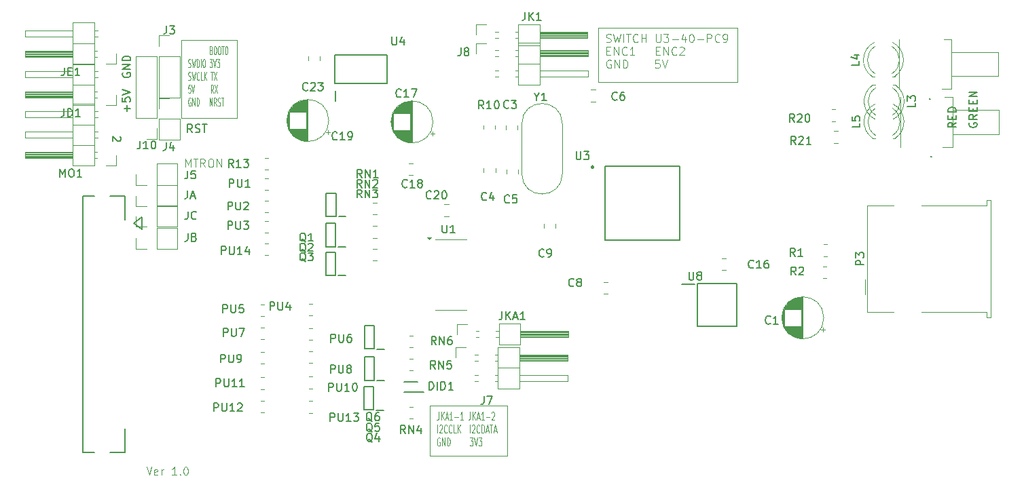
<source format=gbr>
%TF.GenerationSoftware,KiCad,Pcbnew,8.0.8*%
%TF.CreationDate,2025-02-20T11:37:37+00:00*%
%TF.ProjectId,Gotek,476f7465-6b2e-46b6-9963-61645f706362,rev?*%
%TF.SameCoordinates,Original*%
%TF.FileFunction,Legend,Top*%
%TF.FilePolarity,Positive*%
%FSLAX46Y46*%
G04 Gerber Fmt 4.6, Leading zero omitted, Abs format (unit mm)*
G04 Created by KiCad (PCBNEW 8.0.8) date 2025-02-20 11:37:37*
%MOMM*%
%LPD*%
G01*
G04 APERTURE LIST*
%ADD10C,0.100000*%
%ADD11C,0.150000*%
%ADD12C,0.120000*%
%ADD13C,0.200000*%
%ADD14C,0.152400*%
%ADD15C,0.250000*%
G04 APERTURE END LIST*
D10*
X104504227Y-110937219D02*
X104837560Y-111937219D01*
X104837560Y-111937219D02*
X105170893Y-110937219D01*
X105885179Y-111889600D02*
X105789941Y-111937219D01*
X105789941Y-111937219D02*
X105599465Y-111937219D01*
X105599465Y-111937219D02*
X105504227Y-111889600D01*
X105504227Y-111889600D02*
X105456608Y-111794361D01*
X105456608Y-111794361D02*
X105456608Y-111413409D01*
X105456608Y-111413409D02*
X105504227Y-111318171D01*
X105504227Y-111318171D02*
X105599465Y-111270552D01*
X105599465Y-111270552D02*
X105789941Y-111270552D01*
X105789941Y-111270552D02*
X105885179Y-111318171D01*
X105885179Y-111318171D02*
X105932798Y-111413409D01*
X105932798Y-111413409D02*
X105932798Y-111508647D01*
X105932798Y-111508647D02*
X105456608Y-111603885D01*
X106361370Y-111937219D02*
X106361370Y-111270552D01*
X106361370Y-111461028D02*
X106408989Y-111365790D01*
X106408989Y-111365790D02*
X106456608Y-111318171D01*
X106456608Y-111318171D02*
X106551846Y-111270552D01*
X106551846Y-111270552D02*
X106647084Y-111270552D01*
X108266132Y-111937219D02*
X107694704Y-111937219D01*
X107980418Y-111937219D02*
X107980418Y-110937219D01*
X107980418Y-110937219D02*
X107885180Y-111080076D01*
X107885180Y-111080076D02*
X107789942Y-111175314D01*
X107789942Y-111175314D02*
X107694704Y-111222933D01*
X108694704Y-111841980D02*
X108742323Y-111889600D01*
X108742323Y-111889600D02*
X108694704Y-111937219D01*
X108694704Y-111937219D02*
X108647085Y-111889600D01*
X108647085Y-111889600D02*
X108694704Y-111841980D01*
X108694704Y-111841980D02*
X108694704Y-111937219D01*
X109361370Y-110937219D02*
X109456608Y-110937219D01*
X109456608Y-110937219D02*
X109551846Y-110984838D01*
X109551846Y-110984838D02*
X109599465Y-111032457D01*
X109599465Y-111032457D02*
X109647084Y-111127695D01*
X109647084Y-111127695D02*
X109694703Y-111318171D01*
X109694703Y-111318171D02*
X109694703Y-111556266D01*
X109694703Y-111556266D02*
X109647084Y-111746742D01*
X109647084Y-111746742D02*
X109599465Y-111841980D01*
X109599465Y-111841980D02*
X109551846Y-111889600D01*
X109551846Y-111889600D02*
X109456608Y-111937219D01*
X109456608Y-111937219D02*
X109361370Y-111937219D01*
X109361370Y-111937219D02*
X109266132Y-111889600D01*
X109266132Y-111889600D02*
X109218513Y-111841980D01*
X109218513Y-111841980D02*
X109170894Y-111746742D01*
X109170894Y-111746742D02*
X109123275Y-111556266D01*
X109123275Y-111556266D02*
X109123275Y-111318171D01*
X109123275Y-111318171D02*
X109170894Y-111127695D01*
X109170894Y-111127695D02*
X109218513Y-111032457D01*
X109218513Y-111032457D02*
X109266132Y-110984838D01*
X109266132Y-110984838D02*
X109361370Y-110937219D01*
D11*
X207127588Y-67982936D02*
X207079969Y-68078174D01*
X207079969Y-68078174D02*
X207079969Y-68221031D01*
X207079969Y-68221031D02*
X207127588Y-68363888D01*
X207127588Y-68363888D02*
X207222826Y-68459126D01*
X207222826Y-68459126D02*
X207318064Y-68506745D01*
X207318064Y-68506745D02*
X207508540Y-68554364D01*
X207508540Y-68554364D02*
X207651397Y-68554364D01*
X207651397Y-68554364D02*
X207841873Y-68506745D01*
X207841873Y-68506745D02*
X207937111Y-68459126D01*
X207937111Y-68459126D02*
X208032350Y-68363888D01*
X208032350Y-68363888D02*
X208079969Y-68221031D01*
X208079969Y-68221031D02*
X208079969Y-68125793D01*
X208079969Y-68125793D02*
X208032350Y-67982936D01*
X208032350Y-67982936D02*
X207984730Y-67935317D01*
X207984730Y-67935317D02*
X207651397Y-67935317D01*
X207651397Y-67935317D02*
X207651397Y-68125793D01*
X208079969Y-66935317D02*
X207603778Y-67268650D01*
X208079969Y-67506745D02*
X207079969Y-67506745D01*
X207079969Y-67506745D02*
X207079969Y-67125793D01*
X207079969Y-67125793D02*
X207127588Y-67030555D01*
X207127588Y-67030555D02*
X207175207Y-66982936D01*
X207175207Y-66982936D02*
X207270445Y-66935317D01*
X207270445Y-66935317D02*
X207413302Y-66935317D01*
X207413302Y-66935317D02*
X207508540Y-66982936D01*
X207508540Y-66982936D02*
X207556159Y-67030555D01*
X207556159Y-67030555D02*
X207603778Y-67125793D01*
X207603778Y-67125793D02*
X207603778Y-67506745D01*
X207556159Y-66506745D02*
X207556159Y-66173412D01*
X208079969Y-66030555D02*
X208079969Y-66506745D01*
X208079969Y-66506745D02*
X207079969Y-66506745D01*
X207079969Y-66506745D02*
X207079969Y-66030555D01*
X207556159Y-65601983D02*
X207556159Y-65268650D01*
X208079969Y-65125793D02*
X208079969Y-65601983D01*
X208079969Y-65601983D02*
X207079969Y-65601983D01*
X207079969Y-65601983D02*
X207079969Y-65125793D01*
X208079969Y-64697221D02*
X207079969Y-64697221D01*
X207079969Y-64697221D02*
X208079969Y-64125793D01*
X208079969Y-64125793D02*
X207079969Y-64125793D01*
X109632943Y-76412844D02*
X109632943Y-77127129D01*
X109632943Y-77127129D02*
X109585324Y-77269986D01*
X109585324Y-77269986D02*
X109490086Y-77365225D01*
X109490086Y-77365225D02*
X109347229Y-77412844D01*
X109347229Y-77412844D02*
X109251991Y-77412844D01*
X110061515Y-77127129D02*
X110537705Y-77127129D01*
X109966277Y-77412844D02*
X110299610Y-76412844D01*
X110299610Y-76412844D02*
X110632943Y-77412844D01*
X110226632Y-69170544D02*
X109893299Y-68694353D01*
X109655204Y-69170544D02*
X109655204Y-68170544D01*
X109655204Y-68170544D02*
X110036156Y-68170544D01*
X110036156Y-68170544D02*
X110131394Y-68218163D01*
X110131394Y-68218163D02*
X110179013Y-68265782D01*
X110179013Y-68265782D02*
X110226632Y-68361020D01*
X110226632Y-68361020D02*
X110226632Y-68503877D01*
X110226632Y-68503877D02*
X110179013Y-68599115D01*
X110179013Y-68599115D02*
X110131394Y-68646734D01*
X110131394Y-68646734D02*
X110036156Y-68694353D01*
X110036156Y-68694353D02*
X109655204Y-68694353D01*
X110607585Y-69122925D02*
X110750442Y-69170544D01*
X110750442Y-69170544D02*
X110988537Y-69170544D01*
X110988537Y-69170544D02*
X111083775Y-69122925D01*
X111083775Y-69122925D02*
X111131394Y-69075305D01*
X111131394Y-69075305D02*
X111179013Y-68980067D01*
X111179013Y-68980067D02*
X111179013Y-68884829D01*
X111179013Y-68884829D02*
X111131394Y-68789591D01*
X111131394Y-68789591D02*
X111083775Y-68741972D01*
X111083775Y-68741972D02*
X110988537Y-68694353D01*
X110988537Y-68694353D02*
X110798061Y-68646734D01*
X110798061Y-68646734D02*
X110702823Y-68599115D01*
X110702823Y-68599115D02*
X110655204Y-68551496D01*
X110655204Y-68551496D02*
X110607585Y-68456258D01*
X110607585Y-68456258D02*
X110607585Y-68361020D01*
X110607585Y-68361020D02*
X110655204Y-68265782D01*
X110655204Y-68265782D02*
X110702823Y-68218163D01*
X110702823Y-68218163D02*
X110798061Y-68170544D01*
X110798061Y-68170544D02*
X111036156Y-68170544D01*
X111036156Y-68170544D02*
X111179013Y-68218163D01*
X111464728Y-68170544D02*
X112036156Y-68170544D01*
X111750442Y-69170544D02*
X111750442Y-68170544D01*
D10*
X109346084Y-73481619D02*
X109346084Y-72481619D01*
X109346084Y-72481619D02*
X109679417Y-73195904D01*
X109679417Y-73195904D02*
X110012750Y-72481619D01*
X110012750Y-72481619D02*
X110012750Y-73481619D01*
X110346084Y-72481619D02*
X110917512Y-72481619D01*
X110631798Y-73481619D02*
X110631798Y-72481619D01*
X111822274Y-73481619D02*
X111488941Y-73005428D01*
X111250846Y-73481619D02*
X111250846Y-72481619D01*
X111250846Y-72481619D02*
X111631798Y-72481619D01*
X111631798Y-72481619D02*
X111727036Y-72529238D01*
X111727036Y-72529238D02*
X111774655Y-72576857D01*
X111774655Y-72576857D02*
X111822274Y-72672095D01*
X111822274Y-72672095D02*
X111822274Y-72814952D01*
X111822274Y-72814952D02*
X111774655Y-72910190D01*
X111774655Y-72910190D02*
X111727036Y-72957809D01*
X111727036Y-72957809D02*
X111631798Y-73005428D01*
X111631798Y-73005428D02*
X111250846Y-73005428D01*
X112441322Y-72481619D02*
X112631798Y-72481619D01*
X112631798Y-72481619D02*
X112727036Y-72529238D01*
X112727036Y-72529238D02*
X112822274Y-72624476D01*
X112822274Y-72624476D02*
X112869893Y-72814952D01*
X112869893Y-72814952D02*
X112869893Y-73148285D01*
X112869893Y-73148285D02*
X112822274Y-73338761D01*
X112822274Y-73338761D02*
X112727036Y-73434000D01*
X112727036Y-73434000D02*
X112631798Y-73481619D01*
X112631798Y-73481619D02*
X112441322Y-73481619D01*
X112441322Y-73481619D02*
X112346084Y-73434000D01*
X112346084Y-73434000D02*
X112250846Y-73338761D01*
X112250846Y-73338761D02*
X112203227Y-73148285D01*
X112203227Y-73148285D02*
X112203227Y-72814952D01*
X112203227Y-72814952D02*
X112250846Y-72624476D01*
X112250846Y-72624476D02*
X112346084Y-72529238D01*
X112346084Y-72529238D02*
X112441322Y-72481619D01*
X113298465Y-73481619D02*
X113298465Y-72481619D01*
X113298465Y-72481619D02*
X113869893Y-73481619D01*
X113869893Y-73481619D02*
X113869893Y-72481619D01*
D11*
X205463769Y-67935317D02*
X204987578Y-68268650D01*
X205463769Y-68506745D02*
X204463769Y-68506745D01*
X204463769Y-68506745D02*
X204463769Y-68125793D01*
X204463769Y-68125793D02*
X204511388Y-68030555D01*
X204511388Y-68030555D02*
X204559007Y-67982936D01*
X204559007Y-67982936D02*
X204654245Y-67935317D01*
X204654245Y-67935317D02*
X204797102Y-67935317D01*
X204797102Y-67935317D02*
X204892340Y-67982936D01*
X204892340Y-67982936D02*
X204939959Y-68030555D01*
X204939959Y-68030555D02*
X204987578Y-68125793D01*
X204987578Y-68125793D02*
X204987578Y-68506745D01*
X204939959Y-67506745D02*
X204939959Y-67173412D01*
X205463769Y-67030555D02*
X205463769Y-67506745D01*
X205463769Y-67506745D02*
X204463769Y-67506745D01*
X204463769Y-67506745D02*
X204463769Y-67030555D01*
X205463769Y-66601983D02*
X204463769Y-66601983D01*
X204463769Y-66601983D02*
X204463769Y-66363888D01*
X204463769Y-66363888D02*
X204511388Y-66221031D01*
X204511388Y-66221031D02*
X204606626Y-66125793D01*
X204606626Y-66125793D02*
X204701864Y-66078174D01*
X204701864Y-66078174D02*
X204892340Y-66030555D01*
X204892340Y-66030555D02*
X205035197Y-66030555D01*
X205035197Y-66030555D02*
X205225673Y-66078174D01*
X205225673Y-66078174D02*
X205320911Y-66125793D01*
X205320911Y-66125793D02*
X205416150Y-66221031D01*
X205416150Y-66221031D02*
X205463769Y-66363888D01*
X205463769Y-66363888D02*
X205463769Y-66601983D01*
X102108041Y-66554120D02*
X102108041Y-65792216D01*
X102488994Y-66173168D02*
X101727089Y-66173168D01*
X101488994Y-64839835D02*
X101488994Y-65316025D01*
X101488994Y-65316025D02*
X101965184Y-65363644D01*
X101965184Y-65363644D02*
X101917565Y-65316025D01*
X101917565Y-65316025D02*
X101869946Y-65220787D01*
X101869946Y-65220787D02*
X101869946Y-64982692D01*
X101869946Y-64982692D02*
X101917565Y-64887454D01*
X101917565Y-64887454D02*
X101965184Y-64839835D01*
X101965184Y-64839835D02*
X102060422Y-64792216D01*
X102060422Y-64792216D02*
X102298517Y-64792216D01*
X102298517Y-64792216D02*
X102393755Y-64839835D01*
X102393755Y-64839835D02*
X102441375Y-64887454D01*
X102441375Y-64887454D02*
X102488994Y-64982692D01*
X102488994Y-64982692D02*
X102488994Y-65220787D01*
X102488994Y-65220787D02*
X102441375Y-65316025D01*
X102441375Y-65316025D02*
X102393755Y-65363644D01*
X101488994Y-64506501D02*
X102488994Y-64173168D01*
X102488994Y-64173168D02*
X101488994Y-63839835D01*
X109667868Y-81750019D02*
X109667868Y-82464304D01*
X109667868Y-82464304D02*
X109620249Y-82607161D01*
X109620249Y-82607161D02*
X109525011Y-82702400D01*
X109525011Y-82702400D02*
X109382154Y-82750019D01*
X109382154Y-82750019D02*
X109286916Y-82750019D01*
X110477392Y-82226209D02*
X110620249Y-82273828D01*
X110620249Y-82273828D02*
X110667868Y-82321447D01*
X110667868Y-82321447D02*
X110715487Y-82416685D01*
X110715487Y-82416685D02*
X110715487Y-82559542D01*
X110715487Y-82559542D02*
X110667868Y-82654780D01*
X110667868Y-82654780D02*
X110620249Y-82702400D01*
X110620249Y-82702400D02*
X110525011Y-82750019D01*
X110525011Y-82750019D02*
X110144059Y-82750019D01*
X110144059Y-82750019D02*
X110144059Y-81750019D01*
X110144059Y-81750019D02*
X110477392Y-81750019D01*
X110477392Y-81750019D02*
X110572630Y-81797638D01*
X110572630Y-81797638D02*
X110620249Y-81845257D01*
X110620249Y-81845257D02*
X110667868Y-81940495D01*
X110667868Y-81940495D02*
X110667868Y-82035733D01*
X110667868Y-82035733D02*
X110620249Y-82130971D01*
X110620249Y-82130971D02*
X110572630Y-82178590D01*
X110572630Y-82178590D02*
X110477392Y-82226209D01*
X110477392Y-82226209D02*
X110144059Y-82226209D01*
X109667868Y-79029044D02*
X109667868Y-79743329D01*
X109667868Y-79743329D02*
X109620249Y-79886186D01*
X109620249Y-79886186D02*
X109525011Y-79981425D01*
X109525011Y-79981425D02*
X109382154Y-80029044D01*
X109382154Y-80029044D02*
X109286916Y-80029044D01*
X110715487Y-79933805D02*
X110667868Y-79981425D01*
X110667868Y-79981425D02*
X110525011Y-80029044D01*
X110525011Y-80029044D02*
X110429773Y-80029044D01*
X110429773Y-80029044D02*
X110286916Y-79981425D01*
X110286916Y-79981425D02*
X110191678Y-79886186D01*
X110191678Y-79886186D02*
X110144059Y-79790948D01*
X110144059Y-79790948D02*
X110096440Y-79600472D01*
X110096440Y-79600472D02*
X110096440Y-79457615D01*
X110096440Y-79457615D02*
X110144059Y-79267139D01*
X110144059Y-79267139D02*
X110191678Y-79171901D01*
X110191678Y-79171901D02*
X110286916Y-79076663D01*
X110286916Y-79076663D02*
X110429773Y-79029044D01*
X110429773Y-79029044D02*
X110525011Y-79029044D01*
X110525011Y-79029044D02*
X110667868Y-79076663D01*
X110667868Y-79076663D02*
X110715487Y-79124282D01*
X101225242Y-69691485D02*
X101272861Y-69739104D01*
X101272861Y-69739104D02*
X101320480Y-69834342D01*
X101320480Y-69834342D02*
X101320480Y-70072437D01*
X101320480Y-70072437D02*
X101272861Y-70167675D01*
X101272861Y-70167675D02*
X101225242Y-70215294D01*
X101225242Y-70215294D02*
X101130004Y-70262913D01*
X101130004Y-70262913D02*
X101034766Y-70262913D01*
X101034766Y-70262913D02*
X100891909Y-70215294D01*
X100891909Y-70215294D02*
X100320480Y-69643866D01*
X100320480Y-69643866D02*
X100320480Y-70262913D01*
X101571538Y-61740886D02*
X101523919Y-61836124D01*
X101523919Y-61836124D02*
X101523919Y-61978981D01*
X101523919Y-61978981D02*
X101571538Y-62121838D01*
X101571538Y-62121838D02*
X101666776Y-62217076D01*
X101666776Y-62217076D02*
X101762014Y-62264695D01*
X101762014Y-62264695D02*
X101952490Y-62312314D01*
X101952490Y-62312314D02*
X102095347Y-62312314D01*
X102095347Y-62312314D02*
X102285823Y-62264695D01*
X102285823Y-62264695D02*
X102381061Y-62217076D01*
X102381061Y-62217076D02*
X102476300Y-62121838D01*
X102476300Y-62121838D02*
X102523919Y-61978981D01*
X102523919Y-61978981D02*
X102523919Y-61883743D01*
X102523919Y-61883743D02*
X102476300Y-61740886D01*
X102476300Y-61740886D02*
X102428680Y-61693267D01*
X102428680Y-61693267D02*
X102095347Y-61693267D01*
X102095347Y-61693267D02*
X102095347Y-61883743D01*
X102523919Y-61264695D02*
X101523919Y-61264695D01*
X101523919Y-61264695D02*
X102523919Y-60693267D01*
X102523919Y-60693267D02*
X101523919Y-60693267D01*
X102523919Y-60217076D02*
X101523919Y-60217076D01*
X101523919Y-60217076D02*
X101523919Y-59978981D01*
X101523919Y-59978981D02*
X101571538Y-59836124D01*
X101571538Y-59836124D02*
X101666776Y-59740886D01*
X101666776Y-59740886D02*
X101762014Y-59693267D01*
X101762014Y-59693267D02*
X101952490Y-59645648D01*
X101952490Y-59645648D02*
X102095347Y-59645648D01*
X102095347Y-59645648D02*
X102285823Y-59693267D01*
X102285823Y-59693267D02*
X102381061Y-59740886D01*
X102381061Y-59740886D02*
X102476300Y-59836124D01*
X102476300Y-59836124D02*
X102523919Y-59978981D01*
X102523919Y-59978981D02*
X102523919Y-60217076D01*
D10*
X140957806Y-104068819D02*
X140957806Y-104783104D01*
X140957806Y-104783104D02*
X140929235Y-104925961D01*
X140929235Y-104925961D02*
X140872092Y-105021200D01*
X140872092Y-105021200D02*
X140786378Y-105068819D01*
X140786378Y-105068819D02*
X140729235Y-105068819D01*
X141243521Y-105068819D02*
X141243521Y-104068819D01*
X141586378Y-105068819D02*
X141329235Y-104497390D01*
X141586378Y-104068819D02*
X141243521Y-104640247D01*
X141814949Y-104783104D02*
X142100664Y-104783104D01*
X141757806Y-105068819D02*
X141957806Y-104068819D01*
X141957806Y-104068819D02*
X142157806Y-105068819D01*
X142672092Y-105068819D02*
X142329235Y-105068819D01*
X142500664Y-105068819D02*
X142500664Y-104068819D01*
X142500664Y-104068819D02*
X142443521Y-104211676D01*
X142443521Y-104211676D02*
X142386378Y-104306914D01*
X142386378Y-104306914D02*
X142329235Y-104354533D01*
X142929236Y-104687866D02*
X143386379Y-104687866D01*
X143986378Y-105068819D02*
X143643521Y-105068819D01*
X143814950Y-105068819D02*
X143814950Y-104068819D01*
X143814950Y-104068819D02*
X143757807Y-104211676D01*
X143757807Y-104211676D02*
X143700664Y-104306914D01*
X143700664Y-104306914D02*
X143643521Y-104354533D01*
X144872093Y-104068819D02*
X144872093Y-104783104D01*
X144872093Y-104783104D02*
X144843522Y-104925961D01*
X144843522Y-104925961D02*
X144786379Y-105021200D01*
X144786379Y-105021200D02*
X144700665Y-105068819D01*
X144700665Y-105068819D02*
X144643522Y-105068819D01*
X145157808Y-105068819D02*
X145157808Y-104068819D01*
X145500665Y-105068819D02*
X145243522Y-104497390D01*
X145500665Y-104068819D02*
X145157808Y-104640247D01*
X145729236Y-104783104D02*
X146014951Y-104783104D01*
X145672093Y-105068819D02*
X145872093Y-104068819D01*
X145872093Y-104068819D02*
X146072093Y-105068819D01*
X146586379Y-105068819D02*
X146243522Y-105068819D01*
X146414951Y-105068819D02*
X146414951Y-104068819D01*
X146414951Y-104068819D02*
X146357808Y-104211676D01*
X146357808Y-104211676D02*
X146300665Y-104306914D01*
X146300665Y-104306914D02*
X146243522Y-104354533D01*
X146843523Y-104687866D02*
X147300666Y-104687866D01*
X147557808Y-104164057D02*
X147586380Y-104116438D01*
X147586380Y-104116438D02*
X147643523Y-104068819D01*
X147643523Y-104068819D02*
X147786380Y-104068819D01*
X147786380Y-104068819D02*
X147843523Y-104116438D01*
X147843523Y-104116438D02*
X147872094Y-104164057D01*
X147872094Y-104164057D02*
X147900665Y-104259295D01*
X147900665Y-104259295D02*
X147900665Y-104354533D01*
X147900665Y-104354533D02*
X147872094Y-104497390D01*
X147872094Y-104497390D02*
X147529237Y-105068819D01*
X147529237Y-105068819D02*
X147900665Y-105068819D01*
X140786378Y-106678763D02*
X140786378Y-105678763D01*
X141043520Y-105774001D02*
X141072092Y-105726382D01*
X141072092Y-105726382D02*
X141129235Y-105678763D01*
X141129235Y-105678763D02*
X141272092Y-105678763D01*
X141272092Y-105678763D02*
X141329235Y-105726382D01*
X141329235Y-105726382D02*
X141357806Y-105774001D01*
X141357806Y-105774001D02*
X141386377Y-105869239D01*
X141386377Y-105869239D02*
X141386377Y-105964477D01*
X141386377Y-105964477D02*
X141357806Y-106107334D01*
X141357806Y-106107334D02*
X141014949Y-106678763D01*
X141014949Y-106678763D02*
X141386377Y-106678763D01*
X141986378Y-106583524D02*
X141957806Y-106631144D01*
X141957806Y-106631144D02*
X141872092Y-106678763D01*
X141872092Y-106678763D02*
X141814949Y-106678763D01*
X141814949Y-106678763D02*
X141729235Y-106631144D01*
X141729235Y-106631144D02*
X141672092Y-106535905D01*
X141672092Y-106535905D02*
X141643521Y-106440667D01*
X141643521Y-106440667D02*
X141614949Y-106250191D01*
X141614949Y-106250191D02*
X141614949Y-106107334D01*
X141614949Y-106107334D02*
X141643521Y-105916858D01*
X141643521Y-105916858D02*
X141672092Y-105821620D01*
X141672092Y-105821620D02*
X141729235Y-105726382D01*
X141729235Y-105726382D02*
X141814949Y-105678763D01*
X141814949Y-105678763D02*
X141872092Y-105678763D01*
X141872092Y-105678763D02*
X141957806Y-105726382D01*
X141957806Y-105726382D02*
X141986378Y-105774001D01*
X142586378Y-106583524D02*
X142557806Y-106631144D01*
X142557806Y-106631144D02*
X142472092Y-106678763D01*
X142472092Y-106678763D02*
X142414949Y-106678763D01*
X142414949Y-106678763D02*
X142329235Y-106631144D01*
X142329235Y-106631144D02*
X142272092Y-106535905D01*
X142272092Y-106535905D02*
X142243521Y-106440667D01*
X142243521Y-106440667D02*
X142214949Y-106250191D01*
X142214949Y-106250191D02*
X142214949Y-106107334D01*
X142214949Y-106107334D02*
X142243521Y-105916858D01*
X142243521Y-105916858D02*
X142272092Y-105821620D01*
X142272092Y-105821620D02*
X142329235Y-105726382D01*
X142329235Y-105726382D02*
X142414949Y-105678763D01*
X142414949Y-105678763D02*
X142472092Y-105678763D01*
X142472092Y-105678763D02*
X142557806Y-105726382D01*
X142557806Y-105726382D02*
X142586378Y-105774001D01*
X143129235Y-106678763D02*
X142843521Y-106678763D01*
X142843521Y-106678763D02*
X142843521Y-105678763D01*
X143329235Y-106678763D02*
X143329235Y-105678763D01*
X143672092Y-106678763D02*
X143414949Y-106107334D01*
X143672092Y-105678763D02*
X143329235Y-106250191D01*
X144843521Y-106678763D02*
X144843521Y-105678763D01*
X145100663Y-105774001D02*
X145129235Y-105726382D01*
X145129235Y-105726382D02*
X145186378Y-105678763D01*
X145186378Y-105678763D02*
X145329235Y-105678763D01*
X145329235Y-105678763D02*
X145386378Y-105726382D01*
X145386378Y-105726382D02*
X145414949Y-105774001D01*
X145414949Y-105774001D02*
X145443520Y-105869239D01*
X145443520Y-105869239D02*
X145443520Y-105964477D01*
X145443520Y-105964477D02*
X145414949Y-106107334D01*
X145414949Y-106107334D02*
X145072092Y-106678763D01*
X145072092Y-106678763D02*
X145443520Y-106678763D01*
X146043521Y-106583524D02*
X146014949Y-106631144D01*
X146014949Y-106631144D02*
X145929235Y-106678763D01*
X145929235Y-106678763D02*
X145872092Y-106678763D01*
X145872092Y-106678763D02*
X145786378Y-106631144D01*
X145786378Y-106631144D02*
X145729235Y-106535905D01*
X145729235Y-106535905D02*
X145700664Y-106440667D01*
X145700664Y-106440667D02*
X145672092Y-106250191D01*
X145672092Y-106250191D02*
X145672092Y-106107334D01*
X145672092Y-106107334D02*
X145700664Y-105916858D01*
X145700664Y-105916858D02*
X145729235Y-105821620D01*
X145729235Y-105821620D02*
X145786378Y-105726382D01*
X145786378Y-105726382D02*
X145872092Y-105678763D01*
X145872092Y-105678763D02*
X145929235Y-105678763D01*
X145929235Y-105678763D02*
X146014949Y-105726382D01*
X146014949Y-105726382D02*
X146043521Y-105774001D01*
X146300664Y-106678763D02*
X146300664Y-105678763D01*
X146300664Y-105678763D02*
X146443521Y-105678763D01*
X146443521Y-105678763D02*
X146529235Y-105726382D01*
X146529235Y-105726382D02*
X146586378Y-105821620D01*
X146586378Y-105821620D02*
X146614949Y-105916858D01*
X146614949Y-105916858D02*
X146643521Y-106107334D01*
X146643521Y-106107334D02*
X146643521Y-106250191D01*
X146643521Y-106250191D02*
X146614949Y-106440667D01*
X146614949Y-106440667D02*
X146586378Y-106535905D01*
X146586378Y-106535905D02*
X146529235Y-106631144D01*
X146529235Y-106631144D02*
X146443521Y-106678763D01*
X146443521Y-106678763D02*
X146300664Y-106678763D01*
X146872092Y-106393048D02*
X147157807Y-106393048D01*
X146814949Y-106678763D02*
X147014949Y-105678763D01*
X147014949Y-105678763D02*
X147214949Y-106678763D01*
X147329235Y-105678763D02*
X147672093Y-105678763D01*
X147500664Y-106678763D02*
X147500664Y-105678763D01*
X147843521Y-106393048D02*
X148129236Y-106393048D01*
X147786378Y-106678763D02*
X147986378Y-105678763D01*
X147986378Y-105678763D02*
X148186378Y-106678763D01*
X141100663Y-107336326D02*
X141043521Y-107288707D01*
X141043521Y-107288707D02*
X140957806Y-107288707D01*
X140957806Y-107288707D02*
X140872092Y-107336326D01*
X140872092Y-107336326D02*
X140814949Y-107431564D01*
X140814949Y-107431564D02*
X140786378Y-107526802D01*
X140786378Y-107526802D02*
X140757806Y-107717278D01*
X140757806Y-107717278D02*
X140757806Y-107860135D01*
X140757806Y-107860135D02*
X140786378Y-108050611D01*
X140786378Y-108050611D02*
X140814949Y-108145849D01*
X140814949Y-108145849D02*
X140872092Y-108241088D01*
X140872092Y-108241088D02*
X140957806Y-108288707D01*
X140957806Y-108288707D02*
X141014949Y-108288707D01*
X141014949Y-108288707D02*
X141100663Y-108241088D01*
X141100663Y-108241088D02*
X141129235Y-108193468D01*
X141129235Y-108193468D02*
X141129235Y-107860135D01*
X141129235Y-107860135D02*
X141014949Y-107860135D01*
X141386378Y-108288707D02*
X141386378Y-107288707D01*
X141386378Y-107288707D02*
X141729235Y-108288707D01*
X141729235Y-108288707D02*
X141729235Y-107288707D01*
X142014949Y-108288707D02*
X142014949Y-107288707D01*
X142014949Y-107288707D02*
X142157806Y-107288707D01*
X142157806Y-107288707D02*
X142243520Y-107336326D01*
X142243520Y-107336326D02*
X142300663Y-107431564D01*
X142300663Y-107431564D02*
X142329234Y-107526802D01*
X142329234Y-107526802D02*
X142357806Y-107717278D01*
X142357806Y-107717278D02*
X142357806Y-107860135D01*
X142357806Y-107860135D02*
X142329234Y-108050611D01*
X142329234Y-108050611D02*
X142300663Y-108145849D01*
X142300663Y-108145849D02*
X142243520Y-108241088D01*
X142243520Y-108241088D02*
X142157806Y-108288707D01*
X142157806Y-108288707D02*
X142014949Y-108288707D01*
X144843521Y-107288707D02*
X145214949Y-107288707D01*
X145214949Y-107288707D02*
X145014949Y-107669659D01*
X145014949Y-107669659D02*
X145100664Y-107669659D01*
X145100664Y-107669659D02*
X145157807Y-107717278D01*
X145157807Y-107717278D02*
X145186378Y-107764897D01*
X145186378Y-107764897D02*
X145214949Y-107860135D01*
X145214949Y-107860135D02*
X145214949Y-108098230D01*
X145214949Y-108098230D02*
X145186378Y-108193468D01*
X145186378Y-108193468D02*
X145157807Y-108241088D01*
X145157807Y-108241088D02*
X145100664Y-108288707D01*
X145100664Y-108288707D02*
X144929235Y-108288707D01*
X144929235Y-108288707D02*
X144872092Y-108241088D01*
X144872092Y-108241088D02*
X144843521Y-108193468D01*
X145386378Y-107288707D02*
X145586378Y-108288707D01*
X145586378Y-108288707D02*
X145786378Y-107288707D01*
X145929236Y-107288707D02*
X146300664Y-107288707D01*
X146300664Y-107288707D02*
X146100664Y-107669659D01*
X146100664Y-107669659D02*
X146186379Y-107669659D01*
X146186379Y-107669659D02*
X146243522Y-107717278D01*
X146243522Y-107717278D02*
X146272093Y-107764897D01*
X146272093Y-107764897D02*
X146300664Y-107860135D01*
X146300664Y-107860135D02*
X146300664Y-108098230D01*
X146300664Y-108098230D02*
X146272093Y-108193468D01*
X146272093Y-108193468D02*
X146243522Y-108241088D01*
X146243522Y-108241088D02*
X146186379Y-108288707D01*
X146186379Y-108288707D02*
X146014950Y-108288707D01*
X146014950Y-108288707D02*
X145957807Y-108241088D01*
X145957807Y-108241088D02*
X145929236Y-108193468D01*
X139827732Y-103276400D02*
X149500148Y-103276400D01*
X149500148Y-109519816D01*
X139827732Y-109519816D01*
X139827732Y-103276400D01*
X161839065Y-57853400D02*
X161981922Y-57901019D01*
X161981922Y-57901019D02*
X162220017Y-57901019D01*
X162220017Y-57901019D02*
X162315255Y-57853400D01*
X162315255Y-57853400D02*
X162362874Y-57805780D01*
X162362874Y-57805780D02*
X162410493Y-57710542D01*
X162410493Y-57710542D02*
X162410493Y-57615304D01*
X162410493Y-57615304D02*
X162362874Y-57520066D01*
X162362874Y-57520066D02*
X162315255Y-57472447D01*
X162315255Y-57472447D02*
X162220017Y-57424828D01*
X162220017Y-57424828D02*
X162029541Y-57377209D01*
X162029541Y-57377209D02*
X161934303Y-57329590D01*
X161934303Y-57329590D02*
X161886684Y-57281971D01*
X161886684Y-57281971D02*
X161839065Y-57186733D01*
X161839065Y-57186733D02*
X161839065Y-57091495D01*
X161839065Y-57091495D02*
X161886684Y-56996257D01*
X161886684Y-56996257D02*
X161934303Y-56948638D01*
X161934303Y-56948638D02*
X162029541Y-56901019D01*
X162029541Y-56901019D02*
X162267636Y-56901019D01*
X162267636Y-56901019D02*
X162410493Y-56948638D01*
X162743827Y-56901019D02*
X162981922Y-57901019D01*
X162981922Y-57901019D02*
X163172398Y-57186733D01*
X163172398Y-57186733D02*
X163362874Y-57901019D01*
X163362874Y-57901019D02*
X163600970Y-56901019D01*
X163981922Y-57901019D02*
X163981922Y-56901019D01*
X164315255Y-56901019D02*
X164886683Y-56901019D01*
X164600969Y-57901019D02*
X164600969Y-56901019D01*
X165791445Y-57805780D02*
X165743826Y-57853400D01*
X165743826Y-57853400D02*
X165600969Y-57901019D01*
X165600969Y-57901019D02*
X165505731Y-57901019D01*
X165505731Y-57901019D02*
X165362874Y-57853400D01*
X165362874Y-57853400D02*
X165267636Y-57758161D01*
X165267636Y-57758161D02*
X165220017Y-57662923D01*
X165220017Y-57662923D02*
X165172398Y-57472447D01*
X165172398Y-57472447D02*
X165172398Y-57329590D01*
X165172398Y-57329590D02*
X165220017Y-57139114D01*
X165220017Y-57139114D02*
X165267636Y-57043876D01*
X165267636Y-57043876D02*
X165362874Y-56948638D01*
X165362874Y-56948638D02*
X165505731Y-56901019D01*
X165505731Y-56901019D02*
X165600969Y-56901019D01*
X165600969Y-56901019D02*
X165743826Y-56948638D01*
X165743826Y-56948638D02*
X165791445Y-56996257D01*
X166220017Y-57901019D02*
X166220017Y-56901019D01*
X166220017Y-57377209D02*
X166791445Y-57377209D01*
X166791445Y-57901019D02*
X166791445Y-56901019D01*
X168029541Y-56901019D02*
X168029541Y-57710542D01*
X168029541Y-57710542D02*
X168077160Y-57805780D01*
X168077160Y-57805780D02*
X168124779Y-57853400D01*
X168124779Y-57853400D02*
X168220017Y-57901019D01*
X168220017Y-57901019D02*
X168410493Y-57901019D01*
X168410493Y-57901019D02*
X168505731Y-57853400D01*
X168505731Y-57853400D02*
X168553350Y-57805780D01*
X168553350Y-57805780D02*
X168600969Y-57710542D01*
X168600969Y-57710542D02*
X168600969Y-56901019D01*
X168981922Y-56901019D02*
X169600969Y-56901019D01*
X169600969Y-56901019D02*
X169267636Y-57281971D01*
X169267636Y-57281971D02*
X169410493Y-57281971D01*
X169410493Y-57281971D02*
X169505731Y-57329590D01*
X169505731Y-57329590D02*
X169553350Y-57377209D01*
X169553350Y-57377209D02*
X169600969Y-57472447D01*
X169600969Y-57472447D02*
X169600969Y-57710542D01*
X169600969Y-57710542D02*
X169553350Y-57805780D01*
X169553350Y-57805780D02*
X169505731Y-57853400D01*
X169505731Y-57853400D02*
X169410493Y-57901019D01*
X169410493Y-57901019D02*
X169124779Y-57901019D01*
X169124779Y-57901019D02*
X169029541Y-57853400D01*
X169029541Y-57853400D02*
X168981922Y-57805780D01*
X170029541Y-57520066D02*
X170791446Y-57520066D01*
X171696207Y-57234352D02*
X171696207Y-57901019D01*
X171458112Y-56853400D02*
X171220017Y-57567685D01*
X171220017Y-57567685D02*
X171839064Y-57567685D01*
X172410493Y-56901019D02*
X172505731Y-56901019D01*
X172505731Y-56901019D02*
X172600969Y-56948638D01*
X172600969Y-56948638D02*
X172648588Y-56996257D01*
X172648588Y-56996257D02*
X172696207Y-57091495D01*
X172696207Y-57091495D02*
X172743826Y-57281971D01*
X172743826Y-57281971D02*
X172743826Y-57520066D01*
X172743826Y-57520066D02*
X172696207Y-57710542D01*
X172696207Y-57710542D02*
X172648588Y-57805780D01*
X172648588Y-57805780D02*
X172600969Y-57853400D01*
X172600969Y-57853400D02*
X172505731Y-57901019D01*
X172505731Y-57901019D02*
X172410493Y-57901019D01*
X172410493Y-57901019D02*
X172315255Y-57853400D01*
X172315255Y-57853400D02*
X172267636Y-57805780D01*
X172267636Y-57805780D02*
X172220017Y-57710542D01*
X172220017Y-57710542D02*
X172172398Y-57520066D01*
X172172398Y-57520066D02*
X172172398Y-57281971D01*
X172172398Y-57281971D02*
X172220017Y-57091495D01*
X172220017Y-57091495D02*
X172267636Y-56996257D01*
X172267636Y-56996257D02*
X172315255Y-56948638D01*
X172315255Y-56948638D02*
X172410493Y-56901019D01*
X173172398Y-57520066D02*
X173934303Y-57520066D01*
X174410493Y-57901019D02*
X174410493Y-56901019D01*
X174410493Y-56901019D02*
X174791445Y-56901019D01*
X174791445Y-56901019D02*
X174886683Y-56948638D01*
X174886683Y-56948638D02*
X174934302Y-56996257D01*
X174934302Y-56996257D02*
X174981921Y-57091495D01*
X174981921Y-57091495D02*
X174981921Y-57234352D01*
X174981921Y-57234352D02*
X174934302Y-57329590D01*
X174934302Y-57329590D02*
X174886683Y-57377209D01*
X174886683Y-57377209D02*
X174791445Y-57424828D01*
X174791445Y-57424828D02*
X174410493Y-57424828D01*
X175981921Y-57805780D02*
X175934302Y-57853400D01*
X175934302Y-57853400D02*
X175791445Y-57901019D01*
X175791445Y-57901019D02*
X175696207Y-57901019D01*
X175696207Y-57901019D02*
X175553350Y-57853400D01*
X175553350Y-57853400D02*
X175458112Y-57758161D01*
X175458112Y-57758161D02*
X175410493Y-57662923D01*
X175410493Y-57662923D02*
X175362874Y-57472447D01*
X175362874Y-57472447D02*
X175362874Y-57329590D01*
X175362874Y-57329590D02*
X175410493Y-57139114D01*
X175410493Y-57139114D02*
X175458112Y-57043876D01*
X175458112Y-57043876D02*
X175553350Y-56948638D01*
X175553350Y-56948638D02*
X175696207Y-56901019D01*
X175696207Y-56901019D02*
X175791445Y-56901019D01*
X175791445Y-56901019D02*
X175934302Y-56948638D01*
X175934302Y-56948638D02*
X175981921Y-56996257D01*
X176458112Y-57901019D02*
X176648588Y-57901019D01*
X176648588Y-57901019D02*
X176743826Y-57853400D01*
X176743826Y-57853400D02*
X176791445Y-57805780D01*
X176791445Y-57805780D02*
X176886683Y-57662923D01*
X176886683Y-57662923D02*
X176934302Y-57472447D01*
X176934302Y-57472447D02*
X176934302Y-57091495D01*
X176934302Y-57091495D02*
X176886683Y-56996257D01*
X176886683Y-56996257D02*
X176839064Y-56948638D01*
X176839064Y-56948638D02*
X176743826Y-56901019D01*
X176743826Y-56901019D02*
X176553350Y-56901019D01*
X176553350Y-56901019D02*
X176458112Y-56948638D01*
X176458112Y-56948638D02*
X176410493Y-56996257D01*
X176410493Y-56996257D02*
X176362874Y-57091495D01*
X176362874Y-57091495D02*
X176362874Y-57329590D01*
X176362874Y-57329590D02*
X176410493Y-57424828D01*
X176410493Y-57424828D02*
X176458112Y-57472447D01*
X176458112Y-57472447D02*
X176553350Y-57520066D01*
X176553350Y-57520066D02*
X176743826Y-57520066D01*
X176743826Y-57520066D02*
X176839064Y-57472447D01*
X176839064Y-57472447D02*
X176886683Y-57424828D01*
X176886683Y-57424828D02*
X176934302Y-57329590D01*
X161886684Y-58987153D02*
X162220017Y-58987153D01*
X162362874Y-59510963D02*
X161886684Y-59510963D01*
X161886684Y-59510963D02*
X161886684Y-58510963D01*
X161886684Y-58510963D02*
X162362874Y-58510963D01*
X162791446Y-59510963D02*
X162791446Y-58510963D01*
X162791446Y-58510963D02*
X163362874Y-59510963D01*
X163362874Y-59510963D02*
X163362874Y-58510963D01*
X164410493Y-59415724D02*
X164362874Y-59463344D01*
X164362874Y-59463344D02*
X164220017Y-59510963D01*
X164220017Y-59510963D02*
X164124779Y-59510963D01*
X164124779Y-59510963D02*
X163981922Y-59463344D01*
X163981922Y-59463344D02*
X163886684Y-59368105D01*
X163886684Y-59368105D02*
X163839065Y-59272867D01*
X163839065Y-59272867D02*
X163791446Y-59082391D01*
X163791446Y-59082391D02*
X163791446Y-58939534D01*
X163791446Y-58939534D02*
X163839065Y-58749058D01*
X163839065Y-58749058D02*
X163886684Y-58653820D01*
X163886684Y-58653820D02*
X163981922Y-58558582D01*
X163981922Y-58558582D02*
X164124779Y-58510963D01*
X164124779Y-58510963D02*
X164220017Y-58510963D01*
X164220017Y-58510963D02*
X164362874Y-58558582D01*
X164362874Y-58558582D02*
X164410493Y-58606201D01*
X165362874Y-59510963D02*
X164791446Y-59510963D01*
X165077160Y-59510963D02*
X165077160Y-58510963D01*
X165077160Y-58510963D02*
X164981922Y-58653820D01*
X164981922Y-58653820D02*
X164886684Y-58749058D01*
X164886684Y-58749058D02*
X164791446Y-58796677D01*
X168077161Y-58987153D02*
X168410494Y-58987153D01*
X168553351Y-59510963D02*
X168077161Y-59510963D01*
X168077161Y-59510963D02*
X168077161Y-58510963D01*
X168077161Y-58510963D02*
X168553351Y-58510963D01*
X168981923Y-59510963D02*
X168981923Y-58510963D01*
X168981923Y-58510963D02*
X169553351Y-59510963D01*
X169553351Y-59510963D02*
X169553351Y-58510963D01*
X170600970Y-59415724D02*
X170553351Y-59463344D01*
X170553351Y-59463344D02*
X170410494Y-59510963D01*
X170410494Y-59510963D02*
X170315256Y-59510963D01*
X170315256Y-59510963D02*
X170172399Y-59463344D01*
X170172399Y-59463344D02*
X170077161Y-59368105D01*
X170077161Y-59368105D02*
X170029542Y-59272867D01*
X170029542Y-59272867D02*
X169981923Y-59082391D01*
X169981923Y-59082391D02*
X169981923Y-58939534D01*
X169981923Y-58939534D02*
X170029542Y-58749058D01*
X170029542Y-58749058D02*
X170077161Y-58653820D01*
X170077161Y-58653820D02*
X170172399Y-58558582D01*
X170172399Y-58558582D02*
X170315256Y-58510963D01*
X170315256Y-58510963D02*
X170410494Y-58510963D01*
X170410494Y-58510963D02*
X170553351Y-58558582D01*
X170553351Y-58558582D02*
X170600970Y-58606201D01*
X170981923Y-58606201D02*
X171029542Y-58558582D01*
X171029542Y-58558582D02*
X171124780Y-58510963D01*
X171124780Y-58510963D02*
X171362875Y-58510963D01*
X171362875Y-58510963D02*
X171458113Y-58558582D01*
X171458113Y-58558582D02*
X171505732Y-58606201D01*
X171505732Y-58606201D02*
X171553351Y-58701439D01*
X171553351Y-58701439D02*
X171553351Y-58796677D01*
X171553351Y-58796677D02*
X171505732Y-58939534D01*
X171505732Y-58939534D02*
X170934304Y-59510963D01*
X170934304Y-59510963D02*
X171553351Y-59510963D01*
X162410493Y-60168526D02*
X162315255Y-60120907D01*
X162315255Y-60120907D02*
X162172398Y-60120907D01*
X162172398Y-60120907D02*
X162029541Y-60168526D01*
X162029541Y-60168526D02*
X161934303Y-60263764D01*
X161934303Y-60263764D02*
X161886684Y-60359002D01*
X161886684Y-60359002D02*
X161839065Y-60549478D01*
X161839065Y-60549478D02*
X161839065Y-60692335D01*
X161839065Y-60692335D02*
X161886684Y-60882811D01*
X161886684Y-60882811D02*
X161934303Y-60978049D01*
X161934303Y-60978049D02*
X162029541Y-61073288D01*
X162029541Y-61073288D02*
X162172398Y-61120907D01*
X162172398Y-61120907D02*
X162267636Y-61120907D01*
X162267636Y-61120907D02*
X162410493Y-61073288D01*
X162410493Y-61073288D02*
X162458112Y-61025668D01*
X162458112Y-61025668D02*
X162458112Y-60692335D01*
X162458112Y-60692335D02*
X162267636Y-60692335D01*
X162886684Y-61120907D02*
X162886684Y-60120907D01*
X162886684Y-60120907D02*
X163458112Y-61120907D01*
X163458112Y-61120907D02*
X163458112Y-60120907D01*
X163934303Y-61120907D02*
X163934303Y-60120907D01*
X163934303Y-60120907D02*
X164172398Y-60120907D01*
X164172398Y-60120907D02*
X164315255Y-60168526D01*
X164315255Y-60168526D02*
X164410493Y-60263764D01*
X164410493Y-60263764D02*
X164458112Y-60359002D01*
X164458112Y-60359002D02*
X164505731Y-60549478D01*
X164505731Y-60549478D02*
X164505731Y-60692335D01*
X164505731Y-60692335D02*
X164458112Y-60882811D01*
X164458112Y-60882811D02*
X164410493Y-60978049D01*
X164410493Y-60978049D02*
X164315255Y-61073288D01*
X164315255Y-61073288D02*
X164172398Y-61120907D01*
X164172398Y-61120907D02*
X163934303Y-61120907D01*
X168458113Y-60120907D02*
X167981923Y-60120907D01*
X167981923Y-60120907D02*
X167934304Y-60597097D01*
X167934304Y-60597097D02*
X167981923Y-60549478D01*
X167981923Y-60549478D02*
X168077161Y-60501859D01*
X168077161Y-60501859D02*
X168315256Y-60501859D01*
X168315256Y-60501859D02*
X168410494Y-60549478D01*
X168410494Y-60549478D02*
X168458113Y-60597097D01*
X168458113Y-60597097D02*
X168505732Y-60692335D01*
X168505732Y-60692335D02*
X168505732Y-60930430D01*
X168505732Y-60930430D02*
X168458113Y-61025668D01*
X168458113Y-61025668D02*
X168410494Y-61073288D01*
X168410494Y-61073288D02*
X168315256Y-61120907D01*
X168315256Y-61120907D02*
X168077161Y-61120907D01*
X168077161Y-61120907D02*
X167981923Y-61073288D01*
X167981923Y-61073288D02*
X167934304Y-61025668D01*
X168791447Y-60120907D02*
X169124780Y-61120907D01*
X169124780Y-61120907D02*
X169458113Y-60120907D01*
X160832800Y-56108600D02*
X178206400Y-56108600D01*
X178206400Y-62890400D01*
X160832800Y-62890400D01*
X160832800Y-56108600D01*
X112581767Y-58901209D02*
X112653195Y-58948828D01*
X112653195Y-58948828D02*
X112677005Y-58996447D01*
X112677005Y-58996447D02*
X112700814Y-59091685D01*
X112700814Y-59091685D02*
X112700814Y-59234542D01*
X112700814Y-59234542D02*
X112677005Y-59329780D01*
X112677005Y-59329780D02*
X112653195Y-59377400D01*
X112653195Y-59377400D02*
X112605576Y-59425019D01*
X112605576Y-59425019D02*
X112415100Y-59425019D01*
X112415100Y-59425019D02*
X112415100Y-58425019D01*
X112415100Y-58425019D02*
X112581767Y-58425019D01*
X112581767Y-58425019D02*
X112629386Y-58472638D01*
X112629386Y-58472638D02*
X112653195Y-58520257D01*
X112653195Y-58520257D02*
X112677005Y-58615495D01*
X112677005Y-58615495D02*
X112677005Y-58710733D01*
X112677005Y-58710733D02*
X112653195Y-58805971D01*
X112653195Y-58805971D02*
X112629386Y-58853590D01*
X112629386Y-58853590D02*
X112581767Y-58901209D01*
X112581767Y-58901209D02*
X112415100Y-58901209D01*
X113010338Y-58425019D02*
X113105576Y-58425019D01*
X113105576Y-58425019D02*
X113153195Y-58472638D01*
X113153195Y-58472638D02*
X113200814Y-58567876D01*
X113200814Y-58567876D02*
X113224624Y-58758352D01*
X113224624Y-58758352D02*
X113224624Y-59091685D01*
X113224624Y-59091685D02*
X113200814Y-59282161D01*
X113200814Y-59282161D02*
X113153195Y-59377400D01*
X113153195Y-59377400D02*
X113105576Y-59425019D01*
X113105576Y-59425019D02*
X113010338Y-59425019D01*
X113010338Y-59425019D02*
X112962719Y-59377400D01*
X112962719Y-59377400D02*
X112915100Y-59282161D01*
X112915100Y-59282161D02*
X112891291Y-59091685D01*
X112891291Y-59091685D02*
X112891291Y-58758352D01*
X112891291Y-58758352D02*
X112915100Y-58567876D01*
X112915100Y-58567876D02*
X112962719Y-58472638D01*
X112962719Y-58472638D02*
X113010338Y-58425019D01*
X113534148Y-58425019D02*
X113629386Y-58425019D01*
X113629386Y-58425019D02*
X113677005Y-58472638D01*
X113677005Y-58472638D02*
X113724624Y-58567876D01*
X113724624Y-58567876D02*
X113748434Y-58758352D01*
X113748434Y-58758352D02*
X113748434Y-59091685D01*
X113748434Y-59091685D02*
X113724624Y-59282161D01*
X113724624Y-59282161D02*
X113677005Y-59377400D01*
X113677005Y-59377400D02*
X113629386Y-59425019D01*
X113629386Y-59425019D02*
X113534148Y-59425019D01*
X113534148Y-59425019D02*
X113486529Y-59377400D01*
X113486529Y-59377400D02*
X113438910Y-59282161D01*
X113438910Y-59282161D02*
X113415101Y-59091685D01*
X113415101Y-59091685D02*
X113415101Y-58758352D01*
X113415101Y-58758352D02*
X113438910Y-58567876D01*
X113438910Y-58567876D02*
X113486529Y-58472638D01*
X113486529Y-58472638D02*
X113534148Y-58425019D01*
X113891292Y-58425019D02*
X114177006Y-58425019D01*
X114034149Y-59425019D02*
X114034149Y-58425019D01*
X114438910Y-58425019D02*
X114486529Y-58425019D01*
X114486529Y-58425019D02*
X114534148Y-58472638D01*
X114534148Y-58472638D02*
X114557958Y-58520257D01*
X114557958Y-58520257D02*
X114581767Y-58615495D01*
X114581767Y-58615495D02*
X114605577Y-58805971D01*
X114605577Y-58805971D02*
X114605577Y-59044066D01*
X114605577Y-59044066D02*
X114581767Y-59234542D01*
X114581767Y-59234542D02*
X114557958Y-59329780D01*
X114557958Y-59329780D02*
X114534148Y-59377400D01*
X114534148Y-59377400D02*
X114486529Y-59425019D01*
X114486529Y-59425019D02*
X114438910Y-59425019D01*
X114438910Y-59425019D02*
X114391291Y-59377400D01*
X114391291Y-59377400D02*
X114367482Y-59329780D01*
X114367482Y-59329780D02*
X114343672Y-59234542D01*
X114343672Y-59234542D02*
X114319863Y-59044066D01*
X114319863Y-59044066D02*
X114319863Y-58805971D01*
X114319863Y-58805971D02*
X114343672Y-58615495D01*
X114343672Y-58615495D02*
X114367482Y-58520257D01*
X114367482Y-58520257D02*
X114391291Y-58472638D01*
X114391291Y-58472638D02*
X114438910Y-58425019D01*
X109724627Y-60987344D02*
X109796055Y-61034963D01*
X109796055Y-61034963D02*
X109915103Y-61034963D01*
X109915103Y-61034963D02*
X109962722Y-60987344D01*
X109962722Y-60987344D02*
X109986531Y-60939724D01*
X109986531Y-60939724D02*
X110010341Y-60844486D01*
X110010341Y-60844486D02*
X110010341Y-60749248D01*
X110010341Y-60749248D02*
X109986531Y-60654010D01*
X109986531Y-60654010D02*
X109962722Y-60606391D01*
X109962722Y-60606391D02*
X109915103Y-60558772D01*
X109915103Y-60558772D02*
X109819865Y-60511153D01*
X109819865Y-60511153D02*
X109772246Y-60463534D01*
X109772246Y-60463534D02*
X109748436Y-60415915D01*
X109748436Y-60415915D02*
X109724627Y-60320677D01*
X109724627Y-60320677D02*
X109724627Y-60225439D01*
X109724627Y-60225439D02*
X109748436Y-60130201D01*
X109748436Y-60130201D02*
X109772246Y-60082582D01*
X109772246Y-60082582D02*
X109819865Y-60034963D01*
X109819865Y-60034963D02*
X109938912Y-60034963D01*
X109938912Y-60034963D02*
X110010341Y-60082582D01*
X110177007Y-60034963D02*
X110296055Y-61034963D01*
X110296055Y-61034963D02*
X110391293Y-60320677D01*
X110391293Y-60320677D02*
X110486531Y-61034963D01*
X110486531Y-61034963D02*
X110605579Y-60034963D01*
X110796055Y-61034963D02*
X110796055Y-60034963D01*
X110796055Y-60034963D02*
X110915103Y-60034963D01*
X110915103Y-60034963D02*
X110986531Y-60082582D01*
X110986531Y-60082582D02*
X111034150Y-60177820D01*
X111034150Y-60177820D02*
X111057960Y-60273058D01*
X111057960Y-60273058D02*
X111081769Y-60463534D01*
X111081769Y-60463534D02*
X111081769Y-60606391D01*
X111081769Y-60606391D02*
X111057960Y-60796867D01*
X111057960Y-60796867D02*
X111034150Y-60892105D01*
X111034150Y-60892105D02*
X110986531Y-60987344D01*
X110986531Y-60987344D02*
X110915103Y-61034963D01*
X110915103Y-61034963D02*
X110796055Y-61034963D01*
X111296055Y-61034963D02*
X111296055Y-60034963D01*
X111629388Y-60034963D02*
X111724626Y-60034963D01*
X111724626Y-60034963D02*
X111772245Y-60082582D01*
X111772245Y-60082582D02*
X111819864Y-60177820D01*
X111819864Y-60177820D02*
X111843674Y-60368296D01*
X111843674Y-60368296D02*
X111843674Y-60701629D01*
X111843674Y-60701629D02*
X111819864Y-60892105D01*
X111819864Y-60892105D02*
X111772245Y-60987344D01*
X111772245Y-60987344D02*
X111724626Y-61034963D01*
X111724626Y-61034963D02*
X111629388Y-61034963D01*
X111629388Y-61034963D02*
X111581769Y-60987344D01*
X111581769Y-60987344D02*
X111534150Y-60892105D01*
X111534150Y-60892105D02*
X111510341Y-60701629D01*
X111510341Y-60701629D02*
X111510341Y-60368296D01*
X111510341Y-60368296D02*
X111534150Y-60177820D01*
X111534150Y-60177820D02*
X111581769Y-60082582D01*
X111581769Y-60082582D02*
X111629388Y-60034963D01*
X112391293Y-60034963D02*
X112700817Y-60034963D01*
X112700817Y-60034963D02*
X112534150Y-60415915D01*
X112534150Y-60415915D02*
X112605579Y-60415915D01*
X112605579Y-60415915D02*
X112653198Y-60463534D01*
X112653198Y-60463534D02*
X112677007Y-60511153D01*
X112677007Y-60511153D02*
X112700817Y-60606391D01*
X112700817Y-60606391D02*
X112700817Y-60844486D01*
X112700817Y-60844486D02*
X112677007Y-60939724D01*
X112677007Y-60939724D02*
X112653198Y-60987344D01*
X112653198Y-60987344D02*
X112605579Y-61034963D01*
X112605579Y-61034963D02*
X112462722Y-61034963D01*
X112462722Y-61034963D02*
X112415103Y-60987344D01*
X112415103Y-60987344D02*
X112391293Y-60939724D01*
X112843674Y-60034963D02*
X113010340Y-61034963D01*
X113010340Y-61034963D02*
X113177007Y-60034963D01*
X113296054Y-60034963D02*
X113605578Y-60034963D01*
X113605578Y-60034963D02*
X113438911Y-60415915D01*
X113438911Y-60415915D02*
X113510340Y-60415915D01*
X113510340Y-60415915D02*
X113557959Y-60463534D01*
X113557959Y-60463534D02*
X113581768Y-60511153D01*
X113581768Y-60511153D02*
X113605578Y-60606391D01*
X113605578Y-60606391D02*
X113605578Y-60844486D01*
X113605578Y-60844486D02*
X113581768Y-60939724D01*
X113581768Y-60939724D02*
X113557959Y-60987344D01*
X113557959Y-60987344D02*
X113510340Y-61034963D01*
X113510340Y-61034963D02*
X113367483Y-61034963D01*
X113367483Y-61034963D02*
X113319864Y-60987344D01*
X113319864Y-60987344D02*
X113296054Y-60939724D01*
X109724627Y-62597288D02*
X109796055Y-62644907D01*
X109796055Y-62644907D02*
X109915103Y-62644907D01*
X109915103Y-62644907D02*
X109962722Y-62597288D01*
X109962722Y-62597288D02*
X109986531Y-62549668D01*
X109986531Y-62549668D02*
X110010341Y-62454430D01*
X110010341Y-62454430D02*
X110010341Y-62359192D01*
X110010341Y-62359192D02*
X109986531Y-62263954D01*
X109986531Y-62263954D02*
X109962722Y-62216335D01*
X109962722Y-62216335D02*
X109915103Y-62168716D01*
X109915103Y-62168716D02*
X109819865Y-62121097D01*
X109819865Y-62121097D02*
X109772246Y-62073478D01*
X109772246Y-62073478D02*
X109748436Y-62025859D01*
X109748436Y-62025859D02*
X109724627Y-61930621D01*
X109724627Y-61930621D02*
X109724627Y-61835383D01*
X109724627Y-61835383D02*
X109748436Y-61740145D01*
X109748436Y-61740145D02*
X109772246Y-61692526D01*
X109772246Y-61692526D02*
X109819865Y-61644907D01*
X109819865Y-61644907D02*
X109938912Y-61644907D01*
X109938912Y-61644907D02*
X110010341Y-61692526D01*
X110177007Y-61644907D02*
X110296055Y-62644907D01*
X110296055Y-62644907D02*
X110391293Y-61930621D01*
X110391293Y-61930621D02*
X110486531Y-62644907D01*
X110486531Y-62644907D02*
X110605579Y-61644907D01*
X111081769Y-62549668D02*
X111057960Y-62597288D01*
X111057960Y-62597288D02*
X110986531Y-62644907D01*
X110986531Y-62644907D02*
X110938912Y-62644907D01*
X110938912Y-62644907D02*
X110867484Y-62597288D01*
X110867484Y-62597288D02*
X110819865Y-62502049D01*
X110819865Y-62502049D02*
X110796055Y-62406811D01*
X110796055Y-62406811D02*
X110772246Y-62216335D01*
X110772246Y-62216335D02*
X110772246Y-62073478D01*
X110772246Y-62073478D02*
X110796055Y-61883002D01*
X110796055Y-61883002D02*
X110819865Y-61787764D01*
X110819865Y-61787764D02*
X110867484Y-61692526D01*
X110867484Y-61692526D02*
X110938912Y-61644907D01*
X110938912Y-61644907D02*
X110986531Y-61644907D01*
X110986531Y-61644907D02*
X111057960Y-61692526D01*
X111057960Y-61692526D02*
X111081769Y-61740145D01*
X111534150Y-62644907D02*
X111296055Y-62644907D01*
X111296055Y-62644907D02*
X111296055Y-61644907D01*
X111700817Y-62644907D02*
X111700817Y-61644907D01*
X111986531Y-62644907D02*
X111772246Y-62073478D01*
X111986531Y-61644907D02*
X111700817Y-62216335D01*
X112510341Y-61644907D02*
X112796055Y-61644907D01*
X112653198Y-62644907D02*
X112653198Y-61644907D01*
X112915102Y-61644907D02*
X113248435Y-62644907D01*
X113248435Y-61644907D02*
X112915102Y-62644907D01*
X109986531Y-63254851D02*
X109748436Y-63254851D01*
X109748436Y-63254851D02*
X109724627Y-63731041D01*
X109724627Y-63731041D02*
X109748436Y-63683422D01*
X109748436Y-63683422D02*
X109796055Y-63635803D01*
X109796055Y-63635803D02*
X109915103Y-63635803D01*
X109915103Y-63635803D02*
X109962722Y-63683422D01*
X109962722Y-63683422D02*
X109986531Y-63731041D01*
X109986531Y-63731041D02*
X110010341Y-63826279D01*
X110010341Y-63826279D02*
X110010341Y-64064374D01*
X110010341Y-64064374D02*
X109986531Y-64159612D01*
X109986531Y-64159612D02*
X109962722Y-64207232D01*
X109962722Y-64207232D02*
X109915103Y-64254851D01*
X109915103Y-64254851D02*
X109796055Y-64254851D01*
X109796055Y-64254851D02*
X109748436Y-64207232D01*
X109748436Y-64207232D02*
X109724627Y-64159612D01*
X110153198Y-63254851D02*
X110319864Y-64254851D01*
X110319864Y-64254851D02*
X110486531Y-63254851D01*
X112843671Y-64254851D02*
X112677005Y-63778660D01*
X112557957Y-64254851D02*
X112557957Y-63254851D01*
X112557957Y-63254851D02*
X112748433Y-63254851D01*
X112748433Y-63254851D02*
X112796052Y-63302470D01*
X112796052Y-63302470D02*
X112819862Y-63350089D01*
X112819862Y-63350089D02*
X112843671Y-63445327D01*
X112843671Y-63445327D02*
X112843671Y-63588184D01*
X112843671Y-63588184D02*
X112819862Y-63683422D01*
X112819862Y-63683422D02*
X112796052Y-63731041D01*
X112796052Y-63731041D02*
X112748433Y-63778660D01*
X112748433Y-63778660D02*
X112557957Y-63778660D01*
X113010338Y-63254851D02*
X113343671Y-64254851D01*
X113343671Y-63254851D02*
X113010338Y-64254851D01*
X110010341Y-64912414D02*
X109962722Y-64864795D01*
X109962722Y-64864795D02*
X109891293Y-64864795D01*
X109891293Y-64864795D02*
X109819865Y-64912414D01*
X109819865Y-64912414D02*
X109772246Y-65007652D01*
X109772246Y-65007652D02*
X109748436Y-65102890D01*
X109748436Y-65102890D02*
X109724627Y-65293366D01*
X109724627Y-65293366D02*
X109724627Y-65436223D01*
X109724627Y-65436223D02*
X109748436Y-65626699D01*
X109748436Y-65626699D02*
X109772246Y-65721937D01*
X109772246Y-65721937D02*
X109819865Y-65817176D01*
X109819865Y-65817176D02*
X109891293Y-65864795D01*
X109891293Y-65864795D02*
X109938912Y-65864795D01*
X109938912Y-65864795D02*
X110010341Y-65817176D01*
X110010341Y-65817176D02*
X110034150Y-65769556D01*
X110034150Y-65769556D02*
X110034150Y-65436223D01*
X110034150Y-65436223D02*
X109938912Y-65436223D01*
X110248436Y-65864795D02*
X110248436Y-64864795D01*
X110248436Y-64864795D02*
X110534150Y-65864795D01*
X110534150Y-65864795D02*
X110534150Y-64864795D01*
X110772246Y-65864795D02*
X110772246Y-64864795D01*
X110772246Y-64864795D02*
X110891294Y-64864795D01*
X110891294Y-64864795D02*
X110962722Y-64912414D01*
X110962722Y-64912414D02*
X111010341Y-65007652D01*
X111010341Y-65007652D02*
X111034151Y-65102890D01*
X111034151Y-65102890D02*
X111057960Y-65293366D01*
X111057960Y-65293366D02*
X111057960Y-65436223D01*
X111057960Y-65436223D02*
X111034151Y-65626699D01*
X111034151Y-65626699D02*
X111010341Y-65721937D01*
X111010341Y-65721937D02*
X110962722Y-65817176D01*
X110962722Y-65817176D02*
X110891294Y-65864795D01*
X110891294Y-65864795D02*
X110772246Y-65864795D01*
X112415102Y-65864795D02*
X112415102Y-64864795D01*
X112415102Y-64864795D02*
X112700816Y-65864795D01*
X112700816Y-65864795D02*
X112700816Y-64864795D01*
X113224626Y-65864795D02*
X113057960Y-65388604D01*
X112938912Y-65864795D02*
X112938912Y-64864795D01*
X112938912Y-64864795D02*
X113129388Y-64864795D01*
X113129388Y-64864795D02*
X113177007Y-64912414D01*
X113177007Y-64912414D02*
X113200817Y-64960033D01*
X113200817Y-64960033D02*
X113224626Y-65055271D01*
X113224626Y-65055271D02*
X113224626Y-65198128D01*
X113224626Y-65198128D02*
X113200817Y-65293366D01*
X113200817Y-65293366D02*
X113177007Y-65340985D01*
X113177007Y-65340985D02*
X113129388Y-65388604D01*
X113129388Y-65388604D02*
X112938912Y-65388604D01*
X113415103Y-65817176D02*
X113486531Y-65864795D01*
X113486531Y-65864795D02*
X113605579Y-65864795D01*
X113605579Y-65864795D02*
X113653198Y-65817176D01*
X113653198Y-65817176D02*
X113677007Y-65769556D01*
X113677007Y-65769556D02*
X113700817Y-65674318D01*
X113700817Y-65674318D02*
X113700817Y-65579080D01*
X113700817Y-65579080D02*
X113677007Y-65483842D01*
X113677007Y-65483842D02*
X113653198Y-65436223D01*
X113653198Y-65436223D02*
X113605579Y-65388604D01*
X113605579Y-65388604D02*
X113510341Y-65340985D01*
X113510341Y-65340985D02*
X113462722Y-65293366D01*
X113462722Y-65293366D02*
X113438912Y-65245747D01*
X113438912Y-65245747D02*
X113415103Y-65150509D01*
X113415103Y-65150509D02*
X113415103Y-65055271D01*
X113415103Y-65055271D02*
X113438912Y-64960033D01*
X113438912Y-64960033D02*
X113462722Y-64912414D01*
X113462722Y-64912414D02*
X113510341Y-64864795D01*
X113510341Y-64864795D02*
X113629388Y-64864795D01*
X113629388Y-64864795D02*
X113700817Y-64912414D01*
X113843674Y-64864795D02*
X114129388Y-64864795D01*
X113986531Y-65864795D02*
X113986531Y-64864795D01*
X108813600Y-57632600D02*
X115824000Y-57632600D01*
X115824000Y-67335400D01*
X108813600Y-67335400D01*
X108813600Y-57632600D01*
D11*
X103711526Y-70221919D02*
X103711526Y-70936204D01*
X103711526Y-70936204D02*
X103663907Y-71079061D01*
X103663907Y-71079061D02*
X103568669Y-71174300D01*
X103568669Y-71174300D02*
X103425812Y-71221919D01*
X103425812Y-71221919D02*
X103330574Y-71221919D01*
X104711526Y-71221919D02*
X104140098Y-71221919D01*
X104425812Y-71221919D02*
X104425812Y-70221919D01*
X104425812Y-70221919D02*
X104330574Y-70364776D01*
X104330574Y-70364776D02*
X104235336Y-70460014D01*
X104235336Y-70460014D02*
X104140098Y-70507633D01*
X105330574Y-70221919D02*
X105425812Y-70221919D01*
X105425812Y-70221919D02*
X105521050Y-70269538D01*
X105521050Y-70269538D02*
X105568669Y-70317157D01*
X105568669Y-70317157D02*
X105616288Y-70412395D01*
X105616288Y-70412395D02*
X105663907Y-70602871D01*
X105663907Y-70602871D02*
X105663907Y-70840966D01*
X105663907Y-70840966D02*
X105616288Y-71031442D01*
X105616288Y-71031442D02*
X105568669Y-71126680D01*
X105568669Y-71126680D02*
X105521050Y-71174300D01*
X105521050Y-71174300D02*
X105425812Y-71221919D01*
X105425812Y-71221919D02*
X105330574Y-71221919D01*
X105330574Y-71221919D02*
X105235336Y-71174300D01*
X105235336Y-71174300D02*
X105187717Y-71126680D01*
X105187717Y-71126680D02*
X105140098Y-71031442D01*
X105140098Y-71031442D02*
X105092479Y-70840966D01*
X105092479Y-70840966D02*
X105092479Y-70602871D01*
X105092479Y-70602871D02*
X105140098Y-70412395D01*
X105140098Y-70412395D02*
X105187717Y-70317157D01*
X105187717Y-70317157D02*
X105235336Y-70269538D01*
X105235336Y-70269538D02*
X105330574Y-70221919D01*
X114055095Y-91675719D02*
X114055095Y-90675719D01*
X114055095Y-90675719D02*
X114436047Y-90675719D01*
X114436047Y-90675719D02*
X114531285Y-90723338D01*
X114531285Y-90723338D02*
X114578904Y-90770957D01*
X114578904Y-90770957D02*
X114626523Y-90866195D01*
X114626523Y-90866195D02*
X114626523Y-91009052D01*
X114626523Y-91009052D02*
X114578904Y-91104290D01*
X114578904Y-91104290D02*
X114531285Y-91151909D01*
X114531285Y-91151909D02*
X114436047Y-91199528D01*
X114436047Y-91199528D02*
X114055095Y-91199528D01*
X115055095Y-90675719D02*
X115055095Y-91485242D01*
X115055095Y-91485242D02*
X115102714Y-91580480D01*
X115102714Y-91580480D02*
X115150333Y-91628100D01*
X115150333Y-91628100D02*
X115245571Y-91675719D01*
X115245571Y-91675719D02*
X115436047Y-91675719D01*
X115436047Y-91675719D02*
X115531285Y-91628100D01*
X115531285Y-91628100D02*
X115578904Y-91580480D01*
X115578904Y-91580480D02*
X115626523Y-91485242D01*
X115626523Y-91485242D02*
X115626523Y-90675719D01*
X116578904Y-90675719D02*
X116102714Y-90675719D01*
X116102714Y-90675719D02*
X116055095Y-91151909D01*
X116055095Y-91151909D02*
X116102714Y-91104290D01*
X116102714Y-91104290D02*
X116197952Y-91056671D01*
X116197952Y-91056671D02*
X116436047Y-91056671D01*
X116436047Y-91056671D02*
X116531285Y-91104290D01*
X116531285Y-91104290D02*
X116578904Y-91151909D01*
X116578904Y-91151909D02*
X116626523Y-91247147D01*
X116626523Y-91247147D02*
X116626523Y-91485242D01*
X116626523Y-91485242D02*
X116578904Y-91580480D01*
X116578904Y-91580480D02*
X116531285Y-91628100D01*
X116531285Y-91628100D02*
X116436047Y-91675719D01*
X116436047Y-91675719D02*
X116197952Y-91675719D01*
X116197952Y-91675719D02*
X116102714Y-91628100D01*
X116102714Y-91628100D02*
X116055095Y-91580480D01*
X146899333Y-77563580D02*
X146851714Y-77611200D01*
X146851714Y-77611200D02*
X146708857Y-77658819D01*
X146708857Y-77658819D02*
X146613619Y-77658819D01*
X146613619Y-77658819D02*
X146470762Y-77611200D01*
X146470762Y-77611200D02*
X146375524Y-77515961D01*
X146375524Y-77515961D02*
X146327905Y-77420723D01*
X146327905Y-77420723D02*
X146280286Y-77230247D01*
X146280286Y-77230247D02*
X146280286Y-77087390D01*
X146280286Y-77087390D02*
X146327905Y-76896914D01*
X146327905Y-76896914D02*
X146375524Y-76801676D01*
X146375524Y-76801676D02*
X146470762Y-76706438D01*
X146470762Y-76706438D02*
X146613619Y-76658819D01*
X146613619Y-76658819D02*
X146708857Y-76658819D01*
X146708857Y-76658819D02*
X146851714Y-76706438D01*
X146851714Y-76706438D02*
X146899333Y-76754057D01*
X147756476Y-76992152D02*
X147756476Y-77658819D01*
X147518381Y-76611200D02*
X147280286Y-77325485D01*
X147280286Y-77325485D02*
X147899333Y-77325485D01*
X185294692Y-67869569D02*
X184961359Y-67393378D01*
X184723264Y-67869569D02*
X184723264Y-66869569D01*
X184723264Y-66869569D02*
X185104216Y-66869569D01*
X185104216Y-66869569D02*
X185199454Y-66917188D01*
X185199454Y-66917188D02*
X185247073Y-66964807D01*
X185247073Y-66964807D02*
X185294692Y-67060045D01*
X185294692Y-67060045D02*
X185294692Y-67202902D01*
X185294692Y-67202902D02*
X185247073Y-67298140D01*
X185247073Y-67298140D02*
X185199454Y-67345759D01*
X185199454Y-67345759D02*
X185104216Y-67393378D01*
X185104216Y-67393378D02*
X184723264Y-67393378D01*
X185675645Y-66964807D02*
X185723264Y-66917188D01*
X185723264Y-66917188D02*
X185818502Y-66869569D01*
X185818502Y-66869569D02*
X186056597Y-66869569D01*
X186056597Y-66869569D02*
X186151835Y-66917188D01*
X186151835Y-66917188D02*
X186199454Y-66964807D01*
X186199454Y-66964807D02*
X186247073Y-67060045D01*
X186247073Y-67060045D02*
X186247073Y-67155283D01*
X186247073Y-67155283D02*
X186199454Y-67298140D01*
X186199454Y-67298140D02*
X185628026Y-67869569D01*
X185628026Y-67869569D02*
X186247073Y-67869569D01*
X186866121Y-66869569D02*
X186961359Y-66869569D01*
X186961359Y-66869569D02*
X187056597Y-66917188D01*
X187056597Y-66917188D02*
X187104216Y-66964807D01*
X187104216Y-66964807D02*
X187151835Y-67060045D01*
X187151835Y-67060045D02*
X187199454Y-67250521D01*
X187199454Y-67250521D02*
X187199454Y-67488616D01*
X187199454Y-67488616D02*
X187151835Y-67679092D01*
X187151835Y-67679092D02*
X187104216Y-67774330D01*
X187104216Y-67774330D02*
X187056597Y-67821950D01*
X187056597Y-67821950D02*
X186961359Y-67869569D01*
X186961359Y-67869569D02*
X186866121Y-67869569D01*
X186866121Y-67869569D02*
X186770883Y-67821950D01*
X186770883Y-67821950D02*
X186723264Y-67774330D01*
X186723264Y-67774330D02*
X186675645Y-67679092D01*
X186675645Y-67679092D02*
X186628026Y-67488616D01*
X186628026Y-67488616D02*
X186628026Y-67250521D01*
X186628026Y-67250521D02*
X186675645Y-67060045D01*
X186675645Y-67060045D02*
X186723264Y-66964807D01*
X186723264Y-66964807D02*
X186770883Y-66917188D01*
X186770883Y-66917188D02*
X186866121Y-66869569D01*
X146612016Y-102112069D02*
X146612016Y-102826354D01*
X146612016Y-102826354D02*
X146564397Y-102969211D01*
X146564397Y-102969211D02*
X146469159Y-103064450D01*
X146469159Y-103064450D02*
X146326302Y-103112069D01*
X146326302Y-103112069D02*
X146231064Y-103112069D01*
X146992969Y-102112069D02*
X147659635Y-102112069D01*
X147659635Y-102112069D02*
X147231064Y-103112069D01*
X182306895Y-92990180D02*
X182259276Y-93037800D01*
X182259276Y-93037800D02*
X182116419Y-93085419D01*
X182116419Y-93085419D02*
X182021181Y-93085419D01*
X182021181Y-93085419D02*
X181878324Y-93037800D01*
X181878324Y-93037800D02*
X181783086Y-92942561D01*
X181783086Y-92942561D02*
X181735467Y-92847323D01*
X181735467Y-92847323D02*
X181687848Y-92656847D01*
X181687848Y-92656847D02*
X181687848Y-92513990D01*
X181687848Y-92513990D02*
X181735467Y-92323514D01*
X181735467Y-92323514D02*
X181783086Y-92228276D01*
X181783086Y-92228276D02*
X181878324Y-92133038D01*
X181878324Y-92133038D02*
X182021181Y-92085419D01*
X182021181Y-92085419D02*
X182116419Y-92085419D01*
X182116419Y-92085419D02*
X182259276Y-92133038D01*
X182259276Y-92133038D02*
X182306895Y-92180657D01*
X183259276Y-93085419D02*
X182687848Y-93085419D01*
X182973562Y-93085419D02*
X182973562Y-92085419D01*
X182973562Y-92085419D02*
X182878324Y-92228276D01*
X182878324Y-92228276D02*
X182783086Y-92323514D01*
X182783086Y-92323514D02*
X182687848Y-92371133D01*
X151709866Y-54176019D02*
X151709866Y-54890304D01*
X151709866Y-54890304D02*
X151662247Y-55033161D01*
X151662247Y-55033161D02*
X151567009Y-55128400D01*
X151567009Y-55128400D02*
X151424152Y-55176019D01*
X151424152Y-55176019D02*
X151328914Y-55176019D01*
X152186057Y-55176019D02*
X152186057Y-54176019D01*
X152757485Y-55176019D02*
X152328914Y-54604590D01*
X152757485Y-54176019D02*
X152186057Y-54747447D01*
X153709866Y-55176019D02*
X153138438Y-55176019D01*
X153424152Y-55176019D02*
X153424152Y-54176019D01*
X153424152Y-54176019D02*
X153328914Y-54318876D01*
X153328914Y-54318876D02*
X153233676Y-54414114D01*
X153233676Y-54414114D02*
X153138438Y-54461733D01*
X132657836Y-106556957D02*
X132562598Y-106509338D01*
X132562598Y-106509338D02*
X132467360Y-106414100D01*
X132467360Y-106414100D02*
X132324503Y-106271242D01*
X132324503Y-106271242D02*
X132229265Y-106223623D01*
X132229265Y-106223623D02*
X132134027Y-106223623D01*
X132181646Y-106461719D02*
X132086408Y-106414100D01*
X132086408Y-106414100D02*
X131991170Y-106318861D01*
X131991170Y-106318861D02*
X131943551Y-106128385D01*
X131943551Y-106128385D02*
X131943551Y-105795052D01*
X131943551Y-105795052D02*
X131991170Y-105604576D01*
X131991170Y-105604576D02*
X132086408Y-105509338D01*
X132086408Y-105509338D02*
X132181646Y-105461719D01*
X132181646Y-105461719D02*
X132372122Y-105461719D01*
X132372122Y-105461719D02*
X132467360Y-105509338D01*
X132467360Y-105509338D02*
X132562598Y-105604576D01*
X132562598Y-105604576D02*
X132610217Y-105795052D01*
X132610217Y-105795052D02*
X132610217Y-106128385D01*
X132610217Y-106128385D02*
X132562598Y-106318861D01*
X132562598Y-106318861D02*
X132467360Y-106414100D01*
X132467360Y-106414100D02*
X132372122Y-106461719D01*
X132372122Y-106461719D02*
X132181646Y-106461719D01*
X133514979Y-105461719D02*
X133038789Y-105461719D01*
X133038789Y-105461719D02*
X132991170Y-105937909D01*
X132991170Y-105937909D02*
X133038789Y-105890290D01*
X133038789Y-105890290D02*
X133134027Y-105842671D01*
X133134027Y-105842671D02*
X133372122Y-105842671D01*
X133372122Y-105842671D02*
X133467360Y-105890290D01*
X133467360Y-105890290D02*
X133514979Y-105937909D01*
X133514979Y-105937909D02*
X133562598Y-106033147D01*
X133562598Y-106033147D02*
X133562598Y-106271242D01*
X133562598Y-106271242D02*
X133514979Y-106366480D01*
X133514979Y-106366480D02*
X133467360Y-106414100D01*
X133467360Y-106414100D02*
X133372122Y-106461719D01*
X133372122Y-106461719D02*
X133134027Y-106461719D01*
X133134027Y-106461719D02*
X133038789Y-106414100D01*
X133038789Y-106414100D02*
X132991170Y-106366480D01*
X136799723Y-106753819D02*
X136466390Y-106277628D01*
X136228295Y-106753819D02*
X136228295Y-105753819D01*
X136228295Y-105753819D02*
X136609247Y-105753819D01*
X136609247Y-105753819D02*
X136704485Y-105801438D01*
X136704485Y-105801438D02*
X136752104Y-105849057D01*
X136752104Y-105849057D02*
X136799723Y-105944295D01*
X136799723Y-105944295D02*
X136799723Y-106087152D01*
X136799723Y-106087152D02*
X136752104Y-106182390D01*
X136752104Y-106182390D02*
X136704485Y-106230009D01*
X136704485Y-106230009D02*
X136609247Y-106277628D01*
X136609247Y-106277628D02*
X136228295Y-106277628D01*
X137228295Y-106753819D02*
X137228295Y-105753819D01*
X137228295Y-105753819D02*
X137799723Y-106753819D01*
X137799723Y-106753819D02*
X137799723Y-105753819D01*
X138704485Y-106087152D02*
X138704485Y-106753819D01*
X138466390Y-105706200D02*
X138228295Y-106420485D01*
X138228295Y-106420485D02*
X138847342Y-106420485D01*
X132648386Y-105258332D02*
X132553148Y-105210713D01*
X132553148Y-105210713D02*
X132457910Y-105115475D01*
X132457910Y-105115475D02*
X132315053Y-104972617D01*
X132315053Y-104972617D02*
X132219815Y-104924998D01*
X132219815Y-104924998D02*
X132124577Y-104924998D01*
X132172196Y-105163094D02*
X132076958Y-105115475D01*
X132076958Y-105115475D02*
X131981720Y-105020236D01*
X131981720Y-105020236D02*
X131934101Y-104829760D01*
X131934101Y-104829760D02*
X131934101Y-104496427D01*
X131934101Y-104496427D02*
X131981720Y-104305951D01*
X131981720Y-104305951D02*
X132076958Y-104210713D01*
X132076958Y-104210713D02*
X132172196Y-104163094D01*
X132172196Y-104163094D02*
X132362672Y-104163094D01*
X132362672Y-104163094D02*
X132457910Y-104210713D01*
X132457910Y-104210713D02*
X132553148Y-104305951D01*
X132553148Y-104305951D02*
X132600767Y-104496427D01*
X132600767Y-104496427D02*
X132600767Y-104829760D01*
X132600767Y-104829760D02*
X132553148Y-105020236D01*
X132553148Y-105020236D02*
X132457910Y-105115475D01*
X132457910Y-105115475D02*
X132362672Y-105163094D01*
X132362672Y-105163094D02*
X132172196Y-105163094D01*
X133457910Y-104163094D02*
X133267434Y-104163094D01*
X133267434Y-104163094D02*
X133172196Y-104210713D01*
X133172196Y-104210713D02*
X133124577Y-104258332D01*
X133124577Y-104258332D02*
X133029339Y-104401189D01*
X133029339Y-104401189D02*
X132981720Y-104591665D01*
X132981720Y-104591665D02*
X132981720Y-104972617D01*
X132981720Y-104972617D02*
X133029339Y-105067855D01*
X133029339Y-105067855D02*
X133076958Y-105115475D01*
X133076958Y-105115475D02*
X133172196Y-105163094D01*
X133172196Y-105163094D02*
X133362672Y-105163094D01*
X133362672Y-105163094D02*
X133457910Y-105115475D01*
X133457910Y-105115475D02*
X133505529Y-105067855D01*
X133505529Y-105067855D02*
X133553148Y-104972617D01*
X133553148Y-104972617D02*
X133553148Y-104734522D01*
X133553148Y-104734522D02*
X133505529Y-104639284D01*
X133505529Y-104639284D02*
X133457910Y-104591665D01*
X133457910Y-104591665D02*
X133362672Y-104544046D01*
X133362672Y-104544046D02*
X133172196Y-104544046D01*
X133172196Y-104544046D02*
X133076958Y-104591665D01*
X133076958Y-104591665D02*
X133029339Y-104639284D01*
X133029339Y-104639284D02*
X132981720Y-104734522D01*
X193467019Y-68016366D02*
X193467019Y-68492556D01*
X193467019Y-68492556D02*
X192467019Y-68492556D01*
X192467019Y-67206842D02*
X192467019Y-67683032D01*
X192467019Y-67683032D02*
X192943209Y-67730651D01*
X192943209Y-67730651D02*
X192895590Y-67683032D01*
X192895590Y-67683032D02*
X192847971Y-67587794D01*
X192847971Y-67587794D02*
X192847971Y-67349699D01*
X192847971Y-67349699D02*
X192895590Y-67254461D01*
X192895590Y-67254461D02*
X192943209Y-67206842D01*
X192943209Y-67206842D02*
X193038447Y-67159223D01*
X193038447Y-67159223D02*
X193276542Y-67159223D01*
X193276542Y-67159223D02*
X193371780Y-67206842D01*
X193371780Y-67206842D02*
X193419400Y-67254461D01*
X193419400Y-67254461D02*
X193467019Y-67349699D01*
X193467019Y-67349699D02*
X193467019Y-67587794D01*
X193467019Y-67587794D02*
X193419400Y-67683032D01*
X193419400Y-67683032D02*
X193371780Y-67730651D01*
X140015317Y-77375580D02*
X139967698Y-77423200D01*
X139967698Y-77423200D02*
X139824841Y-77470819D01*
X139824841Y-77470819D02*
X139729603Y-77470819D01*
X139729603Y-77470819D02*
X139586746Y-77423200D01*
X139586746Y-77423200D02*
X139491508Y-77327961D01*
X139491508Y-77327961D02*
X139443889Y-77232723D01*
X139443889Y-77232723D02*
X139396270Y-77042247D01*
X139396270Y-77042247D02*
X139396270Y-76899390D01*
X139396270Y-76899390D02*
X139443889Y-76708914D01*
X139443889Y-76708914D02*
X139491508Y-76613676D01*
X139491508Y-76613676D02*
X139586746Y-76518438D01*
X139586746Y-76518438D02*
X139729603Y-76470819D01*
X139729603Y-76470819D02*
X139824841Y-76470819D01*
X139824841Y-76470819D02*
X139967698Y-76518438D01*
X139967698Y-76518438D02*
X140015317Y-76566057D01*
X140396270Y-76566057D02*
X140443889Y-76518438D01*
X140443889Y-76518438D02*
X140539127Y-76470819D01*
X140539127Y-76470819D02*
X140777222Y-76470819D01*
X140777222Y-76470819D02*
X140872460Y-76518438D01*
X140872460Y-76518438D02*
X140920079Y-76566057D01*
X140920079Y-76566057D02*
X140967698Y-76661295D01*
X140967698Y-76661295D02*
X140967698Y-76756533D01*
X140967698Y-76756533D02*
X140920079Y-76899390D01*
X140920079Y-76899390D02*
X140348651Y-77470819D01*
X140348651Y-77470819D02*
X140967698Y-77470819D01*
X141586746Y-76470819D02*
X141681984Y-76470819D01*
X141681984Y-76470819D02*
X141777222Y-76518438D01*
X141777222Y-76518438D02*
X141824841Y-76566057D01*
X141824841Y-76566057D02*
X141872460Y-76661295D01*
X141872460Y-76661295D02*
X141920079Y-76851771D01*
X141920079Y-76851771D02*
X141920079Y-77089866D01*
X141920079Y-77089866D02*
X141872460Y-77280342D01*
X141872460Y-77280342D02*
X141824841Y-77375580D01*
X141824841Y-77375580D02*
X141777222Y-77423200D01*
X141777222Y-77423200D02*
X141681984Y-77470819D01*
X141681984Y-77470819D02*
X141586746Y-77470819D01*
X141586746Y-77470819D02*
X141491508Y-77423200D01*
X141491508Y-77423200D02*
X141443889Y-77375580D01*
X141443889Y-77375580D02*
X141396270Y-77280342D01*
X141396270Y-77280342D02*
X141348651Y-77089866D01*
X141348651Y-77089866D02*
X141348651Y-76851771D01*
X141348651Y-76851771D02*
X141396270Y-76661295D01*
X141396270Y-76661295D02*
X141443889Y-76566057D01*
X141443889Y-76566057D02*
X141491508Y-76518438D01*
X141491508Y-76518438D02*
X141586746Y-76470819D01*
X136249954Y-64681855D02*
X136202335Y-64729475D01*
X136202335Y-64729475D02*
X136059478Y-64777094D01*
X136059478Y-64777094D02*
X135964240Y-64777094D01*
X135964240Y-64777094D02*
X135821383Y-64729475D01*
X135821383Y-64729475D02*
X135726145Y-64634236D01*
X135726145Y-64634236D02*
X135678526Y-64538998D01*
X135678526Y-64538998D02*
X135630907Y-64348522D01*
X135630907Y-64348522D02*
X135630907Y-64205665D01*
X135630907Y-64205665D02*
X135678526Y-64015189D01*
X135678526Y-64015189D02*
X135726145Y-63919951D01*
X135726145Y-63919951D02*
X135821383Y-63824713D01*
X135821383Y-63824713D02*
X135964240Y-63777094D01*
X135964240Y-63777094D02*
X136059478Y-63777094D01*
X136059478Y-63777094D02*
X136202335Y-63824713D01*
X136202335Y-63824713D02*
X136249954Y-63872332D01*
X137202335Y-64777094D02*
X136630907Y-64777094D01*
X136916621Y-64777094D02*
X136916621Y-63777094D01*
X136916621Y-63777094D02*
X136821383Y-63919951D01*
X136821383Y-63919951D02*
X136726145Y-64015189D01*
X136726145Y-64015189D02*
X136630907Y-64062808D01*
X137535669Y-63777094D02*
X138202335Y-63777094D01*
X138202335Y-63777094D02*
X137773764Y-64777094D01*
X112918505Y-103975644D02*
X112918505Y-102975644D01*
X112918505Y-102975644D02*
X113299457Y-102975644D01*
X113299457Y-102975644D02*
X113394695Y-103023263D01*
X113394695Y-103023263D02*
X113442314Y-103070882D01*
X113442314Y-103070882D02*
X113489933Y-103166120D01*
X113489933Y-103166120D02*
X113489933Y-103308977D01*
X113489933Y-103308977D02*
X113442314Y-103404215D01*
X113442314Y-103404215D02*
X113394695Y-103451834D01*
X113394695Y-103451834D02*
X113299457Y-103499453D01*
X113299457Y-103499453D02*
X112918505Y-103499453D01*
X113918505Y-102975644D02*
X113918505Y-103785167D01*
X113918505Y-103785167D02*
X113966124Y-103880405D01*
X113966124Y-103880405D02*
X114013743Y-103928025D01*
X114013743Y-103928025D02*
X114108981Y-103975644D01*
X114108981Y-103975644D02*
X114299457Y-103975644D01*
X114299457Y-103975644D02*
X114394695Y-103928025D01*
X114394695Y-103928025D02*
X114442314Y-103880405D01*
X114442314Y-103880405D02*
X114489933Y-103785167D01*
X114489933Y-103785167D02*
X114489933Y-102975644D01*
X115489933Y-103975644D02*
X114918505Y-103975644D01*
X115204219Y-103975644D02*
X115204219Y-102975644D01*
X115204219Y-102975644D02*
X115108981Y-103118501D01*
X115108981Y-103118501D02*
X115013743Y-103213739D01*
X115013743Y-103213739D02*
X114918505Y-103261358D01*
X115870886Y-103070882D02*
X115918505Y-103023263D01*
X115918505Y-103023263D02*
X116013743Y-102975644D01*
X116013743Y-102975644D02*
X116251838Y-102975644D01*
X116251838Y-102975644D02*
X116347076Y-103023263D01*
X116347076Y-103023263D02*
X116394695Y-103070882D01*
X116394695Y-103070882D02*
X116442314Y-103166120D01*
X116442314Y-103166120D02*
X116442314Y-103261358D01*
X116442314Y-103261358D02*
X116394695Y-103404215D01*
X116394695Y-103404215D02*
X115823267Y-103975644D01*
X115823267Y-103975644D02*
X116442314Y-103975644D01*
X163180733Y-65053380D02*
X163133114Y-65101000D01*
X163133114Y-65101000D02*
X162990257Y-65148619D01*
X162990257Y-65148619D02*
X162895019Y-65148619D01*
X162895019Y-65148619D02*
X162752162Y-65101000D01*
X162752162Y-65101000D02*
X162656924Y-65005761D01*
X162656924Y-65005761D02*
X162609305Y-64910523D01*
X162609305Y-64910523D02*
X162561686Y-64720047D01*
X162561686Y-64720047D02*
X162561686Y-64577190D01*
X162561686Y-64577190D02*
X162609305Y-64386714D01*
X162609305Y-64386714D02*
X162656924Y-64291476D01*
X162656924Y-64291476D02*
X162752162Y-64196238D01*
X162752162Y-64196238D02*
X162895019Y-64148619D01*
X162895019Y-64148619D02*
X162990257Y-64148619D01*
X162990257Y-64148619D02*
X163133114Y-64196238D01*
X163133114Y-64196238D02*
X163180733Y-64243857D01*
X164037876Y-64148619D02*
X163847400Y-64148619D01*
X163847400Y-64148619D02*
X163752162Y-64196238D01*
X163752162Y-64196238D02*
X163704543Y-64243857D01*
X163704543Y-64243857D02*
X163609305Y-64386714D01*
X163609305Y-64386714D02*
X163561686Y-64577190D01*
X163561686Y-64577190D02*
X163561686Y-64958142D01*
X163561686Y-64958142D02*
X163609305Y-65053380D01*
X163609305Y-65053380D02*
X163656924Y-65101000D01*
X163656924Y-65101000D02*
X163752162Y-65148619D01*
X163752162Y-65148619D02*
X163942638Y-65148619D01*
X163942638Y-65148619D02*
X164037876Y-65101000D01*
X164037876Y-65101000D02*
X164085495Y-65053380D01*
X164085495Y-65053380D02*
X164133114Y-64958142D01*
X164133114Y-64958142D02*
X164133114Y-64720047D01*
X164133114Y-64720047D02*
X164085495Y-64624809D01*
X164085495Y-64624809D02*
X164037876Y-64577190D01*
X164037876Y-64577190D02*
X163942638Y-64529571D01*
X163942638Y-64529571D02*
X163752162Y-64529571D01*
X163752162Y-64529571D02*
X163656924Y-64577190D01*
X163656924Y-64577190D02*
X163609305Y-64624809D01*
X163609305Y-64624809D02*
X163561686Y-64720047D01*
X127427255Y-105217144D02*
X127427255Y-104217144D01*
X127427255Y-104217144D02*
X127808207Y-104217144D01*
X127808207Y-104217144D02*
X127903445Y-104264763D01*
X127903445Y-104264763D02*
X127951064Y-104312382D01*
X127951064Y-104312382D02*
X127998683Y-104407620D01*
X127998683Y-104407620D02*
X127998683Y-104550477D01*
X127998683Y-104550477D02*
X127951064Y-104645715D01*
X127951064Y-104645715D02*
X127903445Y-104693334D01*
X127903445Y-104693334D02*
X127808207Y-104740953D01*
X127808207Y-104740953D02*
X127427255Y-104740953D01*
X128427255Y-104217144D02*
X128427255Y-105026667D01*
X128427255Y-105026667D02*
X128474874Y-105121905D01*
X128474874Y-105121905D02*
X128522493Y-105169525D01*
X128522493Y-105169525D02*
X128617731Y-105217144D01*
X128617731Y-105217144D02*
X128808207Y-105217144D01*
X128808207Y-105217144D02*
X128903445Y-105169525D01*
X128903445Y-105169525D02*
X128951064Y-105121905D01*
X128951064Y-105121905D02*
X128998683Y-105026667D01*
X128998683Y-105026667D02*
X128998683Y-104217144D01*
X129998683Y-105217144D02*
X129427255Y-105217144D01*
X129712969Y-105217144D02*
X129712969Y-104217144D01*
X129712969Y-104217144D02*
X129617731Y-104360001D01*
X129617731Y-104360001D02*
X129522493Y-104455239D01*
X129522493Y-104455239D02*
X129427255Y-104502858D01*
X130332017Y-104217144D02*
X130951064Y-104217144D01*
X130951064Y-104217144D02*
X130617731Y-104598096D01*
X130617731Y-104598096D02*
X130760588Y-104598096D01*
X130760588Y-104598096D02*
X130855826Y-104645715D01*
X130855826Y-104645715D02*
X130903445Y-104693334D01*
X130903445Y-104693334D02*
X130951064Y-104788572D01*
X130951064Y-104788572D02*
X130951064Y-105026667D01*
X130951064Y-105026667D02*
X130903445Y-105121905D01*
X130903445Y-105121905D02*
X130855826Y-105169525D01*
X130855826Y-105169525D02*
X130760588Y-105217144D01*
X130760588Y-105217144D02*
X130474874Y-105217144D01*
X130474874Y-105217144D02*
X130379636Y-105169525D01*
X130379636Y-105169525D02*
X130332017Y-105121905D01*
X114663695Y-78839219D02*
X114663695Y-77839219D01*
X114663695Y-77839219D02*
X115044647Y-77839219D01*
X115044647Y-77839219D02*
X115139885Y-77886838D01*
X115139885Y-77886838D02*
X115187504Y-77934457D01*
X115187504Y-77934457D02*
X115235123Y-78029695D01*
X115235123Y-78029695D02*
X115235123Y-78172552D01*
X115235123Y-78172552D02*
X115187504Y-78267790D01*
X115187504Y-78267790D02*
X115139885Y-78315409D01*
X115139885Y-78315409D02*
X115044647Y-78363028D01*
X115044647Y-78363028D02*
X114663695Y-78363028D01*
X115663695Y-77839219D02*
X115663695Y-78648742D01*
X115663695Y-78648742D02*
X115711314Y-78743980D01*
X115711314Y-78743980D02*
X115758933Y-78791600D01*
X115758933Y-78791600D02*
X115854171Y-78839219D01*
X115854171Y-78839219D02*
X116044647Y-78839219D01*
X116044647Y-78839219D02*
X116139885Y-78791600D01*
X116139885Y-78791600D02*
X116187504Y-78743980D01*
X116187504Y-78743980D02*
X116235123Y-78648742D01*
X116235123Y-78648742D02*
X116235123Y-77839219D01*
X116663695Y-77934457D02*
X116711314Y-77886838D01*
X116711314Y-77886838D02*
X116806552Y-77839219D01*
X116806552Y-77839219D02*
X117044647Y-77839219D01*
X117044647Y-77839219D02*
X117139885Y-77886838D01*
X117139885Y-77886838D02*
X117187504Y-77934457D01*
X117187504Y-77934457D02*
X117235123Y-78029695D01*
X117235123Y-78029695D02*
X117235123Y-78124933D01*
X117235123Y-78124933D02*
X117187504Y-78267790D01*
X117187504Y-78267790D02*
X116616076Y-78839219D01*
X116616076Y-78839219D02*
X117235123Y-78839219D01*
X113191555Y-100921319D02*
X113191555Y-99921319D01*
X113191555Y-99921319D02*
X113572507Y-99921319D01*
X113572507Y-99921319D02*
X113667745Y-99968938D01*
X113667745Y-99968938D02*
X113715364Y-100016557D01*
X113715364Y-100016557D02*
X113762983Y-100111795D01*
X113762983Y-100111795D02*
X113762983Y-100254652D01*
X113762983Y-100254652D02*
X113715364Y-100349890D01*
X113715364Y-100349890D02*
X113667745Y-100397509D01*
X113667745Y-100397509D02*
X113572507Y-100445128D01*
X113572507Y-100445128D02*
X113191555Y-100445128D01*
X114191555Y-99921319D02*
X114191555Y-100730842D01*
X114191555Y-100730842D02*
X114239174Y-100826080D01*
X114239174Y-100826080D02*
X114286793Y-100873700D01*
X114286793Y-100873700D02*
X114382031Y-100921319D01*
X114382031Y-100921319D02*
X114572507Y-100921319D01*
X114572507Y-100921319D02*
X114667745Y-100873700D01*
X114667745Y-100873700D02*
X114715364Y-100826080D01*
X114715364Y-100826080D02*
X114762983Y-100730842D01*
X114762983Y-100730842D02*
X114762983Y-99921319D01*
X115762983Y-100921319D02*
X115191555Y-100921319D01*
X115477269Y-100921319D02*
X115477269Y-99921319D01*
X115477269Y-99921319D02*
X115382031Y-100064176D01*
X115382031Y-100064176D02*
X115286793Y-100159414D01*
X115286793Y-100159414D02*
X115191555Y-100207033D01*
X116715364Y-100921319D02*
X116143936Y-100921319D01*
X116429650Y-100921319D02*
X116429650Y-99921319D01*
X116429650Y-99921319D02*
X116334412Y-100064176D01*
X116334412Y-100064176D02*
X116239174Y-100159414D01*
X116239174Y-100159414D02*
X116143936Y-100207033D01*
X124377511Y-85284482D02*
X124282273Y-85236863D01*
X124282273Y-85236863D02*
X124187035Y-85141625D01*
X124187035Y-85141625D02*
X124044178Y-84998767D01*
X124044178Y-84998767D02*
X123948940Y-84951148D01*
X123948940Y-84951148D02*
X123853702Y-84951148D01*
X123901321Y-85189244D02*
X123806083Y-85141625D01*
X123806083Y-85141625D02*
X123710845Y-85046386D01*
X123710845Y-85046386D02*
X123663226Y-84855910D01*
X123663226Y-84855910D02*
X123663226Y-84522577D01*
X123663226Y-84522577D02*
X123710845Y-84332101D01*
X123710845Y-84332101D02*
X123806083Y-84236863D01*
X123806083Y-84236863D02*
X123901321Y-84189244D01*
X123901321Y-84189244D02*
X124091797Y-84189244D01*
X124091797Y-84189244D02*
X124187035Y-84236863D01*
X124187035Y-84236863D02*
X124282273Y-84332101D01*
X124282273Y-84332101D02*
X124329892Y-84522577D01*
X124329892Y-84522577D02*
X124329892Y-84855910D01*
X124329892Y-84855910D02*
X124282273Y-85046386D01*
X124282273Y-85046386D02*
X124187035Y-85141625D01*
X124187035Y-85141625D02*
X124091797Y-85189244D01*
X124091797Y-85189244D02*
X123901321Y-85189244D01*
X124663226Y-84189244D02*
X125282273Y-84189244D01*
X125282273Y-84189244D02*
X124948940Y-84570196D01*
X124948940Y-84570196D02*
X125091797Y-84570196D01*
X125091797Y-84570196D02*
X125187035Y-84617815D01*
X125187035Y-84617815D02*
X125234654Y-84665434D01*
X125234654Y-84665434D02*
X125282273Y-84760672D01*
X125282273Y-84760672D02*
X125282273Y-84998767D01*
X125282273Y-84998767D02*
X125234654Y-85094005D01*
X125234654Y-85094005D02*
X125187035Y-85141625D01*
X125187035Y-85141625D02*
X125091797Y-85189244D01*
X125091797Y-85189244D02*
X124806083Y-85189244D01*
X124806083Y-85189244D02*
X124710845Y-85141625D01*
X124710845Y-85141625D02*
X124663226Y-85094005D01*
X109648666Y-73953019D02*
X109648666Y-74667304D01*
X109648666Y-74667304D02*
X109601047Y-74810161D01*
X109601047Y-74810161D02*
X109505809Y-74905400D01*
X109505809Y-74905400D02*
X109362952Y-74953019D01*
X109362952Y-74953019D02*
X109267714Y-74953019D01*
X110601047Y-73953019D02*
X110124857Y-73953019D01*
X110124857Y-73953019D02*
X110077238Y-74429209D01*
X110077238Y-74429209D02*
X110124857Y-74381590D01*
X110124857Y-74381590D02*
X110220095Y-74333971D01*
X110220095Y-74333971D02*
X110458190Y-74333971D01*
X110458190Y-74333971D02*
X110553428Y-74381590D01*
X110553428Y-74381590D02*
X110601047Y-74429209D01*
X110601047Y-74429209D02*
X110648666Y-74524447D01*
X110648666Y-74524447D02*
X110648666Y-74762542D01*
X110648666Y-74762542D02*
X110601047Y-74857780D01*
X110601047Y-74857780D02*
X110553428Y-74905400D01*
X110553428Y-74905400D02*
X110458190Y-74953019D01*
X110458190Y-74953019D02*
X110220095Y-74953019D01*
X110220095Y-74953019D02*
X110124857Y-74905400D01*
X110124857Y-74905400D02*
X110077238Y-74857780D01*
X148853795Y-91536319D02*
X148853795Y-92250604D01*
X148853795Y-92250604D02*
X148806176Y-92393461D01*
X148806176Y-92393461D02*
X148710938Y-92488700D01*
X148710938Y-92488700D02*
X148568081Y-92536319D01*
X148568081Y-92536319D02*
X148472843Y-92536319D01*
X149329986Y-92536319D02*
X149329986Y-91536319D01*
X149901414Y-92536319D02*
X149472843Y-91964890D01*
X149901414Y-91536319D02*
X149329986Y-92107747D01*
X150282367Y-92250604D02*
X150758557Y-92250604D01*
X150187129Y-92536319D02*
X150520462Y-91536319D01*
X150520462Y-91536319D02*
X150853795Y-92536319D01*
X151710938Y-92536319D02*
X151139510Y-92536319D01*
X151425224Y-92536319D02*
X151425224Y-91536319D01*
X151425224Y-91536319D02*
X151329986Y-91679176D01*
X151329986Y-91679176D02*
X151234748Y-91774414D01*
X151234748Y-91774414D02*
X151139510Y-91822033D01*
X113772520Y-97889169D02*
X113772520Y-96889169D01*
X113772520Y-96889169D02*
X114153472Y-96889169D01*
X114153472Y-96889169D02*
X114248710Y-96936788D01*
X114248710Y-96936788D02*
X114296329Y-96984407D01*
X114296329Y-96984407D02*
X114343948Y-97079645D01*
X114343948Y-97079645D02*
X114343948Y-97222502D01*
X114343948Y-97222502D02*
X114296329Y-97317740D01*
X114296329Y-97317740D02*
X114248710Y-97365359D01*
X114248710Y-97365359D02*
X114153472Y-97412978D01*
X114153472Y-97412978D02*
X113772520Y-97412978D01*
X114772520Y-96889169D02*
X114772520Y-97698692D01*
X114772520Y-97698692D02*
X114820139Y-97793930D01*
X114820139Y-97793930D02*
X114867758Y-97841550D01*
X114867758Y-97841550D02*
X114962996Y-97889169D01*
X114962996Y-97889169D02*
X115153472Y-97889169D01*
X115153472Y-97889169D02*
X115248710Y-97841550D01*
X115248710Y-97841550D02*
X115296329Y-97793930D01*
X115296329Y-97793930D02*
X115343948Y-97698692D01*
X115343948Y-97698692D02*
X115343948Y-96889169D01*
X115867758Y-97889169D02*
X116058234Y-97889169D01*
X116058234Y-97889169D02*
X116153472Y-97841550D01*
X116153472Y-97841550D02*
X116201091Y-97793930D01*
X116201091Y-97793930D02*
X116296329Y-97651073D01*
X116296329Y-97651073D02*
X116343948Y-97460597D01*
X116343948Y-97460597D02*
X116343948Y-97079645D01*
X116343948Y-97079645D02*
X116296329Y-96984407D01*
X116296329Y-96984407D02*
X116248710Y-96936788D01*
X116248710Y-96936788D02*
X116153472Y-96889169D01*
X116153472Y-96889169D02*
X115962996Y-96889169D01*
X115962996Y-96889169D02*
X115867758Y-96936788D01*
X115867758Y-96936788D02*
X115820139Y-96984407D01*
X115820139Y-96984407D02*
X115772520Y-97079645D01*
X115772520Y-97079645D02*
X115772520Y-97317740D01*
X115772520Y-97317740D02*
X115820139Y-97412978D01*
X115820139Y-97412978D02*
X115867758Y-97460597D01*
X115867758Y-97460597D02*
X115962996Y-97508216D01*
X115962996Y-97508216D02*
X116153472Y-97508216D01*
X116153472Y-97508216D02*
X116248710Y-97460597D01*
X116248710Y-97460597D02*
X116296329Y-97412978D01*
X116296329Y-97412978D02*
X116343948Y-97317740D01*
X94279285Y-61074819D02*
X94279285Y-61789104D01*
X94279285Y-61789104D02*
X94231666Y-61931961D01*
X94231666Y-61931961D02*
X94136428Y-62027200D01*
X94136428Y-62027200D02*
X93993571Y-62074819D01*
X93993571Y-62074819D02*
X93898333Y-62074819D01*
X94755476Y-61551009D02*
X95088809Y-61551009D01*
X95231666Y-62074819D02*
X94755476Y-62074819D01*
X94755476Y-62074819D02*
X94755476Y-61074819D01*
X94755476Y-61074819D02*
X95231666Y-61074819D01*
X96184047Y-62074819D02*
X95612619Y-62074819D01*
X95898333Y-62074819D02*
X95898333Y-61074819D01*
X95898333Y-61074819D02*
X95803095Y-61217676D01*
X95803095Y-61217676D02*
X95707857Y-61312914D01*
X95707857Y-61312914D02*
X95612619Y-61360533D01*
X132680061Y-107823782D02*
X132584823Y-107776163D01*
X132584823Y-107776163D02*
X132489585Y-107680925D01*
X132489585Y-107680925D02*
X132346728Y-107538067D01*
X132346728Y-107538067D02*
X132251490Y-107490448D01*
X132251490Y-107490448D02*
X132156252Y-107490448D01*
X132203871Y-107728544D02*
X132108633Y-107680925D01*
X132108633Y-107680925D02*
X132013395Y-107585686D01*
X132013395Y-107585686D02*
X131965776Y-107395210D01*
X131965776Y-107395210D02*
X131965776Y-107061877D01*
X131965776Y-107061877D02*
X132013395Y-106871401D01*
X132013395Y-106871401D02*
X132108633Y-106776163D01*
X132108633Y-106776163D02*
X132203871Y-106728544D01*
X132203871Y-106728544D02*
X132394347Y-106728544D01*
X132394347Y-106728544D02*
X132489585Y-106776163D01*
X132489585Y-106776163D02*
X132584823Y-106871401D01*
X132584823Y-106871401D02*
X132632442Y-107061877D01*
X132632442Y-107061877D02*
X132632442Y-107395210D01*
X132632442Y-107395210D02*
X132584823Y-107585686D01*
X132584823Y-107585686D02*
X132489585Y-107680925D01*
X132489585Y-107680925D02*
X132394347Y-107728544D01*
X132394347Y-107728544D02*
X132203871Y-107728544D01*
X133489585Y-107061877D02*
X133489585Y-107728544D01*
X133251490Y-106680925D02*
X133013395Y-107395210D01*
X133013395Y-107395210D02*
X133632442Y-107395210D01*
X131338723Y-76064294D02*
X131005390Y-75588103D01*
X130767295Y-76064294D02*
X130767295Y-75064294D01*
X130767295Y-75064294D02*
X131148247Y-75064294D01*
X131148247Y-75064294D02*
X131243485Y-75111913D01*
X131243485Y-75111913D02*
X131291104Y-75159532D01*
X131291104Y-75159532D02*
X131338723Y-75254770D01*
X131338723Y-75254770D02*
X131338723Y-75397627D01*
X131338723Y-75397627D02*
X131291104Y-75492865D01*
X131291104Y-75492865D02*
X131243485Y-75540484D01*
X131243485Y-75540484D02*
X131148247Y-75588103D01*
X131148247Y-75588103D02*
X130767295Y-75588103D01*
X131767295Y-76064294D02*
X131767295Y-75064294D01*
X131767295Y-75064294D02*
X132338723Y-76064294D01*
X132338723Y-76064294D02*
X132338723Y-75064294D01*
X132767295Y-75159532D02*
X132814914Y-75111913D01*
X132814914Y-75111913D02*
X132910152Y-75064294D01*
X132910152Y-75064294D02*
X133148247Y-75064294D01*
X133148247Y-75064294D02*
X133243485Y-75111913D01*
X133243485Y-75111913D02*
X133291104Y-75159532D01*
X133291104Y-75159532D02*
X133338723Y-75254770D01*
X133338723Y-75254770D02*
X133338723Y-75350008D01*
X133338723Y-75350008D02*
X133291104Y-75492865D01*
X133291104Y-75492865D02*
X132719676Y-76064294D01*
X132719676Y-76064294D02*
X133338723Y-76064294D01*
X127474820Y-99206869D02*
X127474820Y-98206869D01*
X127474820Y-98206869D02*
X127855772Y-98206869D01*
X127855772Y-98206869D02*
X127951010Y-98254488D01*
X127951010Y-98254488D02*
X127998629Y-98302107D01*
X127998629Y-98302107D02*
X128046248Y-98397345D01*
X128046248Y-98397345D02*
X128046248Y-98540202D01*
X128046248Y-98540202D02*
X127998629Y-98635440D01*
X127998629Y-98635440D02*
X127951010Y-98683059D01*
X127951010Y-98683059D02*
X127855772Y-98730678D01*
X127855772Y-98730678D02*
X127474820Y-98730678D01*
X128474820Y-98206869D02*
X128474820Y-99016392D01*
X128474820Y-99016392D02*
X128522439Y-99111630D01*
X128522439Y-99111630D02*
X128570058Y-99159250D01*
X128570058Y-99159250D02*
X128665296Y-99206869D01*
X128665296Y-99206869D02*
X128855772Y-99206869D01*
X128855772Y-99206869D02*
X128951010Y-99159250D01*
X128951010Y-99159250D02*
X128998629Y-99111630D01*
X128998629Y-99111630D02*
X129046248Y-99016392D01*
X129046248Y-99016392D02*
X129046248Y-98206869D01*
X129665296Y-98635440D02*
X129570058Y-98587821D01*
X129570058Y-98587821D02*
X129522439Y-98540202D01*
X129522439Y-98540202D02*
X129474820Y-98444964D01*
X129474820Y-98444964D02*
X129474820Y-98397345D01*
X129474820Y-98397345D02*
X129522439Y-98302107D01*
X129522439Y-98302107D02*
X129570058Y-98254488D01*
X129570058Y-98254488D02*
X129665296Y-98206869D01*
X129665296Y-98206869D02*
X129855772Y-98206869D01*
X129855772Y-98206869D02*
X129951010Y-98254488D01*
X129951010Y-98254488D02*
X129998629Y-98302107D01*
X129998629Y-98302107D02*
X130046248Y-98397345D01*
X130046248Y-98397345D02*
X130046248Y-98444964D01*
X130046248Y-98444964D02*
X129998629Y-98540202D01*
X129998629Y-98540202D02*
X129951010Y-98587821D01*
X129951010Y-98587821D02*
X129855772Y-98635440D01*
X129855772Y-98635440D02*
X129665296Y-98635440D01*
X129665296Y-98635440D02*
X129570058Y-98683059D01*
X129570058Y-98683059D02*
X129522439Y-98730678D01*
X129522439Y-98730678D02*
X129474820Y-98825916D01*
X129474820Y-98825916D02*
X129474820Y-99016392D01*
X129474820Y-99016392D02*
X129522439Y-99111630D01*
X129522439Y-99111630D02*
X129570058Y-99159250D01*
X129570058Y-99159250D02*
X129665296Y-99206869D01*
X129665296Y-99206869D02*
X129855772Y-99206869D01*
X129855772Y-99206869D02*
X129951010Y-99159250D01*
X129951010Y-99159250D02*
X129998629Y-99111630D01*
X129998629Y-99111630D02*
X130046248Y-99016392D01*
X130046248Y-99016392D02*
X130046248Y-98825916D01*
X130046248Y-98825916D02*
X129998629Y-98730678D01*
X129998629Y-98730678D02*
X129951010Y-98683059D01*
X129951010Y-98683059D02*
X129855772Y-98635440D01*
X137012467Y-75969005D02*
X136964848Y-76016625D01*
X136964848Y-76016625D02*
X136821991Y-76064244D01*
X136821991Y-76064244D02*
X136726753Y-76064244D01*
X136726753Y-76064244D02*
X136583896Y-76016625D01*
X136583896Y-76016625D02*
X136488658Y-75921386D01*
X136488658Y-75921386D02*
X136441039Y-75826148D01*
X136441039Y-75826148D02*
X136393420Y-75635672D01*
X136393420Y-75635672D02*
X136393420Y-75492815D01*
X136393420Y-75492815D02*
X136441039Y-75302339D01*
X136441039Y-75302339D02*
X136488658Y-75207101D01*
X136488658Y-75207101D02*
X136583896Y-75111863D01*
X136583896Y-75111863D02*
X136726753Y-75064244D01*
X136726753Y-75064244D02*
X136821991Y-75064244D01*
X136821991Y-75064244D02*
X136964848Y-75111863D01*
X136964848Y-75111863D02*
X137012467Y-75159482D01*
X137964848Y-76064244D02*
X137393420Y-76064244D01*
X137679134Y-76064244D02*
X137679134Y-75064244D01*
X137679134Y-75064244D02*
X137583896Y-75207101D01*
X137583896Y-75207101D02*
X137488658Y-75302339D01*
X137488658Y-75302339D02*
X137393420Y-75349958D01*
X138536277Y-75492815D02*
X138441039Y-75445196D01*
X138441039Y-75445196D02*
X138393420Y-75397577D01*
X138393420Y-75397577D02*
X138345801Y-75302339D01*
X138345801Y-75302339D02*
X138345801Y-75254720D01*
X138345801Y-75254720D02*
X138393420Y-75159482D01*
X138393420Y-75159482D02*
X138441039Y-75111863D01*
X138441039Y-75111863D02*
X138536277Y-75064244D01*
X138536277Y-75064244D02*
X138726753Y-75064244D01*
X138726753Y-75064244D02*
X138821991Y-75111863D01*
X138821991Y-75111863D02*
X138869610Y-75159482D01*
X138869610Y-75159482D02*
X138917229Y-75254720D01*
X138917229Y-75254720D02*
X138917229Y-75302339D01*
X138917229Y-75302339D02*
X138869610Y-75397577D01*
X138869610Y-75397577D02*
X138821991Y-75445196D01*
X138821991Y-75445196D02*
X138726753Y-75492815D01*
X138726753Y-75492815D02*
X138536277Y-75492815D01*
X138536277Y-75492815D02*
X138441039Y-75540434D01*
X138441039Y-75540434D02*
X138393420Y-75588053D01*
X138393420Y-75588053D02*
X138345801Y-75683291D01*
X138345801Y-75683291D02*
X138345801Y-75873767D01*
X138345801Y-75873767D02*
X138393420Y-75969005D01*
X138393420Y-75969005D02*
X138441039Y-76016625D01*
X138441039Y-76016625D02*
X138536277Y-76064244D01*
X138536277Y-76064244D02*
X138726753Y-76064244D01*
X138726753Y-76064244D02*
X138821991Y-76016625D01*
X138821991Y-76016625D02*
X138869610Y-75969005D01*
X138869610Y-75969005D02*
X138917229Y-75873767D01*
X138917229Y-75873767D02*
X138917229Y-75683291D01*
X138917229Y-75683291D02*
X138869610Y-75588053D01*
X138869610Y-75588053D02*
X138821991Y-75540434D01*
X138821991Y-75540434D02*
X138726753Y-75492815D01*
X149763183Y-77883505D02*
X149715564Y-77931125D01*
X149715564Y-77931125D02*
X149572707Y-77978744D01*
X149572707Y-77978744D02*
X149477469Y-77978744D01*
X149477469Y-77978744D02*
X149334612Y-77931125D01*
X149334612Y-77931125D02*
X149239374Y-77835886D01*
X149239374Y-77835886D02*
X149191755Y-77740648D01*
X149191755Y-77740648D02*
X149144136Y-77550172D01*
X149144136Y-77550172D02*
X149144136Y-77407315D01*
X149144136Y-77407315D02*
X149191755Y-77216839D01*
X149191755Y-77216839D02*
X149239374Y-77121601D01*
X149239374Y-77121601D02*
X149334612Y-77026363D01*
X149334612Y-77026363D02*
X149477469Y-76978744D01*
X149477469Y-76978744D02*
X149572707Y-76978744D01*
X149572707Y-76978744D02*
X149715564Y-77026363D01*
X149715564Y-77026363D02*
X149763183Y-77073982D01*
X150667945Y-76978744D02*
X150191755Y-76978744D01*
X150191755Y-76978744D02*
X150144136Y-77454934D01*
X150144136Y-77454934D02*
X150191755Y-77407315D01*
X150191755Y-77407315D02*
X150286993Y-77359696D01*
X150286993Y-77359696D02*
X150525088Y-77359696D01*
X150525088Y-77359696D02*
X150620326Y-77407315D01*
X150620326Y-77407315D02*
X150667945Y-77454934D01*
X150667945Y-77454934D02*
X150715564Y-77550172D01*
X150715564Y-77550172D02*
X150715564Y-77788267D01*
X150715564Y-77788267D02*
X150667945Y-77883505D01*
X150667945Y-77883505D02*
X150620326Y-77931125D01*
X150620326Y-77931125D02*
X150525088Y-77978744D01*
X150525088Y-77978744D02*
X150286993Y-77978744D01*
X150286993Y-77978744D02*
X150191755Y-77931125D01*
X150191755Y-77931125D02*
X150144136Y-77883505D01*
X172151745Y-86583194D02*
X172151745Y-87392717D01*
X172151745Y-87392717D02*
X172199364Y-87487955D01*
X172199364Y-87487955D02*
X172246983Y-87535575D01*
X172246983Y-87535575D02*
X172342221Y-87583194D01*
X172342221Y-87583194D02*
X172532697Y-87583194D01*
X172532697Y-87583194D02*
X172627935Y-87535575D01*
X172627935Y-87535575D02*
X172675554Y-87487955D01*
X172675554Y-87487955D02*
X172723173Y-87392717D01*
X172723173Y-87392717D02*
X172723173Y-86583194D01*
X173342221Y-87011765D02*
X173246983Y-86964146D01*
X173246983Y-86964146D02*
X173199364Y-86916527D01*
X173199364Y-86916527D02*
X173151745Y-86821289D01*
X173151745Y-86821289D02*
X173151745Y-86773670D01*
X173151745Y-86773670D02*
X173199364Y-86678432D01*
X173199364Y-86678432D02*
X173246983Y-86630813D01*
X173246983Y-86630813D02*
X173342221Y-86583194D01*
X173342221Y-86583194D02*
X173532697Y-86583194D01*
X173532697Y-86583194D02*
X173627935Y-86630813D01*
X173627935Y-86630813D02*
X173675554Y-86678432D01*
X173675554Y-86678432D02*
X173723173Y-86773670D01*
X173723173Y-86773670D02*
X173723173Y-86821289D01*
X173723173Y-86821289D02*
X173675554Y-86916527D01*
X173675554Y-86916527D02*
X173627935Y-86964146D01*
X173627935Y-86964146D02*
X173532697Y-87011765D01*
X173532697Y-87011765D02*
X173342221Y-87011765D01*
X173342221Y-87011765D02*
X173246983Y-87059384D01*
X173246983Y-87059384D02*
X173199364Y-87107003D01*
X173199364Y-87107003D02*
X173151745Y-87202241D01*
X173151745Y-87202241D02*
X173151745Y-87392717D01*
X173151745Y-87392717D02*
X173199364Y-87487955D01*
X173199364Y-87487955D02*
X173246983Y-87535575D01*
X173246983Y-87535575D02*
X173342221Y-87583194D01*
X173342221Y-87583194D02*
X173532697Y-87583194D01*
X173532697Y-87583194D02*
X173627935Y-87535575D01*
X173627935Y-87535575D02*
X173675554Y-87487955D01*
X173675554Y-87487955D02*
X173723173Y-87392717D01*
X173723173Y-87392717D02*
X173723173Y-87202241D01*
X173723173Y-87202241D02*
X173675554Y-87107003D01*
X173675554Y-87107003D02*
X173627935Y-87059384D01*
X173627935Y-87059384D02*
X173532697Y-87011765D01*
X107007066Y-55868219D02*
X107007066Y-56582504D01*
X107007066Y-56582504D02*
X106959447Y-56725361D01*
X106959447Y-56725361D02*
X106864209Y-56820600D01*
X106864209Y-56820600D02*
X106721352Y-56868219D01*
X106721352Y-56868219D02*
X106626114Y-56868219D01*
X107388019Y-55868219D02*
X108007066Y-55868219D01*
X108007066Y-55868219D02*
X107673733Y-56249171D01*
X107673733Y-56249171D02*
X107816590Y-56249171D01*
X107816590Y-56249171D02*
X107911828Y-56296790D01*
X107911828Y-56296790D02*
X107959447Y-56344409D01*
X107959447Y-56344409D02*
X108007066Y-56439647D01*
X108007066Y-56439647D02*
X108007066Y-56677742D01*
X108007066Y-56677742D02*
X107959447Y-56772980D01*
X107959447Y-56772980D02*
X107911828Y-56820600D01*
X107911828Y-56820600D02*
X107816590Y-56868219D01*
X107816590Y-56868219D02*
X107530876Y-56868219D01*
X107530876Y-56868219D02*
X107435638Y-56820600D01*
X107435638Y-56820600D02*
X107388019Y-56772980D01*
X143702816Y-58612769D02*
X143702816Y-59327054D01*
X143702816Y-59327054D02*
X143655197Y-59469911D01*
X143655197Y-59469911D02*
X143559959Y-59565150D01*
X143559959Y-59565150D02*
X143417102Y-59612769D01*
X143417102Y-59612769D02*
X143321864Y-59612769D01*
X144321864Y-59041340D02*
X144226626Y-58993721D01*
X144226626Y-58993721D02*
X144179007Y-58946102D01*
X144179007Y-58946102D02*
X144131388Y-58850864D01*
X144131388Y-58850864D02*
X144131388Y-58803245D01*
X144131388Y-58803245D02*
X144179007Y-58708007D01*
X144179007Y-58708007D02*
X144226626Y-58660388D01*
X144226626Y-58660388D02*
X144321864Y-58612769D01*
X144321864Y-58612769D02*
X144512340Y-58612769D01*
X144512340Y-58612769D02*
X144607578Y-58660388D01*
X144607578Y-58660388D02*
X144655197Y-58708007D01*
X144655197Y-58708007D02*
X144702816Y-58803245D01*
X144702816Y-58803245D02*
X144702816Y-58850864D01*
X144702816Y-58850864D02*
X144655197Y-58946102D01*
X144655197Y-58946102D02*
X144607578Y-58993721D01*
X144607578Y-58993721D02*
X144512340Y-59041340D01*
X144512340Y-59041340D02*
X144321864Y-59041340D01*
X144321864Y-59041340D02*
X144226626Y-59088959D01*
X144226626Y-59088959D02*
X144179007Y-59136578D01*
X144179007Y-59136578D02*
X144131388Y-59231816D01*
X144131388Y-59231816D02*
X144131388Y-59422292D01*
X144131388Y-59422292D02*
X144179007Y-59517530D01*
X144179007Y-59517530D02*
X144226626Y-59565150D01*
X144226626Y-59565150D02*
X144321864Y-59612769D01*
X144321864Y-59612769D02*
X144512340Y-59612769D01*
X144512340Y-59612769D02*
X144607578Y-59565150D01*
X144607578Y-59565150D02*
X144655197Y-59517530D01*
X144655197Y-59517530D02*
X144702816Y-59422292D01*
X144702816Y-59422292D02*
X144702816Y-59231816D01*
X144702816Y-59231816D02*
X144655197Y-59136578D01*
X144655197Y-59136578D02*
X144607578Y-59088959D01*
X144607578Y-59088959D02*
X144512340Y-59041340D01*
X131383173Y-74819694D02*
X131049840Y-74343503D01*
X130811745Y-74819694D02*
X130811745Y-73819694D01*
X130811745Y-73819694D02*
X131192697Y-73819694D01*
X131192697Y-73819694D02*
X131287935Y-73867313D01*
X131287935Y-73867313D02*
X131335554Y-73914932D01*
X131335554Y-73914932D02*
X131383173Y-74010170D01*
X131383173Y-74010170D02*
X131383173Y-74153027D01*
X131383173Y-74153027D02*
X131335554Y-74248265D01*
X131335554Y-74248265D02*
X131287935Y-74295884D01*
X131287935Y-74295884D02*
X131192697Y-74343503D01*
X131192697Y-74343503D02*
X130811745Y-74343503D01*
X131811745Y-74819694D02*
X131811745Y-73819694D01*
X131811745Y-73819694D02*
X132383173Y-74819694D01*
X132383173Y-74819694D02*
X132383173Y-73819694D01*
X133383173Y-74819694D02*
X132811745Y-74819694D01*
X133097459Y-74819694D02*
X133097459Y-73819694D01*
X133097459Y-73819694D02*
X133002221Y-73962551D01*
X133002221Y-73962551D02*
X132906983Y-74057789D01*
X132906983Y-74057789D02*
X132811745Y-74105408D01*
X193971319Y-85694694D02*
X192971319Y-85694694D01*
X192971319Y-85694694D02*
X192971319Y-85313742D01*
X192971319Y-85313742D02*
X193018938Y-85218504D01*
X193018938Y-85218504D02*
X193066557Y-85170885D01*
X193066557Y-85170885D02*
X193161795Y-85123266D01*
X193161795Y-85123266D02*
X193304652Y-85123266D01*
X193304652Y-85123266D02*
X193399890Y-85170885D01*
X193399890Y-85170885D02*
X193447509Y-85218504D01*
X193447509Y-85218504D02*
X193495128Y-85313742D01*
X193495128Y-85313742D02*
X193495128Y-85694694D01*
X192971319Y-84789932D02*
X192971319Y-84170885D01*
X192971319Y-84170885D02*
X193352271Y-84504218D01*
X193352271Y-84504218D02*
X193352271Y-84361361D01*
X193352271Y-84361361D02*
X193399890Y-84266123D01*
X193399890Y-84266123D02*
X193447509Y-84218504D01*
X193447509Y-84218504D02*
X193542747Y-84170885D01*
X193542747Y-84170885D02*
X193780842Y-84170885D01*
X193780842Y-84170885D02*
X193876080Y-84218504D01*
X193876080Y-84218504D02*
X193923700Y-84266123D01*
X193923700Y-84266123D02*
X193971319Y-84361361D01*
X193971319Y-84361361D02*
X193971319Y-84647075D01*
X193971319Y-84647075D02*
X193923700Y-84742313D01*
X193923700Y-84742313D02*
X193876080Y-84789932D01*
X124355286Y-84103332D02*
X124260048Y-84055713D01*
X124260048Y-84055713D02*
X124164810Y-83960475D01*
X124164810Y-83960475D02*
X124021953Y-83817617D01*
X124021953Y-83817617D02*
X123926715Y-83769998D01*
X123926715Y-83769998D02*
X123831477Y-83769998D01*
X123879096Y-84008094D02*
X123783858Y-83960475D01*
X123783858Y-83960475D02*
X123688620Y-83865236D01*
X123688620Y-83865236D02*
X123641001Y-83674760D01*
X123641001Y-83674760D02*
X123641001Y-83341427D01*
X123641001Y-83341427D02*
X123688620Y-83150951D01*
X123688620Y-83150951D02*
X123783858Y-83055713D01*
X123783858Y-83055713D02*
X123879096Y-83008094D01*
X123879096Y-83008094D02*
X124069572Y-83008094D01*
X124069572Y-83008094D02*
X124164810Y-83055713D01*
X124164810Y-83055713D02*
X124260048Y-83150951D01*
X124260048Y-83150951D02*
X124307667Y-83341427D01*
X124307667Y-83341427D02*
X124307667Y-83674760D01*
X124307667Y-83674760D02*
X124260048Y-83865236D01*
X124260048Y-83865236D02*
X124164810Y-83960475D01*
X124164810Y-83960475D02*
X124069572Y-84008094D01*
X124069572Y-84008094D02*
X123879096Y-84008094D01*
X124688620Y-83103332D02*
X124736239Y-83055713D01*
X124736239Y-83055713D02*
X124831477Y-83008094D01*
X124831477Y-83008094D02*
X125069572Y-83008094D01*
X125069572Y-83008094D02*
X125164810Y-83055713D01*
X125164810Y-83055713D02*
X125212429Y-83103332D01*
X125212429Y-83103332D02*
X125260048Y-83198570D01*
X125260048Y-83198570D02*
X125260048Y-83293808D01*
X125260048Y-83293808D02*
X125212429Y-83436665D01*
X125212429Y-83436665D02*
X124641001Y-84008094D01*
X124641001Y-84008094D02*
X125260048Y-84008094D01*
X139747810Y-101292819D02*
X139747810Y-100292819D01*
X139747810Y-100292819D02*
X139985905Y-100292819D01*
X139985905Y-100292819D02*
X140128762Y-100340438D01*
X140128762Y-100340438D02*
X140224000Y-100435676D01*
X140224000Y-100435676D02*
X140271619Y-100530914D01*
X140271619Y-100530914D02*
X140319238Y-100721390D01*
X140319238Y-100721390D02*
X140319238Y-100864247D01*
X140319238Y-100864247D02*
X140271619Y-101054723D01*
X140271619Y-101054723D02*
X140224000Y-101149961D01*
X140224000Y-101149961D02*
X140128762Y-101245200D01*
X140128762Y-101245200D02*
X139985905Y-101292819D01*
X139985905Y-101292819D02*
X139747810Y-101292819D01*
X140747810Y-101292819D02*
X140747810Y-100292819D01*
X141224000Y-101292819D02*
X141224000Y-100292819D01*
X141224000Y-100292819D02*
X141462095Y-100292819D01*
X141462095Y-100292819D02*
X141604952Y-100340438D01*
X141604952Y-100340438D02*
X141700190Y-100435676D01*
X141700190Y-100435676D02*
X141747809Y-100530914D01*
X141747809Y-100530914D02*
X141795428Y-100721390D01*
X141795428Y-100721390D02*
X141795428Y-100864247D01*
X141795428Y-100864247D02*
X141747809Y-101054723D01*
X141747809Y-101054723D02*
X141700190Y-101149961D01*
X141700190Y-101149961D02*
X141604952Y-101245200D01*
X141604952Y-101245200D02*
X141462095Y-101292819D01*
X141462095Y-101292819D02*
X141224000Y-101292819D01*
X142747809Y-101292819D02*
X142176381Y-101292819D01*
X142462095Y-101292819D02*
X142462095Y-100292819D01*
X142462095Y-100292819D02*
X142366857Y-100435676D01*
X142366857Y-100435676D02*
X142271619Y-100530914D01*
X142271619Y-100530914D02*
X142176381Y-100578533D01*
X131338723Y-77308819D02*
X131005390Y-76832628D01*
X130767295Y-77308819D02*
X130767295Y-76308819D01*
X130767295Y-76308819D02*
X131148247Y-76308819D01*
X131148247Y-76308819D02*
X131243485Y-76356438D01*
X131243485Y-76356438D02*
X131291104Y-76404057D01*
X131291104Y-76404057D02*
X131338723Y-76499295D01*
X131338723Y-76499295D02*
X131338723Y-76642152D01*
X131338723Y-76642152D02*
X131291104Y-76737390D01*
X131291104Y-76737390D02*
X131243485Y-76785009D01*
X131243485Y-76785009D02*
X131148247Y-76832628D01*
X131148247Y-76832628D02*
X130767295Y-76832628D01*
X131767295Y-77308819D02*
X131767295Y-76308819D01*
X131767295Y-76308819D02*
X132338723Y-77308819D01*
X132338723Y-77308819D02*
X132338723Y-76308819D01*
X132719676Y-76308819D02*
X133338723Y-76308819D01*
X133338723Y-76308819D02*
X133005390Y-76689771D01*
X133005390Y-76689771D02*
X133148247Y-76689771D01*
X133148247Y-76689771D02*
X133243485Y-76737390D01*
X133243485Y-76737390D02*
X133291104Y-76785009D01*
X133291104Y-76785009D02*
X133338723Y-76880247D01*
X133338723Y-76880247D02*
X133338723Y-77118342D01*
X133338723Y-77118342D02*
X133291104Y-77213580D01*
X133291104Y-77213580D02*
X133243485Y-77261200D01*
X133243485Y-77261200D02*
X133148247Y-77308819D01*
X133148247Y-77308819D02*
X132862533Y-77308819D01*
X132862533Y-77308819D02*
X132767295Y-77261200D01*
X132767295Y-77261200D02*
X132719676Y-77213580D01*
X140533523Y-98676619D02*
X140200190Y-98200428D01*
X139962095Y-98676619D02*
X139962095Y-97676619D01*
X139962095Y-97676619D02*
X140343047Y-97676619D01*
X140343047Y-97676619D02*
X140438285Y-97724238D01*
X140438285Y-97724238D02*
X140485904Y-97771857D01*
X140485904Y-97771857D02*
X140533523Y-97867095D01*
X140533523Y-97867095D02*
X140533523Y-98009952D01*
X140533523Y-98009952D02*
X140485904Y-98105190D01*
X140485904Y-98105190D02*
X140438285Y-98152809D01*
X140438285Y-98152809D02*
X140343047Y-98200428D01*
X140343047Y-98200428D02*
X139962095Y-98200428D01*
X140962095Y-98676619D02*
X140962095Y-97676619D01*
X140962095Y-97676619D02*
X141533523Y-98676619D01*
X141533523Y-98676619D02*
X141533523Y-97676619D01*
X142485904Y-97676619D02*
X142009714Y-97676619D01*
X142009714Y-97676619D02*
X141962095Y-98152809D01*
X141962095Y-98152809D02*
X142009714Y-98105190D01*
X142009714Y-98105190D02*
X142104952Y-98057571D01*
X142104952Y-98057571D02*
X142343047Y-98057571D01*
X142343047Y-98057571D02*
X142438285Y-98105190D01*
X142438285Y-98105190D02*
X142485904Y-98152809D01*
X142485904Y-98152809D02*
X142533523Y-98248047D01*
X142533523Y-98248047D02*
X142533523Y-98486142D01*
X142533523Y-98486142D02*
X142485904Y-98581380D01*
X142485904Y-98581380D02*
X142438285Y-98629000D01*
X142438285Y-98629000D02*
X142343047Y-98676619D01*
X142343047Y-98676619D02*
X142104952Y-98676619D01*
X142104952Y-98676619D02*
X142009714Y-98629000D01*
X142009714Y-98629000D02*
X141962095Y-98581380D01*
X200399719Y-65476366D02*
X200399719Y-65952556D01*
X200399719Y-65952556D02*
X199399719Y-65952556D01*
X199399719Y-65238270D02*
X199399719Y-64619223D01*
X199399719Y-64619223D02*
X199780671Y-64952556D01*
X199780671Y-64952556D02*
X199780671Y-64809699D01*
X199780671Y-64809699D02*
X199828290Y-64714461D01*
X199828290Y-64714461D02*
X199875909Y-64666842D01*
X199875909Y-64666842D02*
X199971147Y-64619223D01*
X199971147Y-64619223D02*
X200209242Y-64619223D01*
X200209242Y-64619223D02*
X200304480Y-64666842D01*
X200304480Y-64666842D02*
X200352100Y-64714461D01*
X200352100Y-64714461D02*
X200399719Y-64809699D01*
X200399719Y-64809699D02*
X200399719Y-65095413D01*
X200399719Y-65095413D02*
X200352100Y-65190651D01*
X200352100Y-65190651D02*
X200304480Y-65238270D01*
X149667933Y-66069380D02*
X149620314Y-66117000D01*
X149620314Y-66117000D02*
X149477457Y-66164619D01*
X149477457Y-66164619D02*
X149382219Y-66164619D01*
X149382219Y-66164619D02*
X149239362Y-66117000D01*
X149239362Y-66117000D02*
X149144124Y-66021761D01*
X149144124Y-66021761D02*
X149096505Y-65926523D01*
X149096505Y-65926523D02*
X149048886Y-65736047D01*
X149048886Y-65736047D02*
X149048886Y-65593190D01*
X149048886Y-65593190D02*
X149096505Y-65402714D01*
X149096505Y-65402714D02*
X149144124Y-65307476D01*
X149144124Y-65307476D02*
X149239362Y-65212238D01*
X149239362Y-65212238D02*
X149382219Y-65164619D01*
X149382219Y-65164619D02*
X149477457Y-65164619D01*
X149477457Y-65164619D02*
X149620314Y-65212238D01*
X149620314Y-65212238D02*
X149667933Y-65259857D01*
X150001267Y-65164619D02*
X150620314Y-65164619D01*
X150620314Y-65164619D02*
X150286981Y-65545571D01*
X150286981Y-65545571D02*
X150429838Y-65545571D01*
X150429838Y-65545571D02*
X150525076Y-65593190D01*
X150525076Y-65593190D02*
X150572695Y-65640809D01*
X150572695Y-65640809D02*
X150620314Y-65736047D01*
X150620314Y-65736047D02*
X150620314Y-65974142D01*
X150620314Y-65974142D02*
X150572695Y-66069380D01*
X150572695Y-66069380D02*
X150525076Y-66117000D01*
X150525076Y-66117000D02*
X150429838Y-66164619D01*
X150429838Y-66164619D02*
X150144124Y-66164619D01*
X150144124Y-66164619D02*
X150048886Y-66117000D01*
X150048886Y-66117000D02*
X150001267Y-66069380D01*
X158099220Y-71559044D02*
X158099220Y-72368567D01*
X158099220Y-72368567D02*
X158146839Y-72463805D01*
X158146839Y-72463805D02*
X158194458Y-72511425D01*
X158194458Y-72511425D02*
X158289696Y-72559044D01*
X158289696Y-72559044D02*
X158480172Y-72559044D01*
X158480172Y-72559044D02*
X158575410Y-72511425D01*
X158575410Y-72511425D02*
X158623029Y-72463805D01*
X158623029Y-72463805D02*
X158670648Y-72368567D01*
X158670648Y-72368567D02*
X158670648Y-71559044D01*
X159051601Y-71559044D02*
X159670648Y-71559044D01*
X159670648Y-71559044D02*
X159337315Y-71939996D01*
X159337315Y-71939996D02*
X159480172Y-71939996D01*
X159480172Y-71939996D02*
X159575410Y-71987615D01*
X159575410Y-71987615D02*
X159623029Y-72035234D01*
X159623029Y-72035234D02*
X159670648Y-72130472D01*
X159670648Y-72130472D02*
X159670648Y-72368567D01*
X159670648Y-72368567D02*
X159623029Y-72463805D01*
X159623029Y-72463805D02*
X159575410Y-72511425D01*
X159575410Y-72511425D02*
X159480172Y-72559044D01*
X159480172Y-72559044D02*
X159194458Y-72559044D01*
X159194458Y-72559044D02*
X159099220Y-72511425D01*
X159099220Y-72511425D02*
X159051601Y-72463805D01*
X114841495Y-75994419D02*
X114841495Y-74994419D01*
X114841495Y-74994419D02*
X115222447Y-74994419D01*
X115222447Y-74994419D02*
X115317685Y-75042038D01*
X115317685Y-75042038D02*
X115365304Y-75089657D01*
X115365304Y-75089657D02*
X115412923Y-75184895D01*
X115412923Y-75184895D02*
X115412923Y-75327752D01*
X115412923Y-75327752D02*
X115365304Y-75422990D01*
X115365304Y-75422990D02*
X115317685Y-75470609D01*
X115317685Y-75470609D02*
X115222447Y-75518228D01*
X115222447Y-75518228D02*
X114841495Y-75518228D01*
X115841495Y-74994419D02*
X115841495Y-75803942D01*
X115841495Y-75803942D02*
X115889114Y-75899180D01*
X115889114Y-75899180D02*
X115936733Y-75946800D01*
X115936733Y-75946800D02*
X116031971Y-75994419D01*
X116031971Y-75994419D02*
X116222447Y-75994419D01*
X116222447Y-75994419D02*
X116317685Y-75946800D01*
X116317685Y-75946800D02*
X116365304Y-75899180D01*
X116365304Y-75899180D02*
X116412923Y-75803942D01*
X116412923Y-75803942D02*
X116412923Y-74994419D01*
X117412923Y-75994419D02*
X116841495Y-75994419D01*
X117127209Y-75994419D02*
X117127209Y-74994419D01*
X117127209Y-74994419D02*
X117031971Y-75137276D01*
X117031971Y-75137276D02*
X116936733Y-75232514D01*
X116936733Y-75232514D02*
X116841495Y-75280133D01*
X94231666Y-66194819D02*
X94231666Y-66909104D01*
X94231666Y-66909104D02*
X94184047Y-67051961D01*
X94184047Y-67051961D02*
X94088809Y-67147200D01*
X94088809Y-67147200D02*
X93945952Y-67194819D01*
X93945952Y-67194819D02*
X93850714Y-67194819D01*
X94707857Y-67194819D02*
X94707857Y-66194819D01*
X94707857Y-66194819D02*
X94945952Y-66194819D01*
X94945952Y-66194819D02*
X95088809Y-66242438D01*
X95088809Y-66242438D02*
X95184047Y-66337676D01*
X95184047Y-66337676D02*
X95231666Y-66432914D01*
X95231666Y-66432914D02*
X95279285Y-66623390D01*
X95279285Y-66623390D02*
X95279285Y-66766247D01*
X95279285Y-66766247D02*
X95231666Y-66956723D01*
X95231666Y-66956723D02*
X95184047Y-67051961D01*
X95184047Y-67051961D02*
X95088809Y-67147200D01*
X95088809Y-67147200D02*
X94945952Y-67194819D01*
X94945952Y-67194819D02*
X94707857Y-67194819D01*
X96231666Y-67194819D02*
X95660238Y-67194819D01*
X95945952Y-67194819D02*
X95945952Y-66194819D01*
X95945952Y-66194819D02*
X95850714Y-66337676D01*
X95850714Y-66337676D02*
X95755476Y-66432914D01*
X95755476Y-66432914D02*
X95660238Y-66480533D01*
X124614042Y-63852455D02*
X124566423Y-63900075D01*
X124566423Y-63900075D02*
X124423566Y-63947694D01*
X124423566Y-63947694D02*
X124328328Y-63947694D01*
X124328328Y-63947694D02*
X124185471Y-63900075D01*
X124185471Y-63900075D02*
X124090233Y-63804836D01*
X124090233Y-63804836D02*
X124042614Y-63709598D01*
X124042614Y-63709598D02*
X123994995Y-63519122D01*
X123994995Y-63519122D02*
X123994995Y-63376265D01*
X123994995Y-63376265D02*
X124042614Y-63185789D01*
X124042614Y-63185789D02*
X124090233Y-63090551D01*
X124090233Y-63090551D02*
X124185471Y-62995313D01*
X124185471Y-62995313D02*
X124328328Y-62947694D01*
X124328328Y-62947694D02*
X124423566Y-62947694D01*
X124423566Y-62947694D02*
X124566423Y-62995313D01*
X124566423Y-62995313D02*
X124614042Y-63042932D01*
X124994995Y-63042932D02*
X125042614Y-62995313D01*
X125042614Y-62995313D02*
X125137852Y-62947694D01*
X125137852Y-62947694D02*
X125375947Y-62947694D01*
X125375947Y-62947694D02*
X125471185Y-62995313D01*
X125471185Y-62995313D02*
X125518804Y-63042932D01*
X125518804Y-63042932D02*
X125566423Y-63138170D01*
X125566423Y-63138170D02*
X125566423Y-63233408D01*
X125566423Y-63233408D02*
X125518804Y-63376265D01*
X125518804Y-63376265D02*
X124947376Y-63947694D01*
X124947376Y-63947694D02*
X125566423Y-63947694D01*
X125899757Y-62947694D02*
X126518804Y-62947694D01*
X126518804Y-62947694D02*
X126185471Y-63328646D01*
X126185471Y-63328646D02*
X126328328Y-63328646D01*
X126328328Y-63328646D02*
X126423566Y-63376265D01*
X126423566Y-63376265D02*
X126471185Y-63423884D01*
X126471185Y-63423884D02*
X126518804Y-63519122D01*
X126518804Y-63519122D02*
X126518804Y-63757217D01*
X126518804Y-63757217D02*
X126471185Y-63852455D01*
X126471185Y-63852455D02*
X126423566Y-63900075D01*
X126423566Y-63900075D02*
X126328328Y-63947694D01*
X126328328Y-63947694D02*
X126042614Y-63947694D01*
X126042614Y-63947694D02*
X125947376Y-63900075D01*
X125947376Y-63900075D02*
X125899757Y-63852455D01*
X127519270Y-95361919D02*
X127519270Y-94361919D01*
X127519270Y-94361919D02*
X127900222Y-94361919D01*
X127900222Y-94361919D02*
X127995460Y-94409538D01*
X127995460Y-94409538D02*
X128043079Y-94457157D01*
X128043079Y-94457157D02*
X128090698Y-94552395D01*
X128090698Y-94552395D02*
X128090698Y-94695252D01*
X128090698Y-94695252D02*
X128043079Y-94790490D01*
X128043079Y-94790490D02*
X127995460Y-94838109D01*
X127995460Y-94838109D02*
X127900222Y-94885728D01*
X127900222Y-94885728D02*
X127519270Y-94885728D01*
X128519270Y-94361919D02*
X128519270Y-95171442D01*
X128519270Y-95171442D02*
X128566889Y-95266680D01*
X128566889Y-95266680D02*
X128614508Y-95314300D01*
X128614508Y-95314300D02*
X128709746Y-95361919D01*
X128709746Y-95361919D02*
X128900222Y-95361919D01*
X128900222Y-95361919D02*
X128995460Y-95314300D01*
X128995460Y-95314300D02*
X129043079Y-95266680D01*
X129043079Y-95266680D02*
X129090698Y-95171442D01*
X129090698Y-95171442D02*
X129090698Y-94361919D01*
X129995460Y-94361919D02*
X129804984Y-94361919D01*
X129804984Y-94361919D02*
X129709746Y-94409538D01*
X129709746Y-94409538D02*
X129662127Y-94457157D01*
X129662127Y-94457157D02*
X129566889Y-94600014D01*
X129566889Y-94600014D02*
X129519270Y-94790490D01*
X129519270Y-94790490D02*
X129519270Y-95171442D01*
X129519270Y-95171442D02*
X129566889Y-95266680D01*
X129566889Y-95266680D02*
X129614508Y-95314300D01*
X129614508Y-95314300D02*
X129709746Y-95361919D01*
X129709746Y-95361919D02*
X129900222Y-95361919D01*
X129900222Y-95361919D02*
X129995460Y-95314300D01*
X129995460Y-95314300D02*
X130043079Y-95266680D01*
X130043079Y-95266680D02*
X130090698Y-95171442D01*
X130090698Y-95171442D02*
X130090698Y-94933347D01*
X130090698Y-94933347D02*
X130043079Y-94838109D01*
X130043079Y-94838109D02*
X129995460Y-94790490D01*
X129995460Y-94790490D02*
X129900222Y-94742871D01*
X129900222Y-94742871D02*
X129709746Y-94742871D01*
X129709746Y-94742871D02*
X129614508Y-94790490D01*
X129614508Y-94790490D02*
X129566889Y-94838109D01*
X129566889Y-94838109D02*
X129519270Y-94933347D01*
X140635123Y-95654019D02*
X140301790Y-95177828D01*
X140063695Y-95654019D02*
X140063695Y-94654019D01*
X140063695Y-94654019D02*
X140444647Y-94654019D01*
X140444647Y-94654019D02*
X140539885Y-94701638D01*
X140539885Y-94701638D02*
X140587504Y-94749257D01*
X140587504Y-94749257D02*
X140635123Y-94844495D01*
X140635123Y-94844495D02*
X140635123Y-94987352D01*
X140635123Y-94987352D02*
X140587504Y-95082590D01*
X140587504Y-95082590D02*
X140539885Y-95130209D01*
X140539885Y-95130209D02*
X140444647Y-95177828D01*
X140444647Y-95177828D02*
X140063695Y-95177828D01*
X141063695Y-95654019D02*
X141063695Y-94654019D01*
X141063695Y-94654019D02*
X141635123Y-95654019D01*
X141635123Y-95654019D02*
X141635123Y-94654019D01*
X142539885Y-94654019D02*
X142349409Y-94654019D01*
X142349409Y-94654019D02*
X142254171Y-94701638D01*
X142254171Y-94701638D02*
X142206552Y-94749257D01*
X142206552Y-94749257D02*
X142111314Y-94892114D01*
X142111314Y-94892114D02*
X142063695Y-95082590D01*
X142063695Y-95082590D02*
X142063695Y-95463542D01*
X142063695Y-95463542D02*
X142111314Y-95558780D01*
X142111314Y-95558780D02*
X142158933Y-95606400D01*
X142158933Y-95606400D02*
X142254171Y-95654019D01*
X142254171Y-95654019D02*
X142444647Y-95654019D01*
X142444647Y-95654019D02*
X142539885Y-95606400D01*
X142539885Y-95606400D02*
X142587504Y-95558780D01*
X142587504Y-95558780D02*
X142635123Y-95463542D01*
X142635123Y-95463542D02*
X142635123Y-95225447D01*
X142635123Y-95225447D02*
X142587504Y-95130209D01*
X142587504Y-95130209D02*
X142539885Y-95082590D01*
X142539885Y-95082590D02*
X142444647Y-95034971D01*
X142444647Y-95034971D02*
X142254171Y-95034971D01*
X142254171Y-95034971D02*
X142158933Y-95082590D01*
X142158933Y-95082590D02*
X142111314Y-95130209D01*
X142111314Y-95130209D02*
X142063695Y-95225447D01*
X185491433Y-86960819D02*
X185158100Y-86484628D01*
X184920005Y-86960819D02*
X184920005Y-85960819D01*
X184920005Y-85960819D02*
X185300957Y-85960819D01*
X185300957Y-85960819D02*
X185396195Y-86008438D01*
X185396195Y-86008438D02*
X185443814Y-86056057D01*
X185443814Y-86056057D02*
X185491433Y-86151295D01*
X185491433Y-86151295D02*
X185491433Y-86294152D01*
X185491433Y-86294152D02*
X185443814Y-86389390D01*
X185443814Y-86389390D02*
X185396195Y-86437009D01*
X185396195Y-86437009D02*
X185300957Y-86484628D01*
X185300957Y-86484628D02*
X184920005Y-86484628D01*
X185872386Y-86056057D02*
X185920005Y-86008438D01*
X185920005Y-86008438D02*
X186015243Y-85960819D01*
X186015243Y-85960819D02*
X186253338Y-85960819D01*
X186253338Y-85960819D02*
X186348576Y-86008438D01*
X186348576Y-86008438D02*
X186396195Y-86056057D01*
X186396195Y-86056057D02*
X186443814Y-86151295D01*
X186443814Y-86151295D02*
X186443814Y-86246533D01*
X186443814Y-86246533D02*
X186396195Y-86389390D01*
X186396195Y-86389390D02*
X185824767Y-86960819D01*
X185824767Y-86960819D02*
X186443814Y-86960819D01*
X157783233Y-88319730D02*
X157735614Y-88367350D01*
X157735614Y-88367350D02*
X157592757Y-88414969D01*
X157592757Y-88414969D02*
X157497519Y-88414969D01*
X157497519Y-88414969D02*
X157354662Y-88367350D01*
X157354662Y-88367350D02*
X157259424Y-88272111D01*
X157259424Y-88272111D02*
X157211805Y-88176873D01*
X157211805Y-88176873D02*
X157164186Y-87986397D01*
X157164186Y-87986397D02*
X157164186Y-87843540D01*
X157164186Y-87843540D02*
X157211805Y-87653064D01*
X157211805Y-87653064D02*
X157259424Y-87557826D01*
X157259424Y-87557826D02*
X157354662Y-87462588D01*
X157354662Y-87462588D02*
X157497519Y-87414969D01*
X157497519Y-87414969D02*
X157592757Y-87414969D01*
X157592757Y-87414969D02*
X157735614Y-87462588D01*
X157735614Y-87462588D02*
X157783233Y-87510207D01*
X158354662Y-87843540D02*
X158259424Y-87795921D01*
X158259424Y-87795921D02*
X158211805Y-87748302D01*
X158211805Y-87748302D02*
X158164186Y-87653064D01*
X158164186Y-87653064D02*
X158164186Y-87605445D01*
X158164186Y-87605445D02*
X158211805Y-87510207D01*
X158211805Y-87510207D02*
X158259424Y-87462588D01*
X158259424Y-87462588D02*
X158354662Y-87414969D01*
X158354662Y-87414969D02*
X158545138Y-87414969D01*
X158545138Y-87414969D02*
X158640376Y-87462588D01*
X158640376Y-87462588D02*
X158687995Y-87510207D01*
X158687995Y-87510207D02*
X158735614Y-87605445D01*
X158735614Y-87605445D02*
X158735614Y-87653064D01*
X158735614Y-87653064D02*
X158687995Y-87748302D01*
X158687995Y-87748302D02*
X158640376Y-87795921D01*
X158640376Y-87795921D02*
X158545138Y-87843540D01*
X158545138Y-87843540D02*
X158354662Y-87843540D01*
X158354662Y-87843540D02*
X158259424Y-87891159D01*
X158259424Y-87891159D02*
X158211805Y-87938778D01*
X158211805Y-87938778D02*
X158164186Y-88034016D01*
X158164186Y-88034016D02*
X158164186Y-88224492D01*
X158164186Y-88224492D02*
X158211805Y-88319730D01*
X158211805Y-88319730D02*
X158259424Y-88367350D01*
X158259424Y-88367350D02*
X158354662Y-88414969D01*
X158354662Y-88414969D02*
X158545138Y-88414969D01*
X158545138Y-88414969D02*
X158640376Y-88367350D01*
X158640376Y-88367350D02*
X158687995Y-88319730D01*
X158687995Y-88319730D02*
X158735614Y-88224492D01*
X158735614Y-88224492D02*
X158735614Y-88034016D01*
X158735614Y-88034016D02*
X158687995Y-87938778D01*
X158687995Y-87938778D02*
X158640376Y-87891159D01*
X158640376Y-87891159D02*
X158545138Y-87843540D01*
X146550142Y-66215419D02*
X146216809Y-65739228D01*
X145978714Y-66215419D02*
X145978714Y-65215419D01*
X145978714Y-65215419D02*
X146359666Y-65215419D01*
X146359666Y-65215419D02*
X146454904Y-65263038D01*
X146454904Y-65263038D02*
X146502523Y-65310657D01*
X146502523Y-65310657D02*
X146550142Y-65405895D01*
X146550142Y-65405895D02*
X146550142Y-65548752D01*
X146550142Y-65548752D02*
X146502523Y-65643990D01*
X146502523Y-65643990D02*
X146454904Y-65691609D01*
X146454904Y-65691609D02*
X146359666Y-65739228D01*
X146359666Y-65739228D02*
X145978714Y-65739228D01*
X147502523Y-66215419D02*
X146931095Y-66215419D01*
X147216809Y-66215419D02*
X147216809Y-65215419D01*
X147216809Y-65215419D02*
X147121571Y-65358276D01*
X147121571Y-65358276D02*
X147026333Y-65453514D01*
X147026333Y-65453514D02*
X146931095Y-65501133D01*
X148121571Y-65215419D02*
X148216809Y-65215419D01*
X148216809Y-65215419D02*
X148312047Y-65263038D01*
X148312047Y-65263038D02*
X148359666Y-65310657D01*
X148359666Y-65310657D02*
X148407285Y-65405895D01*
X148407285Y-65405895D02*
X148454904Y-65596371D01*
X148454904Y-65596371D02*
X148454904Y-65834466D01*
X148454904Y-65834466D02*
X148407285Y-66024942D01*
X148407285Y-66024942D02*
X148359666Y-66120180D01*
X148359666Y-66120180D02*
X148312047Y-66167800D01*
X148312047Y-66167800D02*
X148216809Y-66215419D01*
X148216809Y-66215419D02*
X148121571Y-66215419D01*
X148121571Y-66215419D02*
X148026333Y-66167800D01*
X148026333Y-66167800D02*
X147978714Y-66120180D01*
X147978714Y-66120180D02*
X147931095Y-66024942D01*
X147931095Y-66024942D02*
X147883476Y-65834466D01*
X147883476Y-65834466D02*
X147883476Y-65596371D01*
X147883476Y-65596371D02*
X147931095Y-65405895D01*
X147931095Y-65405895D02*
X147978714Y-65310657D01*
X147978714Y-65310657D02*
X148026333Y-65263038D01*
X148026333Y-65263038D02*
X148121571Y-65215419D01*
X153174784Y-64737053D02*
X153174784Y-65213244D01*
X152841451Y-64213244D02*
X153174784Y-64737053D01*
X153174784Y-64737053D02*
X153508117Y-64213244D01*
X154365260Y-65213244D02*
X153793832Y-65213244D01*
X154079546Y-65213244D02*
X154079546Y-64213244D01*
X154079546Y-64213244D02*
X153984308Y-64356101D01*
X153984308Y-64356101D02*
X153889070Y-64451339D01*
X153889070Y-64451339D02*
X153793832Y-64498958D01*
X106956266Y-70422419D02*
X106956266Y-71136704D01*
X106956266Y-71136704D02*
X106908647Y-71279561D01*
X106908647Y-71279561D02*
X106813409Y-71374800D01*
X106813409Y-71374800D02*
X106670552Y-71422419D01*
X106670552Y-71422419D02*
X106575314Y-71422419D01*
X107861028Y-70755752D02*
X107861028Y-71422419D01*
X107622933Y-70374800D02*
X107384838Y-71089085D01*
X107384838Y-71089085D02*
X108003885Y-71089085D01*
X135128895Y-57242619D02*
X135128895Y-58052142D01*
X135128895Y-58052142D02*
X135176514Y-58147380D01*
X135176514Y-58147380D02*
X135224133Y-58195000D01*
X135224133Y-58195000D02*
X135319371Y-58242619D01*
X135319371Y-58242619D02*
X135509847Y-58242619D01*
X135509847Y-58242619D02*
X135605085Y-58195000D01*
X135605085Y-58195000D02*
X135652704Y-58147380D01*
X135652704Y-58147380D02*
X135700323Y-58052142D01*
X135700323Y-58052142D02*
X135700323Y-57242619D01*
X136605085Y-57575952D02*
X136605085Y-58242619D01*
X136366990Y-57195000D02*
X136128895Y-57909285D01*
X136128895Y-57909285D02*
X136747942Y-57909285D01*
X127236755Y-101461119D02*
X127236755Y-100461119D01*
X127236755Y-100461119D02*
X127617707Y-100461119D01*
X127617707Y-100461119D02*
X127712945Y-100508738D01*
X127712945Y-100508738D02*
X127760564Y-100556357D01*
X127760564Y-100556357D02*
X127808183Y-100651595D01*
X127808183Y-100651595D02*
X127808183Y-100794452D01*
X127808183Y-100794452D02*
X127760564Y-100889690D01*
X127760564Y-100889690D02*
X127712945Y-100937309D01*
X127712945Y-100937309D02*
X127617707Y-100984928D01*
X127617707Y-100984928D02*
X127236755Y-100984928D01*
X128236755Y-100461119D02*
X128236755Y-101270642D01*
X128236755Y-101270642D02*
X128284374Y-101365880D01*
X128284374Y-101365880D02*
X128331993Y-101413500D01*
X128331993Y-101413500D02*
X128427231Y-101461119D01*
X128427231Y-101461119D02*
X128617707Y-101461119D01*
X128617707Y-101461119D02*
X128712945Y-101413500D01*
X128712945Y-101413500D02*
X128760564Y-101365880D01*
X128760564Y-101365880D02*
X128808183Y-101270642D01*
X128808183Y-101270642D02*
X128808183Y-100461119D01*
X129808183Y-101461119D02*
X129236755Y-101461119D01*
X129522469Y-101461119D02*
X129522469Y-100461119D01*
X129522469Y-100461119D02*
X129427231Y-100603976D01*
X129427231Y-100603976D02*
X129331993Y-100699214D01*
X129331993Y-100699214D02*
X129236755Y-100746833D01*
X130427231Y-100461119D02*
X130522469Y-100461119D01*
X130522469Y-100461119D02*
X130617707Y-100508738D01*
X130617707Y-100508738D02*
X130665326Y-100556357D01*
X130665326Y-100556357D02*
X130712945Y-100651595D01*
X130712945Y-100651595D02*
X130760564Y-100842071D01*
X130760564Y-100842071D02*
X130760564Y-101080166D01*
X130760564Y-101080166D02*
X130712945Y-101270642D01*
X130712945Y-101270642D02*
X130665326Y-101365880D01*
X130665326Y-101365880D02*
X130617707Y-101413500D01*
X130617707Y-101413500D02*
X130522469Y-101461119D01*
X130522469Y-101461119D02*
X130427231Y-101461119D01*
X130427231Y-101461119D02*
X130331993Y-101413500D01*
X130331993Y-101413500D02*
X130284374Y-101365880D01*
X130284374Y-101365880D02*
X130236755Y-101270642D01*
X130236755Y-101270642D02*
X130189136Y-101080166D01*
X130189136Y-101080166D02*
X130189136Y-100842071D01*
X130189136Y-100842071D02*
X130236755Y-100651595D01*
X130236755Y-100651595D02*
X130284374Y-100556357D01*
X130284374Y-100556357D02*
X130331993Y-100508738D01*
X130331993Y-100508738D02*
X130427231Y-100461119D01*
X115333542Y-73530619D02*
X115000209Y-73054428D01*
X114762114Y-73530619D02*
X114762114Y-72530619D01*
X114762114Y-72530619D02*
X115143066Y-72530619D01*
X115143066Y-72530619D02*
X115238304Y-72578238D01*
X115238304Y-72578238D02*
X115285923Y-72625857D01*
X115285923Y-72625857D02*
X115333542Y-72721095D01*
X115333542Y-72721095D02*
X115333542Y-72863952D01*
X115333542Y-72863952D02*
X115285923Y-72959190D01*
X115285923Y-72959190D02*
X115238304Y-73006809D01*
X115238304Y-73006809D02*
X115143066Y-73054428D01*
X115143066Y-73054428D02*
X114762114Y-73054428D01*
X116285923Y-73530619D02*
X115714495Y-73530619D01*
X116000209Y-73530619D02*
X116000209Y-72530619D01*
X116000209Y-72530619D02*
X115904971Y-72673476D01*
X115904971Y-72673476D02*
X115809733Y-72768714D01*
X115809733Y-72768714D02*
X115714495Y-72816333D01*
X116619257Y-72530619D02*
X117238304Y-72530619D01*
X117238304Y-72530619D02*
X116904971Y-72911571D01*
X116904971Y-72911571D02*
X117047828Y-72911571D01*
X117047828Y-72911571D02*
X117143066Y-72959190D01*
X117143066Y-72959190D02*
X117190685Y-73006809D01*
X117190685Y-73006809D02*
X117238304Y-73102047D01*
X117238304Y-73102047D02*
X117238304Y-73340142D01*
X117238304Y-73340142D02*
X117190685Y-73435380D01*
X117190685Y-73435380D02*
X117143066Y-73483000D01*
X117143066Y-73483000D02*
X117047828Y-73530619D01*
X117047828Y-73530619D02*
X116762114Y-73530619D01*
X116762114Y-73530619D02*
X116666876Y-73483000D01*
X116666876Y-73483000D02*
X116619257Y-73435380D01*
X124377461Y-82836482D02*
X124282223Y-82788863D01*
X124282223Y-82788863D02*
X124186985Y-82693625D01*
X124186985Y-82693625D02*
X124044128Y-82550767D01*
X124044128Y-82550767D02*
X123948890Y-82503148D01*
X123948890Y-82503148D02*
X123853652Y-82503148D01*
X123901271Y-82741244D02*
X123806033Y-82693625D01*
X123806033Y-82693625D02*
X123710795Y-82598386D01*
X123710795Y-82598386D02*
X123663176Y-82407910D01*
X123663176Y-82407910D02*
X123663176Y-82074577D01*
X123663176Y-82074577D02*
X123710795Y-81884101D01*
X123710795Y-81884101D02*
X123806033Y-81788863D01*
X123806033Y-81788863D02*
X123901271Y-81741244D01*
X123901271Y-81741244D02*
X124091747Y-81741244D01*
X124091747Y-81741244D02*
X124186985Y-81788863D01*
X124186985Y-81788863D02*
X124282223Y-81884101D01*
X124282223Y-81884101D02*
X124329842Y-82074577D01*
X124329842Y-82074577D02*
X124329842Y-82407910D01*
X124329842Y-82407910D02*
X124282223Y-82598386D01*
X124282223Y-82598386D02*
X124186985Y-82693625D01*
X124186985Y-82693625D02*
X124091747Y-82741244D01*
X124091747Y-82741244D02*
X123901271Y-82741244D01*
X125282223Y-82741244D02*
X124710795Y-82741244D01*
X124996509Y-82741244D02*
X124996509Y-81741244D01*
X124996509Y-81741244D02*
X124901271Y-81884101D01*
X124901271Y-81884101D02*
X124806033Y-81979339D01*
X124806033Y-81979339D02*
X124710795Y-82026958D01*
X193394019Y-60306166D02*
X193394019Y-60782356D01*
X193394019Y-60782356D02*
X192394019Y-60782356D01*
X192727352Y-59544261D02*
X193394019Y-59544261D01*
X192346400Y-59782356D02*
X193060685Y-60020451D01*
X193060685Y-60020451D02*
X193060685Y-59401404D01*
X113857305Y-84401819D02*
X113857305Y-83401819D01*
X113857305Y-83401819D02*
X114238257Y-83401819D01*
X114238257Y-83401819D02*
X114333495Y-83449438D01*
X114333495Y-83449438D02*
X114381114Y-83497057D01*
X114381114Y-83497057D02*
X114428733Y-83592295D01*
X114428733Y-83592295D02*
X114428733Y-83735152D01*
X114428733Y-83735152D02*
X114381114Y-83830390D01*
X114381114Y-83830390D02*
X114333495Y-83878009D01*
X114333495Y-83878009D02*
X114238257Y-83925628D01*
X114238257Y-83925628D02*
X113857305Y-83925628D01*
X114857305Y-83401819D02*
X114857305Y-84211342D01*
X114857305Y-84211342D02*
X114904924Y-84306580D01*
X114904924Y-84306580D02*
X114952543Y-84354200D01*
X114952543Y-84354200D02*
X115047781Y-84401819D01*
X115047781Y-84401819D02*
X115238257Y-84401819D01*
X115238257Y-84401819D02*
X115333495Y-84354200D01*
X115333495Y-84354200D02*
X115381114Y-84306580D01*
X115381114Y-84306580D02*
X115428733Y-84211342D01*
X115428733Y-84211342D02*
X115428733Y-83401819D01*
X116428733Y-84401819D02*
X115857305Y-84401819D01*
X116143019Y-84401819D02*
X116143019Y-83401819D01*
X116143019Y-83401819D02*
X116047781Y-83544676D01*
X116047781Y-83544676D02*
X115952543Y-83639914D01*
X115952543Y-83639914D02*
X115857305Y-83687533D01*
X117285876Y-83735152D02*
X117285876Y-84401819D01*
X117047781Y-83354200D02*
X116809686Y-84068485D01*
X116809686Y-84068485D02*
X117428733Y-84068485D01*
X141408270Y-80715719D02*
X141408270Y-81525242D01*
X141408270Y-81525242D02*
X141455889Y-81620480D01*
X141455889Y-81620480D02*
X141503508Y-81668100D01*
X141503508Y-81668100D02*
X141598746Y-81715719D01*
X141598746Y-81715719D02*
X141789222Y-81715719D01*
X141789222Y-81715719D02*
X141884460Y-81668100D01*
X141884460Y-81668100D02*
X141932079Y-81620480D01*
X141932079Y-81620480D02*
X141979698Y-81525242D01*
X141979698Y-81525242D02*
X141979698Y-80715719D01*
X142979698Y-81715719D02*
X142408270Y-81715719D01*
X142693984Y-81715719D02*
X142693984Y-80715719D01*
X142693984Y-80715719D02*
X142598746Y-80858576D01*
X142598746Y-80858576D02*
X142503508Y-80953814D01*
X142503508Y-80953814D02*
X142408270Y-81001433D01*
X185380383Y-84617719D02*
X185047050Y-84141528D01*
X184808955Y-84617719D02*
X184808955Y-83617719D01*
X184808955Y-83617719D02*
X185189907Y-83617719D01*
X185189907Y-83617719D02*
X185285145Y-83665338D01*
X185285145Y-83665338D02*
X185332764Y-83712957D01*
X185332764Y-83712957D02*
X185380383Y-83808195D01*
X185380383Y-83808195D02*
X185380383Y-83951052D01*
X185380383Y-83951052D02*
X185332764Y-84046290D01*
X185332764Y-84046290D02*
X185285145Y-84093909D01*
X185285145Y-84093909D02*
X185189907Y-84141528D01*
X185189907Y-84141528D02*
X184808955Y-84141528D01*
X186332764Y-84617719D02*
X185761336Y-84617719D01*
X186047050Y-84617719D02*
X186047050Y-83617719D01*
X186047050Y-83617719D02*
X185951812Y-83760576D01*
X185951812Y-83760576D02*
X185856574Y-83855814D01*
X185856574Y-83855814D02*
X185761336Y-83903433D01*
X185459792Y-70660394D02*
X185126459Y-70184203D01*
X184888364Y-70660394D02*
X184888364Y-69660394D01*
X184888364Y-69660394D02*
X185269316Y-69660394D01*
X185269316Y-69660394D02*
X185364554Y-69708013D01*
X185364554Y-69708013D02*
X185412173Y-69755632D01*
X185412173Y-69755632D02*
X185459792Y-69850870D01*
X185459792Y-69850870D02*
X185459792Y-69993727D01*
X185459792Y-69993727D02*
X185412173Y-70088965D01*
X185412173Y-70088965D02*
X185364554Y-70136584D01*
X185364554Y-70136584D02*
X185269316Y-70184203D01*
X185269316Y-70184203D02*
X184888364Y-70184203D01*
X185840745Y-69755632D02*
X185888364Y-69708013D01*
X185888364Y-69708013D02*
X185983602Y-69660394D01*
X185983602Y-69660394D02*
X186221697Y-69660394D01*
X186221697Y-69660394D02*
X186316935Y-69708013D01*
X186316935Y-69708013D02*
X186364554Y-69755632D01*
X186364554Y-69755632D02*
X186412173Y-69850870D01*
X186412173Y-69850870D02*
X186412173Y-69946108D01*
X186412173Y-69946108D02*
X186364554Y-70088965D01*
X186364554Y-70088965D02*
X185793126Y-70660394D01*
X185793126Y-70660394D02*
X186412173Y-70660394D01*
X187364554Y-70660394D02*
X186793126Y-70660394D01*
X187078840Y-70660394D02*
X187078840Y-69660394D01*
X187078840Y-69660394D02*
X186983602Y-69803251D01*
X186983602Y-69803251D02*
X186888364Y-69898489D01*
X186888364Y-69898489D02*
X186793126Y-69946108D01*
X154062133Y-84633580D02*
X154014514Y-84681200D01*
X154014514Y-84681200D02*
X153871657Y-84728819D01*
X153871657Y-84728819D02*
X153776419Y-84728819D01*
X153776419Y-84728819D02*
X153633562Y-84681200D01*
X153633562Y-84681200D02*
X153538324Y-84585961D01*
X153538324Y-84585961D02*
X153490705Y-84490723D01*
X153490705Y-84490723D02*
X153443086Y-84300247D01*
X153443086Y-84300247D02*
X153443086Y-84157390D01*
X153443086Y-84157390D02*
X153490705Y-83966914D01*
X153490705Y-83966914D02*
X153538324Y-83871676D01*
X153538324Y-83871676D02*
X153633562Y-83776438D01*
X153633562Y-83776438D02*
X153776419Y-83728819D01*
X153776419Y-83728819D02*
X153871657Y-83728819D01*
X153871657Y-83728819D02*
X154014514Y-83776438D01*
X154014514Y-83776438D02*
X154062133Y-83824057D01*
X154538324Y-84728819D02*
X154728800Y-84728819D01*
X154728800Y-84728819D02*
X154824038Y-84681200D01*
X154824038Y-84681200D02*
X154871657Y-84633580D01*
X154871657Y-84633580D02*
X154966895Y-84490723D01*
X154966895Y-84490723D02*
X155014514Y-84300247D01*
X155014514Y-84300247D02*
X155014514Y-83919295D01*
X155014514Y-83919295D02*
X154966895Y-83824057D01*
X154966895Y-83824057D02*
X154919276Y-83776438D01*
X154919276Y-83776438D02*
X154824038Y-83728819D01*
X154824038Y-83728819D02*
X154633562Y-83728819D01*
X154633562Y-83728819D02*
X154538324Y-83776438D01*
X154538324Y-83776438D02*
X154490705Y-83824057D01*
X154490705Y-83824057D02*
X154443086Y-83919295D01*
X154443086Y-83919295D02*
X154443086Y-84157390D01*
X154443086Y-84157390D02*
X154490705Y-84252628D01*
X154490705Y-84252628D02*
X154538324Y-84300247D01*
X154538324Y-84300247D02*
X154633562Y-84347866D01*
X154633562Y-84347866D02*
X154824038Y-84347866D01*
X154824038Y-84347866D02*
X154919276Y-84300247D01*
X154919276Y-84300247D02*
X154966895Y-84252628D01*
X154966895Y-84252628D02*
X155014514Y-84157390D01*
X119915645Y-91342369D02*
X119915645Y-90342369D01*
X119915645Y-90342369D02*
X120296597Y-90342369D01*
X120296597Y-90342369D02*
X120391835Y-90389988D01*
X120391835Y-90389988D02*
X120439454Y-90437607D01*
X120439454Y-90437607D02*
X120487073Y-90532845D01*
X120487073Y-90532845D02*
X120487073Y-90675702D01*
X120487073Y-90675702D02*
X120439454Y-90770940D01*
X120439454Y-90770940D02*
X120391835Y-90818559D01*
X120391835Y-90818559D02*
X120296597Y-90866178D01*
X120296597Y-90866178D02*
X119915645Y-90866178D01*
X120915645Y-90342369D02*
X120915645Y-91151892D01*
X120915645Y-91151892D02*
X120963264Y-91247130D01*
X120963264Y-91247130D02*
X121010883Y-91294750D01*
X121010883Y-91294750D02*
X121106121Y-91342369D01*
X121106121Y-91342369D02*
X121296597Y-91342369D01*
X121296597Y-91342369D02*
X121391835Y-91294750D01*
X121391835Y-91294750D02*
X121439454Y-91247130D01*
X121439454Y-91247130D02*
X121487073Y-91151892D01*
X121487073Y-91151892D02*
X121487073Y-90342369D01*
X122391835Y-90675702D02*
X122391835Y-91342369D01*
X122153740Y-90294750D02*
X121915645Y-91009035D01*
X121915645Y-91009035D02*
X122534692Y-91009035D01*
X128284379Y-70009530D02*
X128236760Y-70057150D01*
X128236760Y-70057150D02*
X128093903Y-70104769D01*
X128093903Y-70104769D02*
X127998665Y-70104769D01*
X127998665Y-70104769D02*
X127855808Y-70057150D01*
X127855808Y-70057150D02*
X127760570Y-69961911D01*
X127760570Y-69961911D02*
X127712951Y-69866673D01*
X127712951Y-69866673D02*
X127665332Y-69676197D01*
X127665332Y-69676197D02*
X127665332Y-69533340D01*
X127665332Y-69533340D02*
X127712951Y-69342864D01*
X127712951Y-69342864D02*
X127760570Y-69247626D01*
X127760570Y-69247626D02*
X127855808Y-69152388D01*
X127855808Y-69152388D02*
X127998665Y-69104769D01*
X127998665Y-69104769D02*
X128093903Y-69104769D01*
X128093903Y-69104769D02*
X128236760Y-69152388D01*
X128236760Y-69152388D02*
X128284379Y-69200007D01*
X129236760Y-70104769D02*
X128665332Y-70104769D01*
X128951046Y-70104769D02*
X128951046Y-69104769D01*
X128951046Y-69104769D02*
X128855808Y-69247626D01*
X128855808Y-69247626D02*
X128760570Y-69342864D01*
X128760570Y-69342864D02*
X128665332Y-69390483D01*
X129712951Y-70104769D02*
X129903427Y-70104769D01*
X129903427Y-70104769D02*
X129998665Y-70057150D01*
X129998665Y-70057150D02*
X130046284Y-70009530D01*
X130046284Y-70009530D02*
X130141522Y-69866673D01*
X130141522Y-69866673D02*
X130189141Y-69676197D01*
X130189141Y-69676197D02*
X130189141Y-69295245D01*
X130189141Y-69295245D02*
X130141522Y-69200007D01*
X130141522Y-69200007D02*
X130093903Y-69152388D01*
X130093903Y-69152388D02*
X129998665Y-69104769D01*
X129998665Y-69104769D02*
X129808189Y-69104769D01*
X129808189Y-69104769D02*
X129712951Y-69152388D01*
X129712951Y-69152388D02*
X129665332Y-69200007D01*
X129665332Y-69200007D02*
X129617713Y-69295245D01*
X129617713Y-69295245D02*
X129617713Y-69533340D01*
X129617713Y-69533340D02*
X129665332Y-69628578D01*
X129665332Y-69628578D02*
X129712951Y-69676197D01*
X129712951Y-69676197D02*
X129808189Y-69723816D01*
X129808189Y-69723816D02*
X129998665Y-69723816D01*
X129998665Y-69723816D02*
X130093903Y-69676197D01*
X130093903Y-69676197D02*
X130141522Y-69628578D01*
X130141522Y-69628578D02*
X130189141Y-69533340D01*
X114663695Y-81252219D02*
X114663695Y-80252219D01*
X114663695Y-80252219D02*
X115044647Y-80252219D01*
X115044647Y-80252219D02*
X115139885Y-80299838D01*
X115139885Y-80299838D02*
X115187504Y-80347457D01*
X115187504Y-80347457D02*
X115235123Y-80442695D01*
X115235123Y-80442695D02*
X115235123Y-80585552D01*
X115235123Y-80585552D02*
X115187504Y-80680790D01*
X115187504Y-80680790D02*
X115139885Y-80728409D01*
X115139885Y-80728409D02*
X115044647Y-80776028D01*
X115044647Y-80776028D02*
X114663695Y-80776028D01*
X115663695Y-80252219D02*
X115663695Y-81061742D01*
X115663695Y-81061742D02*
X115711314Y-81156980D01*
X115711314Y-81156980D02*
X115758933Y-81204600D01*
X115758933Y-81204600D02*
X115854171Y-81252219D01*
X115854171Y-81252219D02*
X116044647Y-81252219D01*
X116044647Y-81252219D02*
X116139885Y-81204600D01*
X116139885Y-81204600D02*
X116187504Y-81156980D01*
X116187504Y-81156980D02*
X116235123Y-81061742D01*
X116235123Y-81061742D02*
X116235123Y-80252219D01*
X116616076Y-80252219D02*
X117235123Y-80252219D01*
X117235123Y-80252219D02*
X116901790Y-80633171D01*
X116901790Y-80633171D02*
X117044647Y-80633171D01*
X117044647Y-80633171D02*
X117139885Y-80680790D01*
X117139885Y-80680790D02*
X117187504Y-80728409D01*
X117187504Y-80728409D02*
X117235123Y-80823647D01*
X117235123Y-80823647D02*
X117235123Y-81061742D01*
X117235123Y-81061742D02*
X117187504Y-81156980D01*
X117187504Y-81156980D02*
X117139885Y-81204600D01*
X117139885Y-81204600D02*
X117044647Y-81252219D01*
X117044647Y-81252219D02*
X116758933Y-81252219D01*
X116758933Y-81252219D02*
X116663695Y-81204600D01*
X116663695Y-81204600D02*
X116616076Y-81156980D01*
X114112245Y-94631669D02*
X114112245Y-93631669D01*
X114112245Y-93631669D02*
X114493197Y-93631669D01*
X114493197Y-93631669D02*
X114588435Y-93679288D01*
X114588435Y-93679288D02*
X114636054Y-93726907D01*
X114636054Y-93726907D02*
X114683673Y-93822145D01*
X114683673Y-93822145D02*
X114683673Y-93965002D01*
X114683673Y-93965002D02*
X114636054Y-94060240D01*
X114636054Y-94060240D02*
X114588435Y-94107859D01*
X114588435Y-94107859D02*
X114493197Y-94155478D01*
X114493197Y-94155478D02*
X114112245Y-94155478D01*
X115112245Y-93631669D02*
X115112245Y-94441192D01*
X115112245Y-94441192D02*
X115159864Y-94536430D01*
X115159864Y-94536430D02*
X115207483Y-94584050D01*
X115207483Y-94584050D02*
X115302721Y-94631669D01*
X115302721Y-94631669D02*
X115493197Y-94631669D01*
X115493197Y-94631669D02*
X115588435Y-94584050D01*
X115588435Y-94584050D02*
X115636054Y-94536430D01*
X115636054Y-94536430D02*
X115683673Y-94441192D01*
X115683673Y-94441192D02*
X115683673Y-93631669D01*
X116064626Y-93631669D02*
X116731292Y-93631669D01*
X116731292Y-93631669D02*
X116302721Y-94631669D01*
X93731667Y-74724819D02*
X93731667Y-73724819D01*
X93731667Y-73724819D02*
X94065000Y-74439104D01*
X94065000Y-74439104D02*
X94398333Y-73724819D01*
X94398333Y-73724819D02*
X94398333Y-74724819D01*
X95065000Y-73724819D02*
X95255476Y-73724819D01*
X95255476Y-73724819D02*
X95350714Y-73772438D01*
X95350714Y-73772438D02*
X95445952Y-73867676D01*
X95445952Y-73867676D02*
X95493571Y-74058152D01*
X95493571Y-74058152D02*
X95493571Y-74391485D01*
X95493571Y-74391485D02*
X95445952Y-74581961D01*
X95445952Y-74581961D02*
X95350714Y-74677200D01*
X95350714Y-74677200D02*
X95255476Y-74724819D01*
X95255476Y-74724819D02*
X95065000Y-74724819D01*
X95065000Y-74724819D02*
X94969762Y-74677200D01*
X94969762Y-74677200D02*
X94874524Y-74581961D01*
X94874524Y-74581961D02*
X94826905Y-74391485D01*
X94826905Y-74391485D02*
X94826905Y-74058152D01*
X94826905Y-74058152D02*
X94874524Y-73867676D01*
X94874524Y-73867676D02*
X94969762Y-73772438D01*
X94969762Y-73772438D02*
X95065000Y-73724819D01*
X96445952Y-74724819D02*
X95874524Y-74724819D01*
X96160238Y-74724819D02*
X96160238Y-73724819D01*
X96160238Y-73724819D02*
X96065000Y-73867676D01*
X96065000Y-73867676D02*
X95969762Y-73962914D01*
X95969762Y-73962914D02*
X95874524Y-74010533D01*
X180198767Y-86033805D02*
X180151148Y-86081425D01*
X180151148Y-86081425D02*
X180008291Y-86129044D01*
X180008291Y-86129044D02*
X179913053Y-86129044D01*
X179913053Y-86129044D02*
X179770196Y-86081425D01*
X179770196Y-86081425D02*
X179674958Y-85986186D01*
X179674958Y-85986186D02*
X179627339Y-85890948D01*
X179627339Y-85890948D02*
X179579720Y-85700472D01*
X179579720Y-85700472D02*
X179579720Y-85557615D01*
X179579720Y-85557615D02*
X179627339Y-85367139D01*
X179627339Y-85367139D02*
X179674958Y-85271901D01*
X179674958Y-85271901D02*
X179770196Y-85176663D01*
X179770196Y-85176663D02*
X179913053Y-85129044D01*
X179913053Y-85129044D02*
X180008291Y-85129044D01*
X180008291Y-85129044D02*
X180151148Y-85176663D01*
X180151148Y-85176663D02*
X180198767Y-85224282D01*
X181151148Y-86129044D02*
X180579720Y-86129044D01*
X180865434Y-86129044D02*
X180865434Y-85129044D01*
X180865434Y-85129044D02*
X180770196Y-85271901D01*
X180770196Y-85271901D02*
X180674958Y-85367139D01*
X180674958Y-85367139D02*
X180579720Y-85414758D01*
X182008291Y-85129044D02*
X181817815Y-85129044D01*
X181817815Y-85129044D02*
X181722577Y-85176663D01*
X181722577Y-85176663D02*
X181674958Y-85224282D01*
X181674958Y-85224282D02*
X181579720Y-85367139D01*
X181579720Y-85367139D02*
X181532101Y-85557615D01*
X181532101Y-85557615D02*
X181532101Y-85938567D01*
X181532101Y-85938567D02*
X181579720Y-86033805D01*
X181579720Y-86033805D02*
X181627339Y-86081425D01*
X181627339Y-86081425D02*
X181722577Y-86129044D01*
X181722577Y-86129044D02*
X181913053Y-86129044D01*
X181913053Y-86129044D02*
X182008291Y-86081425D01*
X182008291Y-86081425D02*
X182055910Y-86033805D01*
X182055910Y-86033805D02*
X182103529Y-85938567D01*
X182103529Y-85938567D02*
X182103529Y-85700472D01*
X182103529Y-85700472D02*
X182055910Y-85605234D01*
X182055910Y-85605234D02*
X182008291Y-85557615D01*
X182008291Y-85557615D02*
X181913053Y-85509996D01*
X181913053Y-85509996D02*
X181722577Y-85509996D01*
X181722577Y-85509996D02*
X181627339Y-85557615D01*
X181627339Y-85557615D02*
X181579720Y-85605234D01*
X181579720Y-85605234D02*
X181532101Y-85700472D01*
D12*
%TO.C,J10*%
X103172000Y-67363500D02*
X103172000Y-59683500D01*
X105832000Y-59683500D02*
X103172000Y-59683500D01*
X105832000Y-67363500D02*
X103172000Y-67363500D01*
X105832000Y-67363500D02*
X105832000Y-59683500D01*
X105832000Y-68633500D02*
X105832000Y-69963500D01*
X105832000Y-69963500D02*
X104502000Y-69963500D01*
%TO.C,PU5*%
X118772936Y-90663700D02*
X119227064Y-90663700D01*
X118772936Y-92133700D02*
X119227064Y-92133700D01*
%TO.C,C4*%
X146572300Y-73653448D02*
X146572300Y-74175952D01*
X148042300Y-73653448D02*
X148042300Y-74175952D01*
%TO.C,R20*%
X189933236Y-66292400D02*
X190387364Y-66292400D01*
X189933236Y-67762400D02*
X190387364Y-67762400D01*
%TO.C,J7*%
X143090900Y-96021500D02*
X144360900Y-96021500D01*
X143090900Y-97291500D02*
X143090900Y-96021500D01*
X145403829Y-99451500D02*
X145857971Y-99451500D01*
X145403829Y-100211500D02*
X145857971Y-100211500D01*
X145470900Y-96911500D02*
X145857971Y-96911500D01*
X145470900Y-97671500D02*
X145857971Y-97671500D01*
X147943829Y-96911500D02*
X148340900Y-96911500D01*
X147943829Y-97671500D02*
X148340900Y-97671500D01*
X147943829Y-99451500D02*
X148340900Y-99451500D01*
X147943829Y-100211500D02*
X148340900Y-100211500D01*
X148340900Y-95961500D02*
X148340900Y-101161500D01*
X148340900Y-98561500D02*
X151000900Y-98561500D01*
X148340900Y-101161500D02*
X151000900Y-101161500D01*
X151000900Y-95961500D02*
X148340900Y-95961500D01*
X151000900Y-96911500D02*
X157000900Y-96911500D01*
X151000900Y-96971500D02*
X157000900Y-96971500D01*
X151000900Y-97091500D02*
X157000900Y-97091500D01*
X151000900Y-97211500D02*
X157000900Y-97211500D01*
X151000900Y-97331500D02*
X157000900Y-97331500D01*
X151000900Y-97451500D02*
X157000900Y-97451500D01*
X151000900Y-97571500D02*
X157000900Y-97571500D01*
X151000900Y-99451500D02*
X157000900Y-99451500D01*
X151000900Y-101161500D02*
X151000900Y-95961500D01*
X157000900Y-96911500D02*
X157000900Y-97671500D01*
X157000900Y-97671500D02*
X151000900Y-97671500D01*
X157000900Y-99451500D02*
X157000900Y-100211500D01*
X157000900Y-100211500D02*
X151000900Y-100211500D01*
%TO.C,C1*%
X183736100Y-92597100D02*
X183736100Y-92029100D01*
X183776100Y-92831100D02*
X183776100Y-91795100D01*
X183816100Y-92990100D02*
X183816100Y-91636100D01*
X183856100Y-93118100D02*
X183856100Y-91508100D01*
X183896100Y-93228100D02*
X183896100Y-91398100D01*
X183936100Y-93324100D02*
X183936100Y-91302100D01*
X183976100Y-93411100D02*
X183976100Y-91215100D01*
X184016100Y-93491100D02*
X184016100Y-91135100D01*
X184056100Y-91273100D02*
X184056100Y-91062100D01*
X184056100Y-93564100D02*
X184056100Y-93353100D01*
X184096100Y-91273100D02*
X184096100Y-90994100D01*
X184096100Y-93632100D02*
X184096100Y-93353100D01*
X184136100Y-91273100D02*
X184136100Y-90930100D01*
X184136100Y-93696100D02*
X184136100Y-93353100D01*
X184176100Y-91273100D02*
X184176100Y-90870100D01*
X184176100Y-93756100D02*
X184176100Y-93353100D01*
X184216100Y-91273100D02*
X184216100Y-90813100D01*
X184216100Y-93813100D02*
X184216100Y-93353100D01*
X184256100Y-91273100D02*
X184256100Y-90759100D01*
X184256100Y-93867100D02*
X184256100Y-93353100D01*
X184296100Y-91273100D02*
X184296100Y-90708100D01*
X184296100Y-93918100D02*
X184296100Y-93353100D01*
X184336100Y-91273100D02*
X184336100Y-90660100D01*
X184336100Y-93966100D02*
X184336100Y-93353100D01*
X184376100Y-91273100D02*
X184376100Y-90614100D01*
X184376100Y-94012100D02*
X184376100Y-93353100D01*
X184416100Y-91273100D02*
X184416100Y-90570100D01*
X184416100Y-94056100D02*
X184416100Y-93353100D01*
X184456100Y-91273100D02*
X184456100Y-90528100D01*
X184456100Y-94098100D02*
X184456100Y-93353100D01*
X184496100Y-91273100D02*
X184496100Y-90487100D01*
X184496100Y-94139100D02*
X184496100Y-93353100D01*
X184536100Y-91273100D02*
X184536100Y-90449100D01*
X184536100Y-94177100D02*
X184536100Y-93353100D01*
X184576100Y-91273100D02*
X184576100Y-90412100D01*
X184576100Y-94214100D02*
X184576100Y-93353100D01*
X184616100Y-91273100D02*
X184616100Y-90376100D01*
X184616100Y-94250100D02*
X184616100Y-93353100D01*
X184656100Y-91273100D02*
X184656100Y-90342100D01*
X184656100Y-94284100D02*
X184656100Y-93353100D01*
X184696100Y-91273100D02*
X184696100Y-90309100D01*
X184696100Y-94317100D02*
X184696100Y-93353100D01*
X184736100Y-91273100D02*
X184736100Y-90278100D01*
X184736100Y-94348100D02*
X184736100Y-93353100D01*
X184776100Y-91273100D02*
X184776100Y-90248100D01*
X184776100Y-94378100D02*
X184776100Y-93353100D01*
X184816100Y-91273100D02*
X184816100Y-90218100D01*
X184816100Y-94408100D02*
X184816100Y-93353100D01*
X184856100Y-91273100D02*
X184856100Y-90191100D01*
X184856100Y-94435100D02*
X184856100Y-93353100D01*
X184896100Y-91273100D02*
X184896100Y-90164100D01*
X184896100Y-94462100D02*
X184896100Y-93353100D01*
X184936100Y-91273100D02*
X184936100Y-90138100D01*
X184936100Y-94488100D02*
X184936100Y-93353100D01*
X184976100Y-91273100D02*
X184976100Y-90113100D01*
X184976100Y-94513100D02*
X184976100Y-93353100D01*
X185016100Y-91273100D02*
X185016100Y-90089100D01*
X185016100Y-94537100D02*
X185016100Y-93353100D01*
X185056100Y-91273100D02*
X185056100Y-90066100D01*
X185056100Y-94560100D02*
X185056100Y-93353100D01*
X185096100Y-91273100D02*
X185096100Y-90045100D01*
X185096100Y-94581100D02*
X185096100Y-93353100D01*
X185136100Y-91273100D02*
X185136100Y-90023100D01*
X185136100Y-94603100D02*
X185136100Y-93353100D01*
X185176100Y-91273100D02*
X185176100Y-90003100D01*
X185176100Y-94623100D02*
X185176100Y-93353100D01*
X185216100Y-91273100D02*
X185216100Y-89984100D01*
X185216100Y-94642100D02*
X185216100Y-93353100D01*
X185256100Y-91273100D02*
X185256100Y-89965100D01*
X185256100Y-94661100D02*
X185256100Y-93353100D01*
X185296100Y-91273100D02*
X185296100Y-89948100D01*
X185296100Y-94678100D02*
X185296100Y-93353100D01*
X185336100Y-91273100D02*
X185336100Y-89931100D01*
X185336100Y-94695100D02*
X185336100Y-93353100D01*
X185376100Y-91273100D02*
X185376100Y-89915100D01*
X185376100Y-94711100D02*
X185376100Y-93353100D01*
X185416100Y-91273100D02*
X185416100Y-89899100D01*
X185416100Y-94727100D02*
X185416100Y-93353100D01*
X185456100Y-91273100D02*
X185456100Y-89885100D01*
X185456100Y-94741100D02*
X185456100Y-93353100D01*
X185496100Y-91273100D02*
X185496100Y-89871100D01*
X185496100Y-94755100D02*
X185496100Y-93353100D01*
X185536100Y-91273100D02*
X185536100Y-89858100D01*
X185536100Y-94768100D02*
X185536100Y-93353100D01*
X185576100Y-91273100D02*
X185576100Y-89845100D01*
X185576100Y-94781100D02*
X185576100Y-93353100D01*
X185616100Y-91273100D02*
X185616100Y-89833100D01*
X185616100Y-94793100D02*
X185616100Y-93353100D01*
X185657100Y-91273100D02*
X185657100Y-89822100D01*
X185657100Y-94804100D02*
X185657100Y-93353100D01*
X185697100Y-91273100D02*
X185697100Y-89812100D01*
X185697100Y-94814100D02*
X185697100Y-93353100D01*
X185737100Y-91273100D02*
X185737100Y-89802100D01*
X185737100Y-94824100D02*
X185737100Y-93353100D01*
X185777100Y-91273100D02*
X185777100Y-89793100D01*
X185777100Y-94833100D02*
X185777100Y-93353100D01*
X185817100Y-91273100D02*
X185817100Y-89785100D01*
X185817100Y-94841100D02*
X185817100Y-93353100D01*
X185857100Y-91273100D02*
X185857100Y-89777100D01*
X185857100Y-94849100D02*
X185857100Y-93353100D01*
X185897100Y-91273100D02*
X185897100Y-89770100D01*
X185897100Y-94856100D02*
X185897100Y-93353100D01*
X185937100Y-91273100D02*
X185937100Y-89763100D01*
X185937100Y-94863100D02*
X185937100Y-93353100D01*
X185977100Y-91273100D02*
X185977100Y-89757100D01*
X185977100Y-94869100D02*
X185977100Y-93353100D01*
X186017100Y-91273100D02*
X186017100Y-89752100D01*
X186017100Y-94874100D02*
X186017100Y-93353100D01*
X186057100Y-91273100D02*
X186057100Y-89748100D01*
X186057100Y-94878100D02*
X186057100Y-93353100D01*
X186097100Y-91273100D02*
X186097100Y-89744100D01*
X186097100Y-94882100D02*
X186097100Y-93353100D01*
X186137100Y-94886100D02*
X186137100Y-89740100D01*
X186177100Y-94889100D02*
X186177100Y-89737100D01*
X186217100Y-94891100D02*
X186217100Y-89735100D01*
X186257100Y-94892100D02*
X186257100Y-89734100D01*
X186297100Y-94893100D02*
X186297100Y-89733100D01*
X186337100Y-94893100D02*
X186337100Y-89733100D01*
X188891875Y-94038100D02*
X188891875Y-93538100D01*
X189141875Y-93788100D02*
X188641875Y-93788100D01*
X188957100Y-92313100D02*
G75*
G02*
X183717100Y-92313100I-2620000J0D01*
G01*
X183717100Y-92313100D02*
G75*
G02*
X188957100Y-92313100I2620000J0D01*
G01*
%TO.C,JK1*%
X145618200Y-55721200D02*
X146888200Y-55721200D01*
X145618200Y-56991200D02*
X145618200Y-55721200D01*
X147998200Y-56611200D02*
X148385271Y-56611200D01*
X147998200Y-57371200D02*
X148385271Y-57371200D01*
X150471129Y-56611200D02*
X150868200Y-56611200D01*
X150471129Y-57371200D02*
X150868200Y-57371200D01*
X150868200Y-55661200D02*
X150868200Y-58321200D01*
X150868200Y-58321200D02*
X153528200Y-58321200D01*
X153528200Y-55661200D02*
X150868200Y-55661200D01*
X153528200Y-56611200D02*
X159528200Y-56611200D01*
X153528200Y-56671200D02*
X159528200Y-56671200D01*
X153528200Y-56791200D02*
X159528200Y-56791200D01*
X153528200Y-56911200D02*
X159528200Y-56911200D01*
X153528200Y-57031200D02*
X159528200Y-57031200D01*
X153528200Y-57151200D02*
X159528200Y-57151200D01*
X153528200Y-57271200D02*
X159528200Y-57271200D01*
X153528200Y-58321200D02*
X153528200Y-55661200D01*
X159528200Y-56611200D02*
X159528200Y-57371200D01*
X159528200Y-57371200D02*
X153528200Y-57371200D01*
%TO.C,JA1*%
X103170000Y-78410000D02*
X103170000Y-77080000D01*
X104500000Y-78410000D02*
X103170000Y-78410000D01*
X105770000Y-75750000D02*
X108370000Y-75750000D01*
X105770000Y-78410000D02*
X105770000Y-75750000D01*
X105770000Y-78410000D02*
X108370000Y-78410000D01*
X108370000Y-78410000D02*
X108370000Y-75750000D01*
D10*
%TO.C,S4*%
X198485600Y-64783600D02*
X198485600Y-64783600D01*
X198485600Y-64783600D02*
X198485600Y-70983600D01*
X198485600Y-70983600D02*
X198485600Y-64783600D01*
X198485600Y-70983600D02*
X198485600Y-70983600D01*
D13*
X202285600Y-72233600D02*
X202285600Y-72233600D01*
X202385600Y-72233600D02*
X202385600Y-72233600D01*
X202385600Y-72233600D02*
X202385600Y-72233600D01*
D10*
X203785600Y-70983600D02*
X203785600Y-70983600D01*
X203785600Y-70983600D02*
X205035600Y-70983600D01*
X204035600Y-64783600D02*
X204035600Y-64783600D01*
X204035600Y-64783600D02*
X205035600Y-64783600D01*
X205035600Y-64783600D02*
X204035600Y-64783600D01*
X205035600Y-64783600D02*
X205035600Y-64783600D01*
X205035600Y-64783600D02*
X205035600Y-64783600D01*
X205035600Y-64783600D02*
X205035600Y-70983600D01*
X205035600Y-66383600D02*
X210835600Y-66383600D01*
X205035600Y-69383600D02*
X205035600Y-66383600D01*
X205035600Y-70983600D02*
X203785600Y-70983600D01*
X205035600Y-70983600D02*
X205035600Y-64783600D01*
X205035600Y-70983600D02*
X205035600Y-70983600D01*
X205035600Y-70983600D02*
X205035600Y-70983600D01*
X210835600Y-66383600D02*
X210835600Y-69383600D01*
X210835600Y-69383600D02*
X205035600Y-69383600D01*
D13*
X202285600Y-72233600D02*
G75*
G02*
X202385600Y-72233600I50000J0D01*
G01*
X202285600Y-72233600D02*
G75*
G02*
X202385600Y-72233600I50000J0D01*
G01*
X202385600Y-72233600D02*
G75*
G02*
X202285600Y-72233600I-50000J0D01*
G01*
%TO.C,Q5*%
X131680000Y-97216300D02*
X132880000Y-97216300D01*
X131680000Y-100116300D02*
X131680000Y-97216300D01*
X132880000Y-97216300D02*
X132880000Y-100116300D01*
X132880000Y-100116300D02*
X131680000Y-100116300D01*
X134130000Y-100166300D02*
X133230000Y-100166300D01*
D12*
%TO.C,RN4*%
X137272936Y-103436700D02*
X137727064Y-103436700D01*
X137272936Y-104906700D02*
X137727064Y-104906700D01*
D13*
%TO.C,Q6*%
X131702300Y-93285600D02*
X132902300Y-93285600D01*
X131702300Y-96185600D02*
X131702300Y-93285600D01*
X132902300Y-93285600D02*
X132902300Y-96185600D01*
X132902300Y-96185600D02*
X131702300Y-96185600D01*
X134152300Y-96235600D02*
X133252300Y-96235600D01*
D12*
%TO.C,L5*%
X195073200Y-69909700D02*
X195392200Y-69909700D01*
X197552200Y-69909700D02*
X197871200Y-69909700D01*
X195073451Y-69909700D02*
G75*
G02*
X195391476Y-65606458I1398749J2060000D01*
G01*
X195392200Y-69533030D02*
G75*
G02*
X195391239Y-66166987I1080000J1683330D01*
G01*
X197552924Y-65606458D02*
G75*
G02*
X197870949Y-69909700I-1080724J-2243242D01*
G01*
X197553161Y-66166987D02*
G75*
G02*
X197552200Y-69533030I-1080961J-1682713D01*
G01*
%TO.C,C20*%
X141654948Y-78147900D02*
X142177452Y-78147900D01*
X141654948Y-79617900D02*
X142177452Y-79617900D01*
%TO.C,C17*%
X135012100Y-68146400D02*
X135012100Y-67578400D01*
X135052100Y-68380400D02*
X135052100Y-67344400D01*
X135092100Y-68539400D02*
X135092100Y-67185400D01*
X135132100Y-68667400D02*
X135132100Y-67057400D01*
X135172100Y-68777400D02*
X135172100Y-66947400D01*
X135212100Y-68873400D02*
X135212100Y-66851400D01*
X135252100Y-68960400D02*
X135252100Y-66764400D01*
X135292100Y-69040400D02*
X135292100Y-66684400D01*
X135332100Y-66822400D02*
X135332100Y-66611400D01*
X135332100Y-69113400D02*
X135332100Y-68902400D01*
X135372100Y-66822400D02*
X135372100Y-66543400D01*
X135372100Y-69181400D02*
X135372100Y-68902400D01*
X135412100Y-66822400D02*
X135412100Y-66479400D01*
X135412100Y-69245400D02*
X135412100Y-68902400D01*
X135452100Y-66822400D02*
X135452100Y-66419400D01*
X135452100Y-69305400D02*
X135452100Y-68902400D01*
X135492100Y-66822400D02*
X135492100Y-66362400D01*
X135492100Y-69362400D02*
X135492100Y-68902400D01*
X135532100Y-66822400D02*
X135532100Y-66308400D01*
X135532100Y-69416400D02*
X135532100Y-68902400D01*
X135572100Y-66822400D02*
X135572100Y-66257400D01*
X135572100Y-69467400D02*
X135572100Y-68902400D01*
X135612100Y-66822400D02*
X135612100Y-66209400D01*
X135612100Y-69515400D02*
X135612100Y-68902400D01*
X135652100Y-66822400D02*
X135652100Y-66163400D01*
X135652100Y-69561400D02*
X135652100Y-68902400D01*
X135692100Y-66822400D02*
X135692100Y-66119400D01*
X135692100Y-69605400D02*
X135692100Y-68902400D01*
X135732100Y-66822400D02*
X135732100Y-66077400D01*
X135732100Y-69647400D02*
X135732100Y-68902400D01*
X135772100Y-66822400D02*
X135772100Y-66036400D01*
X135772100Y-69688400D02*
X135772100Y-68902400D01*
X135812100Y-66822400D02*
X135812100Y-65998400D01*
X135812100Y-69726400D02*
X135812100Y-68902400D01*
X135852100Y-66822400D02*
X135852100Y-65961400D01*
X135852100Y-69763400D02*
X135852100Y-68902400D01*
X135892100Y-66822400D02*
X135892100Y-65925400D01*
X135892100Y-69799400D02*
X135892100Y-68902400D01*
X135932100Y-66822400D02*
X135932100Y-65891400D01*
X135932100Y-69833400D02*
X135932100Y-68902400D01*
X135972100Y-66822400D02*
X135972100Y-65858400D01*
X135972100Y-69866400D02*
X135972100Y-68902400D01*
X136012100Y-66822400D02*
X136012100Y-65827400D01*
X136012100Y-69897400D02*
X136012100Y-68902400D01*
X136052100Y-66822400D02*
X136052100Y-65797400D01*
X136052100Y-69927400D02*
X136052100Y-68902400D01*
X136092100Y-66822400D02*
X136092100Y-65767400D01*
X136092100Y-69957400D02*
X136092100Y-68902400D01*
X136132100Y-66822400D02*
X136132100Y-65740400D01*
X136132100Y-69984400D02*
X136132100Y-68902400D01*
X136172100Y-66822400D02*
X136172100Y-65713400D01*
X136172100Y-70011400D02*
X136172100Y-68902400D01*
X136212100Y-66822400D02*
X136212100Y-65687400D01*
X136212100Y-70037400D02*
X136212100Y-68902400D01*
X136252100Y-66822400D02*
X136252100Y-65662400D01*
X136252100Y-70062400D02*
X136252100Y-68902400D01*
X136292100Y-66822400D02*
X136292100Y-65638400D01*
X136292100Y-70086400D02*
X136292100Y-68902400D01*
X136332100Y-66822400D02*
X136332100Y-65615400D01*
X136332100Y-70109400D02*
X136332100Y-68902400D01*
X136372100Y-66822400D02*
X136372100Y-65594400D01*
X136372100Y-70130400D02*
X136372100Y-68902400D01*
X136412100Y-66822400D02*
X136412100Y-65572400D01*
X136412100Y-70152400D02*
X136412100Y-68902400D01*
X136452100Y-66822400D02*
X136452100Y-65552400D01*
X136452100Y-70172400D02*
X136452100Y-68902400D01*
X136492100Y-66822400D02*
X136492100Y-65533400D01*
X136492100Y-70191400D02*
X136492100Y-68902400D01*
X136532100Y-66822400D02*
X136532100Y-65514400D01*
X136532100Y-70210400D02*
X136532100Y-68902400D01*
X136572100Y-66822400D02*
X136572100Y-65497400D01*
X136572100Y-70227400D02*
X136572100Y-68902400D01*
X136612100Y-66822400D02*
X136612100Y-65480400D01*
X136612100Y-70244400D02*
X136612100Y-68902400D01*
X136652100Y-66822400D02*
X136652100Y-65464400D01*
X136652100Y-70260400D02*
X136652100Y-68902400D01*
X136692100Y-66822400D02*
X136692100Y-65448400D01*
X136692100Y-70276400D02*
X136692100Y-68902400D01*
X136732100Y-66822400D02*
X136732100Y-65434400D01*
X136732100Y-70290400D02*
X136732100Y-68902400D01*
X136772100Y-66822400D02*
X136772100Y-65420400D01*
X136772100Y-70304400D02*
X136772100Y-68902400D01*
X136812100Y-66822400D02*
X136812100Y-65407400D01*
X136812100Y-70317400D02*
X136812100Y-68902400D01*
X136852100Y-66822400D02*
X136852100Y-65394400D01*
X136852100Y-70330400D02*
X136852100Y-68902400D01*
X136892100Y-66822400D02*
X136892100Y-65382400D01*
X136892100Y-70342400D02*
X136892100Y-68902400D01*
X136933100Y-66822400D02*
X136933100Y-65371400D01*
X136933100Y-70353400D02*
X136933100Y-68902400D01*
X136973100Y-66822400D02*
X136973100Y-65361400D01*
X136973100Y-70363400D02*
X136973100Y-68902400D01*
X137013100Y-66822400D02*
X137013100Y-65351400D01*
X137013100Y-70373400D02*
X137013100Y-68902400D01*
X137053100Y-66822400D02*
X137053100Y-65342400D01*
X137053100Y-70382400D02*
X137053100Y-68902400D01*
X137093100Y-66822400D02*
X137093100Y-65334400D01*
X137093100Y-70390400D02*
X137093100Y-68902400D01*
X137133100Y-66822400D02*
X137133100Y-65326400D01*
X137133100Y-70398400D02*
X137133100Y-68902400D01*
X137173100Y-66822400D02*
X137173100Y-65319400D01*
X137173100Y-70405400D02*
X137173100Y-68902400D01*
X137213100Y-66822400D02*
X137213100Y-65312400D01*
X137213100Y-70412400D02*
X137213100Y-68902400D01*
X137253100Y-66822400D02*
X137253100Y-65306400D01*
X137253100Y-70418400D02*
X137253100Y-68902400D01*
X137293100Y-66822400D02*
X137293100Y-65301400D01*
X137293100Y-70423400D02*
X137293100Y-68902400D01*
X137333100Y-66822400D02*
X137333100Y-65297400D01*
X137333100Y-70427400D02*
X137333100Y-68902400D01*
X137373100Y-66822400D02*
X137373100Y-65293400D01*
X137373100Y-70431400D02*
X137373100Y-68902400D01*
X137413100Y-70435400D02*
X137413100Y-65289400D01*
X137453100Y-70438400D02*
X137453100Y-65286400D01*
X137493100Y-70440400D02*
X137493100Y-65284400D01*
X137533100Y-70441400D02*
X137533100Y-65283400D01*
X137573100Y-70442400D02*
X137573100Y-65282400D01*
X137613100Y-70442400D02*
X137613100Y-65282400D01*
X140167875Y-69587400D02*
X140167875Y-69087400D01*
X140417875Y-69337400D02*
X139917875Y-69337400D01*
X140233100Y-67862400D02*
G75*
G02*
X134993100Y-67862400I-2620000J0D01*
G01*
X134993100Y-67862400D02*
G75*
G02*
X140233100Y-67862400I2620000J0D01*
G01*
%TO.C,PU12*%
X118772936Y-102662000D02*
X119227064Y-102662000D01*
X118772936Y-104132000D02*
X119227064Y-104132000D01*
%TO.C,C6*%
X159942148Y-63838100D02*
X160464652Y-63838100D01*
X159942148Y-65308100D02*
X160464652Y-65308100D01*
D10*
%TO.C,S3*%
X198345900Y-57565800D02*
X198345900Y-57565800D01*
X198345900Y-57565800D02*
X198345900Y-63765800D01*
X198345900Y-63765800D02*
X198345900Y-57565800D01*
X198345900Y-63765800D02*
X198345900Y-63765800D01*
D13*
X202145900Y-65015800D02*
X202145900Y-65015800D01*
X202245900Y-65015800D02*
X202245900Y-65015800D01*
X202245900Y-65015800D02*
X202245900Y-65015800D01*
D10*
X203645900Y-63765800D02*
X203645900Y-63765800D01*
X203645900Y-63765800D02*
X204895900Y-63765800D01*
X203895900Y-57565800D02*
X203895900Y-57565800D01*
X203895900Y-57565800D02*
X204895900Y-57565800D01*
X204895900Y-57565800D02*
X203895900Y-57565800D01*
X204895900Y-57565800D02*
X204895900Y-57565800D01*
X204895900Y-57565800D02*
X204895900Y-57565800D01*
X204895900Y-57565800D02*
X204895900Y-63765800D01*
X204895900Y-59165800D02*
X210695900Y-59165800D01*
X204895900Y-62165800D02*
X204895900Y-59165800D01*
X204895900Y-63765800D02*
X203645900Y-63765800D01*
X204895900Y-63765800D02*
X204895900Y-57565800D01*
X204895900Y-63765800D02*
X204895900Y-63765800D01*
X204895900Y-63765800D02*
X204895900Y-63765800D01*
X210695900Y-59165800D02*
X210695900Y-62165800D01*
X210695900Y-62165800D02*
X204895900Y-62165800D01*
D13*
X202145900Y-65015800D02*
G75*
G02*
X202245900Y-65015800I50000J0D01*
G01*
X202145900Y-65015800D02*
G75*
G02*
X202245900Y-65015800I50000J0D01*
G01*
X202245900Y-65015800D02*
G75*
G02*
X202145900Y-65015800I-50000J0D01*
G01*
D12*
%TO.C,PU13*%
X124772936Y-102697000D02*
X125227064Y-102697000D01*
X124772936Y-104167000D02*
X125227064Y-104167000D01*
%TO.C,PU2*%
X119272936Y-77697000D02*
X119727064Y-77697000D01*
X119272936Y-79167000D02*
X119727064Y-79167000D01*
%TO.C,PU11*%
X118772936Y-99731500D02*
X119227064Y-99731500D01*
X118772936Y-101201500D02*
X119227064Y-101201500D01*
D13*
%TO.C,Q3*%
X126901700Y-84100400D02*
X128101700Y-84100400D01*
X126901700Y-87000400D02*
X126901700Y-84100400D01*
X128101700Y-84100400D02*
X128101700Y-87000400D01*
X128101700Y-87000400D02*
X126901700Y-87000400D01*
X129351700Y-87050400D02*
X128451700Y-87050400D01*
D14*
%TO.C,P1*%
X96560000Y-77110032D02*
X96560000Y-109109968D01*
X96560000Y-109109968D02*
X97989961Y-109109968D01*
X97989961Y-77110032D02*
X96560000Y-77110032D01*
X99930040Y-109109968D02*
X101860000Y-109109968D01*
X101860000Y-77110032D02*
X99930040Y-77110032D01*
X101860000Y-80089960D02*
X101860000Y-77110032D01*
X101860000Y-109109968D02*
X101860000Y-106130040D01*
X103946000Y-79777032D02*
X102930000Y-80539032D01*
X103946000Y-79777032D02*
X103946000Y-81301032D01*
X103946000Y-81301032D02*
X102930000Y-80539032D01*
D12*
%TO.C,J5*%
X103170000Y-75730000D02*
X103170000Y-74400000D01*
X104500000Y-75730000D02*
X103170000Y-75730000D01*
X105770000Y-73070000D02*
X108370000Y-73070000D01*
X105770000Y-75730000D02*
X105770000Y-73070000D01*
X105770000Y-75730000D02*
X108370000Y-75730000D01*
X108370000Y-75730000D02*
X108370000Y-73070000D01*
%TO.C,JKA1*%
X143190700Y-93081500D02*
X144460700Y-93081500D01*
X143190700Y-94351500D02*
X143190700Y-93081500D01*
X145570700Y-93971500D02*
X145957771Y-93971500D01*
X145570700Y-94731500D02*
X145957771Y-94731500D01*
X148043629Y-93971500D02*
X148440700Y-93971500D01*
X148043629Y-94731500D02*
X148440700Y-94731500D01*
X148440700Y-93021500D02*
X148440700Y-95681500D01*
X148440700Y-95681500D02*
X151100700Y-95681500D01*
X151100700Y-93021500D02*
X148440700Y-93021500D01*
X151100700Y-93971500D02*
X157100700Y-93971500D01*
X151100700Y-94031500D02*
X157100700Y-94031500D01*
X151100700Y-94151500D02*
X157100700Y-94151500D01*
X151100700Y-94271500D02*
X157100700Y-94271500D01*
X151100700Y-94391500D02*
X157100700Y-94391500D01*
X151100700Y-94511500D02*
X157100700Y-94511500D01*
X151100700Y-94631500D02*
X157100700Y-94631500D01*
X151100700Y-95681500D02*
X151100700Y-93021500D01*
X157100700Y-93971500D02*
X157100700Y-94731500D01*
X157100700Y-94731500D02*
X151100700Y-94731500D01*
%TO.C,PU9*%
X118772936Y-96591400D02*
X119227064Y-96591400D01*
X118772936Y-98061400D02*
X119227064Y-98061400D01*
%TO.C,JE1*%
X89350000Y-56430000D02*
X95350000Y-56430000D01*
X89350000Y-57190000D02*
X89350000Y-56430000D01*
X89350000Y-58970000D02*
X95350000Y-58970000D01*
X89350000Y-59730000D02*
X89350000Y-58970000D01*
X95350000Y-55480000D02*
X95350000Y-60680000D01*
X95350000Y-57190000D02*
X89350000Y-57190000D01*
X95350000Y-59070000D02*
X89350000Y-59070000D01*
X95350000Y-59190000D02*
X89350000Y-59190000D01*
X95350000Y-59310000D02*
X89350000Y-59310000D01*
X95350000Y-59430000D02*
X89350000Y-59430000D01*
X95350000Y-59550000D02*
X89350000Y-59550000D01*
X95350000Y-59670000D02*
X89350000Y-59670000D01*
X95350000Y-59730000D02*
X89350000Y-59730000D01*
X95350000Y-60680000D02*
X98010000Y-60680000D01*
X98010000Y-55480000D02*
X95350000Y-55480000D01*
X98010000Y-58080000D02*
X95350000Y-58080000D01*
X98010000Y-60680000D02*
X98010000Y-55480000D01*
X98340000Y-58970000D02*
X98010000Y-58970000D01*
X98340000Y-59730000D02*
X98010000Y-59730000D01*
X98407071Y-56430000D02*
X98010000Y-56430000D01*
X98407071Y-57190000D02*
X98010000Y-57190000D01*
X100720000Y-59350000D02*
X100720000Y-60620000D01*
X100720000Y-60620000D02*
X99450000Y-60620000D01*
D13*
%TO.C,Q4*%
X131616500Y-100886600D02*
X132816500Y-100886600D01*
X131616500Y-103786600D02*
X131616500Y-100886600D01*
X132816500Y-100886600D02*
X132816500Y-103786600D01*
X132816500Y-103786600D02*
X131616500Y-103786600D01*
X134066500Y-103836600D02*
X133166500Y-103836600D01*
D12*
%TO.C,RN2*%
X132772936Y-80865700D02*
X133227064Y-80865700D01*
X132772936Y-82335700D02*
X133227064Y-82335700D01*
%TO.C,PU8*%
X124772936Y-96486700D02*
X125227064Y-96486700D01*
X124772936Y-97956700D02*
X125227064Y-97956700D01*
%TO.C,C18*%
X137244848Y-73010700D02*
X137767352Y-73010700D01*
X137244848Y-74480700D02*
X137767352Y-74480700D01*
%TO.C,C5*%
X149417100Y-73798748D02*
X149417100Y-74321252D01*
X150887100Y-73798748D02*
X150887100Y-74321252D01*
D13*
%TO.C,U8*%
X171238200Y-88088900D02*
X172888200Y-88088900D01*
X173238200Y-88055900D02*
X178088200Y-88055900D01*
X173238200Y-93331900D02*
X173238200Y-88055900D01*
X178088200Y-88055900D02*
X178088200Y-93331900D01*
X178088200Y-93331900D02*
X173238200Y-93331900D01*
D12*
%TO.C,J3*%
X106032600Y-57064600D02*
X107362600Y-57064600D01*
X106032600Y-58394600D02*
X106032600Y-57064600D01*
X106032600Y-59664600D02*
X106032600Y-64804600D01*
X106032600Y-59664600D02*
X108692600Y-59664600D01*
X106032600Y-64804600D02*
X108692600Y-64804600D01*
X108692600Y-59664600D02*
X108692600Y-64804600D01*
%TO.C,J8*%
X145630000Y-58059400D02*
X146900000Y-58059400D01*
X145630000Y-59329400D02*
X145630000Y-58059400D01*
X147942929Y-61489400D02*
X148397071Y-61489400D01*
X147942929Y-62249400D02*
X148397071Y-62249400D01*
X148010000Y-58949400D02*
X148397071Y-58949400D01*
X148010000Y-59709400D02*
X148397071Y-59709400D01*
X150482929Y-58949400D02*
X150880000Y-58949400D01*
X150482929Y-59709400D02*
X150880000Y-59709400D01*
X150482929Y-61489400D02*
X150880000Y-61489400D01*
X150482929Y-62249400D02*
X150880000Y-62249400D01*
X150880000Y-57999400D02*
X150880000Y-63199400D01*
X150880000Y-60599400D02*
X153540000Y-60599400D01*
X150880000Y-63199400D02*
X153540000Y-63199400D01*
X153540000Y-57999400D02*
X150880000Y-57999400D01*
X153540000Y-58949400D02*
X159540000Y-58949400D01*
X153540000Y-59009400D02*
X159540000Y-59009400D01*
X153540000Y-59129400D02*
X159540000Y-59129400D01*
X153540000Y-59249400D02*
X159540000Y-59249400D01*
X153540000Y-59369400D02*
X159540000Y-59369400D01*
X153540000Y-59489400D02*
X159540000Y-59489400D01*
X153540000Y-59609400D02*
X159540000Y-59609400D01*
X153540000Y-61489400D02*
X159540000Y-61489400D01*
X153540000Y-63199400D02*
X153540000Y-57999400D01*
X159540000Y-58949400D02*
X159540000Y-59709400D01*
X159540000Y-59709400D02*
X153540000Y-59709400D01*
X159540000Y-61489400D02*
X159540000Y-62249400D01*
X159540000Y-62249400D02*
X153540000Y-62249400D01*
%TO.C,RN1*%
X132772936Y-77970100D02*
X133227064Y-77970100D01*
X132772936Y-79440100D02*
X133227064Y-79440100D01*
%TO.C,P3*%
X194106500Y-89356600D02*
X194106500Y-87556600D01*
X194326500Y-78296600D02*
X197656500Y-78296600D01*
X194326500Y-91616600D02*
X194326500Y-78296600D01*
X194326500Y-91616600D02*
X197656500Y-91616600D01*
X201176500Y-78296600D02*
X209286500Y-78296600D01*
X209286500Y-77646600D02*
X209286500Y-78296600D01*
X209286500Y-91616600D02*
X201176500Y-91616600D01*
X209286500Y-91616600D02*
X209286500Y-92266600D01*
X209286500Y-92266600D02*
X209806500Y-92266600D01*
X209806500Y-77646600D02*
X209286500Y-77646600D01*
X209806500Y-92266600D02*
X209806500Y-77646600D01*
D13*
%TO.C,Q2*%
X126901700Y-80538000D02*
X128101700Y-80538000D01*
X126901700Y-83438000D02*
X126901700Y-80538000D01*
X128101700Y-80538000D02*
X128101700Y-83438000D01*
X128101700Y-83438000D02*
X126901700Y-83438000D01*
X129351700Y-83488000D02*
X128451700Y-83488000D01*
%TO.C,DID1*%
X138350000Y-100308200D02*
X136650000Y-100308200D01*
X139060000Y-101558200D02*
X136650000Y-101558200D01*
D12*
%TO.C,RN3*%
X132772936Y-83726300D02*
X133227064Y-83726300D01*
X132772936Y-85196300D02*
X133227064Y-85196300D01*
%TO.C,RN5*%
X137272936Y-97407400D02*
X137727064Y-97407400D01*
X137272936Y-98877400D02*
X137727064Y-98877400D01*
%TO.C,L3*%
X195404900Y-63249700D02*
X195085900Y-63249700D01*
X197883900Y-63249700D02*
X197564900Y-63249700D01*
X195403939Y-66992413D02*
G75*
G02*
X195404900Y-63626370I1080961J1682713D01*
G01*
X195404176Y-67552942D02*
G75*
G02*
X195086151Y-63249700I1080724J2243242D01*
G01*
X197564900Y-63626370D02*
G75*
G02*
X197565861Y-66992413I-1080000J-1683330D01*
G01*
X197883649Y-63249700D02*
G75*
G02*
X197565624Y-67552942I-1398749J-2060000D01*
G01*
%TO.C,C3*%
X149306000Y-68271148D02*
X149306000Y-68793652D01*
X150776000Y-68271148D02*
X150776000Y-68793652D01*
D13*
%TO.C,U3*%
X161694600Y-73350200D02*
X170994600Y-73350200D01*
X161694600Y-82650200D02*
X161694600Y-73350200D01*
X170994600Y-73350200D02*
X170994600Y-82650200D01*
X170994600Y-82650200D02*
X161694600Y-82650200D01*
D15*
X160244600Y-73500200D02*
G75*
G02*
X159994600Y-73500200I-125000J0D01*
G01*
X159994600Y-73500200D02*
G75*
G02*
X160244600Y-73500200I125000J0D01*
G01*
D12*
%TO.C,JC1*%
X103170000Y-80959000D02*
X103170000Y-79629000D01*
X104500000Y-80959000D02*
X103170000Y-80959000D01*
X105770000Y-78299000D02*
X108370000Y-78299000D01*
X105770000Y-80959000D02*
X105770000Y-78299000D01*
X105770000Y-80959000D02*
X108370000Y-80959000D01*
X108370000Y-80959000D02*
X108370000Y-78299000D01*
%TO.C,PU1*%
X119272936Y-74903000D02*
X119727064Y-74903000D01*
X119272936Y-76373000D02*
X119727064Y-76373000D01*
%TO.C,JD1*%
X89350000Y-61550000D02*
X95350000Y-61550000D01*
X89350000Y-62310000D02*
X89350000Y-61550000D01*
X89350000Y-64090000D02*
X95350000Y-64090000D01*
X89350000Y-64850000D02*
X89350000Y-64090000D01*
X95350000Y-60600000D02*
X95350000Y-65800000D01*
X95350000Y-62310000D02*
X89350000Y-62310000D01*
X95350000Y-64190000D02*
X89350000Y-64190000D01*
X95350000Y-64310000D02*
X89350000Y-64310000D01*
X95350000Y-64430000D02*
X89350000Y-64430000D01*
X95350000Y-64550000D02*
X89350000Y-64550000D01*
X95350000Y-64670000D02*
X89350000Y-64670000D01*
X95350000Y-64790000D02*
X89350000Y-64790000D01*
X95350000Y-64850000D02*
X89350000Y-64850000D01*
X95350000Y-65800000D02*
X98010000Y-65800000D01*
X98010000Y-60600000D02*
X95350000Y-60600000D01*
X98010000Y-63200000D02*
X95350000Y-63200000D01*
X98010000Y-65800000D02*
X98010000Y-60600000D01*
X98340000Y-64090000D02*
X98010000Y-64090000D01*
X98340000Y-64850000D02*
X98010000Y-64850000D01*
X98407071Y-61550000D02*
X98010000Y-61550000D01*
X98407071Y-62310000D02*
X98010000Y-62310000D01*
X100720000Y-64470000D02*
X100720000Y-65740000D01*
X100720000Y-65740000D02*
X99450000Y-65740000D01*
%TO.C,C23*%
X124674300Y-59638248D02*
X124674300Y-60160752D01*
X126144300Y-59638248D02*
X126144300Y-60160752D01*
%TO.C,PU6*%
X124772936Y-93587900D02*
X125227064Y-93587900D01*
X124772936Y-95057900D02*
X125227064Y-95057900D01*
%TO.C,RN6*%
X137272936Y-94559400D02*
X137727064Y-94559400D01*
X137272936Y-96029400D02*
X137727064Y-96029400D01*
%TO.C,JB1*%
X103167000Y-83727600D02*
X103167000Y-82397600D01*
X104497000Y-83727600D02*
X103167000Y-83727600D01*
X105767000Y-81067600D02*
X108367000Y-81067600D01*
X105767000Y-83727600D02*
X105767000Y-81067600D01*
X105767000Y-83727600D02*
X108367000Y-83727600D01*
X108367000Y-83727600D02*
X108367000Y-81067600D01*
%TO.C,R2*%
X188834636Y-85885300D02*
X189288764Y-85885300D01*
X188834636Y-87355300D02*
X189288764Y-87355300D01*
%TO.C,C8*%
X162021152Y-87841100D02*
X161498648Y-87841100D01*
X162021152Y-89311100D02*
X161498648Y-89311100D01*
%TO.C,R10*%
X146515200Y-68305336D02*
X146515200Y-68759464D01*
X147985200Y-68305336D02*
X147985200Y-68759464D01*
%TO.C,Y1*%
X151313300Y-74337100D02*
X151313300Y-68087100D01*
X156363300Y-74337100D02*
X156363300Y-68087100D01*
X151313300Y-68087100D02*
G75*
G02*
X156363300Y-68087100I2525000J0D01*
G01*
X156363300Y-74337100D02*
G75*
G02*
X151313300Y-74337100I-2525000J0D01*
G01*
%TO.C,J4*%
X106032600Y-64879600D02*
X107362600Y-64879600D01*
X106032600Y-66209600D02*
X106032600Y-64879600D01*
X106032600Y-67479600D02*
X106032600Y-70079600D01*
X106032600Y-67479600D02*
X108692600Y-67479600D01*
X106032600Y-70079600D02*
X108692600Y-70079600D01*
X108692600Y-67479600D02*
X108692600Y-70079600D01*
D13*
%TO.C,U4*%
X127977900Y-59515600D02*
X134481900Y-59515600D01*
X127977900Y-63019600D02*
X127977900Y-59515600D01*
X128114900Y-65267600D02*
X128114900Y-63967600D01*
X134481900Y-59515600D02*
X134481900Y-63019600D01*
X134481900Y-63019600D02*
X127977900Y-63019600D01*
D12*
%TO.C,PU10*%
X124772936Y-99661700D02*
X125227064Y-99661700D01*
X124772936Y-101131700D02*
X125227064Y-101131700D01*
%TO.C,R13*%
X119727064Y-72356700D02*
X119272936Y-72356700D01*
X119727064Y-73826700D02*
X119272936Y-73826700D01*
D13*
%TO.C,Q1*%
X126920700Y-76737500D02*
X128120700Y-76737500D01*
X126920700Y-79637500D02*
X126920700Y-76737500D01*
X128120700Y-76737500D02*
X128120700Y-79637500D01*
X128120700Y-79637500D02*
X126920700Y-79637500D01*
X129370700Y-79687500D02*
X128470700Y-79687500D01*
D12*
%TO.C,L4*%
X195000200Y-62199500D02*
X195319200Y-62199500D01*
X197479200Y-62199500D02*
X197798200Y-62199500D01*
X195000451Y-62199500D02*
G75*
G02*
X195318476Y-57896258I1398749J2060000D01*
G01*
X195319200Y-61822830D02*
G75*
G02*
X195318239Y-58456787I1080000J1683330D01*
G01*
X197479924Y-57896258D02*
G75*
G02*
X197797949Y-62199500I-1080724J-2243242D01*
G01*
X197480161Y-58456787D02*
G75*
G02*
X197479200Y-61822830I-1080961J-1682713D01*
G01*
%TO.C,PU14*%
X119272936Y-82999300D02*
X119727064Y-82999300D01*
X119272936Y-84469300D02*
X119727064Y-84469300D01*
%TO.C,U1*%
X142459100Y-82502800D02*
X140509100Y-82502800D01*
X142459100Y-82502800D02*
X144409100Y-82502800D01*
X142459100Y-91372800D02*
X140509100Y-91372800D01*
X142459100Y-91372800D02*
X144409100Y-91372800D01*
X139759100Y-82567800D02*
X139519100Y-82237800D01*
X139999100Y-82237800D01*
X139759100Y-82567800D01*
G36*
X139759100Y-82567800D02*
G01*
X139519100Y-82237800D01*
X139999100Y-82237800D01*
X139759100Y-82567800D01*
G37*
%TO.C,R1*%
X188942536Y-83148500D02*
X189396664Y-83148500D01*
X188942536Y-84618500D02*
X189396664Y-84618500D01*
%TO.C,R21*%
X190250736Y-69022900D02*
X190704864Y-69022900D01*
X190250736Y-70492900D02*
X190704864Y-70492900D01*
%TO.C,C9*%
X154039900Y-80571048D02*
X154039900Y-81093552D01*
X155509900Y-80571048D02*
X155509900Y-81093552D01*
%TO.C,PU4*%
X124772936Y-90552600D02*
X125227064Y-90552600D01*
X124772936Y-92022600D02*
X125227064Y-92022600D01*
%TO.C,C19*%
X122020500Y-67971800D02*
X122020500Y-67403800D01*
X122060500Y-68205800D02*
X122060500Y-67169800D01*
X122100500Y-68364800D02*
X122100500Y-67010800D01*
X122140500Y-68492800D02*
X122140500Y-66882800D01*
X122180500Y-68602800D02*
X122180500Y-66772800D01*
X122220500Y-68698800D02*
X122220500Y-66676800D01*
X122260500Y-68785800D02*
X122260500Y-66589800D01*
X122300500Y-68865800D02*
X122300500Y-66509800D01*
X122340500Y-66647800D02*
X122340500Y-66436800D01*
X122340500Y-68938800D02*
X122340500Y-68727800D01*
X122380500Y-66647800D02*
X122380500Y-66368800D01*
X122380500Y-69006800D02*
X122380500Y-68727800D01*
X122420500Y-66647800D02*
X122420500Y-66304800D01*
X122420500Y-69070800D02*
X122420500Y-68727800D01*
X122460500Y-66647800D02*
X122460500Y-66244800D01*
X122460500Y-69130800D02*
X122460500Y-68727800D01*
X122500500Y-66647800D02*
X122500500Y-66187800D01*
X122500500Y-69187800D02*
X122500500Y-68727800D01*
X122540500Y-66647800D02*
X122540500Y-66133800D01*
X122540500Y-69241800D02*
X122540500Y-68727800D01*
X122580500Y-66647800D02*
X122580500Y-66082800D01*
X122580500Y-69292800D02*
X122580500Y-68727800D01*
X122620500Y-66647800D02*
X122620500Y-66034800D01*
X122620500Y-69340800D02*
X122620500Y-68727800D01*
X122660500Y-66647800D02*
X122660500Y-65988800D01*
X122660500Y-69386800D02*
X122660500Y-68727800D01*
X122700500Y-66647800D02*
X122700500Y-65944800D01*
X122700500Y-69430800D02*
X122700500Y-68727800D01*
X122740500Y-66647800D02*
X122740500Y-65902800D01*
X122740500Y-69472800D02*
X122740500Y-68727800D01*
X122780500Y-66647800D02*
X122780500Y-65861800D01*
X122780500Y-69513800D02*
X122780500Y-68727800D01*
X122820500Y-66647800D02*
X122820500Y-65823800D01*
X122820500Y-69551800D02*
X122820500Y-68727800D01*
X122860500Y-66647800D02*
X122860500Y-65786800D01*
X122860500Y-69588800D02*
X122860500Y-68727800D01*
X122900500Y-66647800D02*
X122900500Y-65750800D01*
X122900500Y-69624800D02*
X122900500Y-68727800D01*
X122940500Y-66647800D02*
X122940500Y-65716800D01*
X122940500Y-69658800D02*
X122940500Y-68727800D01*
X122980500Y-66647800D02*
X122980500Y-65683800D01*
X122980500Y-69691800D02*
X122980500Y-68727800D01*
X123020500Y-66647800D02*
X123020500Y-65652800D01*
X123020500Y-69722800D02*
X123020500Y-68727800D01*
X123060500Y-66647800D02*
X123060500Y-65622800D01*
X123060500Y-69752800D02*
X123060500Y-68727800D01*
X123100500Y-66647800D02*
X123100500Y-65592800D01*
X123100500Y-69782800D02*
X123100500Y-68727800D01*
X123140500Y-66647800D02*
X123140500Y-65565800D01*
X123140500Y-69809800D02*
X123140500Y-68727800D01*
X123180500Y-66647800D02*
X123180500Y-65538800D01*
X123180500Y-69836800D02*
X123180500Y-68727800D01*
X123220500Y-66647800D02*
X123220500Y-65512800D01*
X123220500Y-69862800D02*
X123220500Y-68727800D01*
X123260500Y-66647800D02*
X123260500Y-65487800D01*
X123260500Y-69887800D02*
X123260500Y-68727800D01*
X123300500Y-66647800D02*
X123300500Y-65463800D01*
X123300500Y-69911800D02*
X123300500Y-68727800D01*
X123340500Y-66647800D02*
X123340500Y-65440800D01*
X123340500Y-69934800D02*
X123340500Y-68727800D01*
X123380500Y-66647800D02*
X123380500Y-65419800D01*
X123380500Y-69955800D02*
X123380500Y-68727800D01*
X123420500Y-66647800D02*
X123420500Y-65397800D01*
X123420500Y-69977800D02*
X123420500Y-68727800D01*
X123460500Y-66647800D02*
X123460500Y-65377800D01*
X123460500Y-69997800D02*
X123460500Y-68727800D01*
X123500500Y-66647800D02*
X123500500Y-65358800D01*
X123500500Y-70016800D02*
X123500500Y-68727800D01*
X123540500Y-66647800D02*
X123540500Y-65339800D01*
X123540500Y-70035800D02*
X123540500Y-68727800D01*
X123580500Y-66647800D02*
X123580500Y-65322800D01*
X123580500Y-70052800D02*
X123580500Y-68727800D01*
X123620500Y-66647800D02*
X123620500Y-65305800D01*
X123620500Y-70069800D02*
X123620500Y-68727800D01*
X123660500Y-66647800D02*
X123660500Y-65289800D01*
X123660500Y-70085800D02*
X123660500Y-68727800D01*
X123700500Y-66647800D02*
X123700500Y-65273800D01*
X123700500Y-70101800D02*
X123700500Y-68727800D01*
X123740500Y-66647800D02*
X123740500Y-65259800D01*
X123740500Y-70115800D02*
X123740500Y-68727800D01*
X123780500Y-66647800D02*
X123780500Y-65245800D01*
X123780500Y-70129800D02*
X123780500Y-68727800D01*
X123820500Y-66647800D02*
X123820500Y-65232800D01*
X123820500Y-70142800D02*
X123820500Y-68727800D01*
X123860500Y-66647800D02*
X123860500Y-65219800D01*
X123860500Y-70155800D02*
X123860500Y-68727800D01*
X123900500Y-66647800D02*
X123900500Y-65207800D01*
X123900500Y-70167800D02*
X123900500Y-68727800D01*
X123941500Y-66647800D02*
X123941500Y-65196800D01*
X123941500Y-70178800D02*
X123941500Y-68727800D01*
X123981500Y-66647800D02*
X123981500Y-65186800D01*
X123981500Y-70188800D02*
X123981500Y-68727800D01*
X124021500Y-66647800D02*
X124021500Y-65176800D01*
X124021500Y-70198800D02*
X124021500Y-68727800D01*
X124061500Y-66647800D02*
X124061500Y-65167800D01*
X124061500Y-70207800D02*
X124061500Y-68727800D01*
X124101500Y-66647800D02*
X124101500Y-65159800D01*
X124101500Y-70215800D02*
X124101500Y-68727800D01*
X124141500Y-66647800D02*
X124141500Y-65151800D01*
X124141500Y-70223800D02*
X124141500Y-68727800D01*
X124181500Y-66647800D02*
X124181500Y-65144800D01*
X124181500Y-70230800D02*
X124181500Y-68727800D01*
X124221500Y-66647800D02*
X124221500Y-65137800D01*
X124221500Y-70237800D02*
X124221500Y-68727800D01*
X124261500Y-66647800D02*
X124261500Y-65131800D01*
X124261500Y-70243800D02*
X124261500Y-68727800D01*
X124301500Y-66647800D02*
X124301500Y-65126800D01*
X124301500Y-70248800D02*
X124301500Y-68727800D01*
X124341500Y-66647800D02*
X124341500Y-65122800D01*
X124341500Y-70252800D02*
X124341500Y-68727800D01*
X124381500Y-66647800D02*
X124381500Y-65118800D01*
X124381500Y-70256800D02*
X124381500Y-68727800D01*
X124421500Y-70260800D02*
X124421500Y-65114800D01*
X124461500Y-70263800D02*
X124461500Y-65111800D01*
X124501500Y-70265800D02*
X124501500Y-65109800D01*
X124541500Y-70266800D02*
X124541500Y-65108800D01*
X124581500Y-70267800D02*
X124581500Y-65107800D01*
X124621500Y-70267800D02*
X124621500Y-65107800D01*
X127176275Y-69412800D02*
X127176275Y-68912800D01*
X127426275Y-69162800D02*
X126926275Y-69162800D01*
X127241500Y-67687800D02*
G75*
G02*
X122001500Y-67687800I-2620000J0D01*
G01*
X122001500Y-67687800D02*
G75*
G02*
X127241500Y-67687800I2620000J0D01*
G01*
%TO.C,PU3*%
X119272936Y-80243400D02*
X119727064Y-80243400D01*
X119272936Y-81713400D02*
X119727064Y-81713400D01*
%TO.C,PU7*%
X118772936Y-93511700D02*
X119227064Y-93511700D01*
X118772936Y-94981700D02*
X119227064Y-94981700D01*
%TO.C,MO1*%
X89350000Y-66540000D02*
X95350000Y-66540000D01*
X89350000Y-67300000D02*
X89350000Y-66540000D01*
X89350000Y-69080000D02*
X95350000Y-69080000D01*
X89350000Y-69840000D02*
X89350000Y-69080000D01*
X89350000Y-71620000D02*
X95350000Y-71620000D01*
X89350000Y-72380000D02*
X89350000Y-71620000D01*
X95350000Y-65590000D02*
X95350000Y-73330000D01*
X95350000Y-67300000D02*
X89350000Y-67300000D01*
X95350000Y-69840000D02*
X89350000Y-69840000D01*
X95350000Y-71720000D02*
X89350000Y-71720000D01*
X95350000Y-71840000D02*
X89350000Y-71840000D01*
X95350000Y-71960000D02*
X89350000Y-71960000D01*
X95350000Y-72080000D02*
X89350000Y-72080000D01*
X95350000Y-72200000D02*
X89350000Y-72200000D01*
X95350000Y-72320000D02*
X89350000Y-72320000D01*
X95350000Y-72380000D02*
X89350000Y-72380000D01*
X95350000Y-73330000D02*
X98010000Y-73330000D01*
X98010000Y-65590000D02*
X95350000Y-65590000D01*
X98010000Y-68190000D02*
X95350000Y-68190000D01*
X98010000Y-70730000D02*
X95350000Y-70730000D01*
X98010000Y-73330000D02*
X98010000Y-65590000D01*
X98340000Y-71620000D02*
X98010000Y-71620000D01*
X98340000Y-72380000D02*
X98010000Y-72380000D01*
X98407071Y-66540000D02*
X98010000Y-66540000D01*
X98407071Y-67300000D02*
X98010000Y-67300000D01*
X98407071Y-69080000D02*
X98010000Y-69080000D01*
X98407071Y-69840000D02*
X98010000Y-69840000D01*
X100720000Y-72000000D02*
X100720000Y-73270000D01*
X100720000Y-73270000D02*
X99450000Y-73270000D01*
%TO.C,C16*%
X176240148Y-84878900D02*
X176762652Y-84878900D01*
X176240148Y-86348900D02*
X176762652Y-86348900D01*
%TD*%
M02*

</source>
